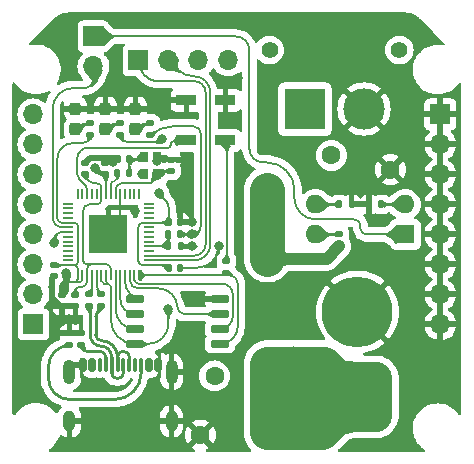
<source format=gbr>
%TF.GenerationSoftware,KiCad,Pcbnew,7.0.11*%
%TF.CreationDate,2025-01-11T04:22:47+09:00*%
%TF.ProjectId,PSU,5053552e-6b69-4636-9164-5f7063625858,rev?*%
%TF.SameCoordinates,Original*%
%TF.FileFunction,Copper,L1,Top*%
%TF.FilePolarity,Positive*%
%FSLAX46Y46*%
G04 Gerber Fmt 4.6, Leading zero omitted, Abs format (unit mm)*
G04 Created by KiCad (PCBNEW 7.0.11) date 2025-01-11 04:22:47*
%MOMM*%
%LPD*%
G01*
G04 APERTURE LIST*
G04 Aperture macros list*
%AMRoundRect*
0 Rectangle with rounded corners*
0 $1 Rounding radius*
0 $2 $3 $4 $5 $6 $7 $8 $9 X,Y pos of 4 corners*
0 Add a 4 corners polygon primitive as box body*
4,1,4,$2,$3,$4,$5,$6,$7,$8,$9,$2,$3,0*
0 Add four circle primitives for the rounded corners*
1,1,$1+$1,$2,$3*
1,1,$1+$1,$4,$5*
1,1,$1+$1,$6,$7*
1,1,$1+$1,$8,$9*
0 Add four rect primitives between the rounded corners*
20,1,$1+$1,$2,$3,$4,$5,0*
20,1,$1+$1,$4,$5,$6,$7,0*
20,1,$1+$1,$6,$7,$8,$9,0*
20,1,$1+$1,$8,$9,$2,$3,0*%
G04 Aperture macros list end*
%TA.AperFunction,SMDPad,CuDef*%
%ADD10RoundRect,0.150000X-0.150000X-0.425000X0.150000X-0.425000X0.150000X0.425000X-0.150000X0.425000X0*%
%TD*%
%TA.AperFunction,SMDPad,CuDef*%
%ADD11RoundRect,0.075000X-0.075000X-0.500000X0.075000X-0.500000X0.075000X0.500000X-0.075000X0.500000X0*%
%TD*%
%TA.AperFunction,ComponentPad*%
%ADD12O,1.000000X2.100000*%
%TD*%
%TA.AperFunction,ComponentPad*%
%ADD13O,1.000000X1.800000*%
%TD*%
%TA.AperFunction,SMDPad,CuDef*%
%ADD14R,1.700000X0.900000*%
%TD*%
%TA.AperFunction,ComponentPad*%
%ADD15RoundRect,0.575000X0.575000X-0.575000X0.575000X0.575000X-0.575000X0.575000X-0.575000X-0.575000X0*%
%TD*%
%TA.AperFunction,ComponentPad*%
%ADD16C,2.300000*%
%TD*%
%TA.AperFunction,SMDPad,CuDef*%
%ADD17R,0.800000X0.900000*%
%TD*%
%TA.AperFunction,SMDPad,CuDef*%
%ADD18RoundRect,0.140000X-0.170000X0.140000X-0.170000X-0.140000X0.170000X-0.140000X0.170000X0.140000X0*%
%TD*%
%TA.AperFunction,ComponentPad*%
%ADD19R,1.700000X1.700000*%
%TD*%
%TA.AperFunction,ComponentPad*%
%ADD20O,1.700000X1.700000*%
%TD*%
%TA.AperFunction,SMDPad,CuDef*%
%ADD21RoundRect,0.140000X0.140000X0.170000X-0.140000X0.170000X-0.140000X-0.170000X0.140000X-0.170000X0*%
%TD*%
%TA.AperFunction,SMDPad,CuDef*%
%ADD22RoundRect,0.135000X0.185000X-0.135000X0.185000X0.135000X-0.185000X0.135000X-0.185000X-0.135000X0*%
%TD*%
%TA.AperFunction,SMDPad,CuDef*%
%ADD23RoundRect,0.135000X-0.135000X-0.185000X0.135000X-0.185000X0.135000X0.185000X-0.135000X0.185000X0*%
%TD*%
%TA.AperFunction,SMDPad,CuDef*%
%ADD24RoundRect,0.140000X0.170000X-0.140000X0.170000X0.140000X-0.170000X0.140000X-0.170000X-0.140000X0*%
%TD*%
%TA.AperFunction,ComponentPad*%
%ADD25RoundRect,1.500000X1.500000X-1.500000X1.500000X1.500000X-1.500000X1.500000X-1.500000X-1.500000X0*%
%TD*%
%TA.AperFunction,ComponentPad*%
%ADD26C,6.000000*%
%TD*%
%TA.AperFunction,ComponentPad*%
%ADD27C,1.600000*%
%TD*%
%TA.AperFunction,SMDPad,CuDef*%
%ADD28RoundRect,0.150000X0.650000X0.150000X-0.650000X0.150000X-0.650000X-0.150000X0.650000X-0.150000X0*%
%TD*%
%TA.AperFunction,SMDPad,CuDef*%
%ADD29RoundRect,0.237500X-0.237500X0.287500X-0.237500X-0.287500X0.237500X-0.287500X0.237500X0.287500X0*%
%TD*%
%TA.AperFunction,ComponentPad*%
%ADD30R,1.600000X1.600000*%
%TD*%
%TA.AperFunction,ComponentPad*%
%ADD31O,1.600000X1.600000*%
%TD*%
%TA.AperFunction,ComponentPad*%
%ADD32C,1.400000*%
%TD*%
%TA.AperFunction,ComponentPad*%
%ADD33R,3.500000X3.500000*%
%TD*%
%TA.AperFunction,ComponentPad*%
%ADD34C,3.500000*%
%TD*%
%TA.AperFunction,SMDPad,CuDef*%
%ADD35RoundRect,0.135000X0.135000X0.185000X-0.135000X0.185000X-0.135000X-0.185000X0.135000X-0.185000X0*%
%TD*%
%TA.AperFunction,SMDPad,CuDef*%
%ADD36RoundRect,0.140000X-0.140000X-0.170000X0.140000X-0.170000X0.140000X0.170000X-0.140000X0.170000X0*%
%TD*%
%TA.AperFunction,SMDPad,CuDef*%
%ADD37RoundRect,0.135000X-0.185000X0.135000X-0.185000X-0.135000X0.185000X-0.135000X0.185000X0.135000X0*%
%TD*%
%TA.AperFunction,SMDPad,CuDef*%
%ADD38RoundRect,0.050000X0.387500X0.050000X-0.387500X0.050000X-0.387500X-0.050000X0.387500X-0.050000X0*%
%TD*%
%TA.AperFunction,SMDPad,CuDef*%
%ADD39RoundRect,0.050000X0.050000X0.387500X-0.050000X0.387500X-0.050000X-0.387500X0.050000X-0.387500X0*%
%TD*%
%TA.AperFunction,SMDPad,CuDef*%
%ADD40R,3.200000X3.200000*%
%TD*%
%TA.AperFunction,ViaPad*%
%ADD41C,0.800000*%
%TD*%
%TA.AperFunction,Conductor*%
%ADD42C,3.000000*%
%TD*%
%TA.AperFunction,Conductor*%
%ADD43C,0.200000*%
%TD*%
%TA.AperFunction,Conductor*%
%ADD44C,0.500000*%
%TD*%
%TA.AperFunction,Conductor*%
%ADD45C,1.000000*%
%TD*%
%TA.AperFunction,Conductor*%
%ADD46C,0.250000*%
%TD*%
G04 APERTURE END LIST*
D10*
%TO.P,J1,A1,GND*%
%TO.N,GND*%
X139296000Y-112652000D03*
%TO.P,J1,A4,VBUS*%
%TO.N,unconnected-(J1-VBUS-PadA4)*%
X140096000Y-112652000D03*
D11*
%TO.P,J1,A5,CC1*%
%TO.N,Net-(J1-CC1)*%
X141246000Y-112652000D03*
%TO.P,J1,A6,D+*%
%TO.N,Net-(J1-D+-PadA6)*%
X142246000Y-112652000D03*
%TO.P,J1,A7,D-*%
%TO.N,Net-(J1-D--PadA7)*%
X142746000Y-112652000D03*
%TO.P,J1,A8,SBU1*%
%TO.N,unconnected-(J1-SBU1-PadA8)*%
X143746000Y-112652000D03*
D10*
%TO.P,J1,A9,VBUS*%
%TO.N,unconnected-(J1-VBUS-PadA4)*%
X144896000Y-112652000D03*
%TO.P,J1,A12,GND*%
%TO.N,GND*%
X145696000Y-112652000D03*
%TO.P,J1,B1,GND*%
X145696000Y-112652000D03*
%TO.P,J1,B4,VBUS*%
%TO.N,unconnected-(J1-VBUS-PadA4)*%
X144896000Y-112652000D03*
D11*
%TO.P,J1,B5,CC2*%
%TO.N,Net-(J1-CC2)*%
X144246000Y-112652000D03*
%TO.P,J1,B6,D+*%
%TO.N,Net-(J1-D+-PadA6)*%
X143246000Y-112652000D03*
%TO.P,J1,B7,D-*%
%TO.N,Net-(J1-D--PadA7)*%
X141746000Y-112652000D03*
%TO.P,J1,B8,SBU2*%
%TO.N,unconnected-(J1-SBU2-PadB8)*%
X140746000Y-112652000D03*
D10*
%TO.P,J1,B9,VBUS*%
%TO.N,unconnected-(J1-VBUS-PadA4)*%
X140096000Y-112652000D03*
%TO.P,J1,B12,GND*%
%TO.N,GND*%
X139296000Y-112652000D03*
D12*
%TO.P,J1,S1,SHIELD*%
X138176000Y-113227000D03*
D13*
X138176000Y-117407000D03*
D12*
X146816000Y-113227000D03*
D13*
X146816000Y-117407000D03*
%TD*%
D14*
%TO.P,SW2,1,1*%
%TO.N,/BOOT*%
X151384000Y-93648000D03*
%TO.P,SW2,2,2*%
%TO.N,GND*%
X151384000Y-90248000D03*
%TD*%
%TO.P,SW1,1,1*%
%TO.N,/RUN*%
X148082000Y-93648000D03*
%TO.P,SW1,2,2*%
%TO.N,GND*%
X148082000Y-90248000D03*
%TD*%
D15*
%TO.P,F1,1*%
%TO.N,Net-(BT1-+)*%
X154940000Y-118364000D03*
X154940000Y-112564000D03*
D16*
%TO.P,F1,2*%
%TO.N,/Temp+12v*%
X154940000Y-103664000D03*
X154940000Y-97864000D03*
%TD*%
D17*
%TO.P,Y1,1,1*%
%TO.N,Net-(C5-Pad2)*%
X144484000Y-95058000D03*
%TO.P,Y1,2,2*%
%TO.N,GND*%
X144484000Y-96458000D03*
%TO.P,Y1,3,3*%
%TO.N,Net-(U2-XIN)*%
X145584000Y-96458000D03*
%TO.P,Y1,4,4*%
%TO.N,GND*%
X145584000Y-95058000D03*
%TD*%
D18*
%TO.P,C2,1*%
%TO.N,GND*%
X139520000Y-95530000D03*
%TO.P,C2,2*%
%TO.N,+1V1*%
X139520000Y-96490000D03*
%TD*%
D19*
%TO.P,J4,1,Pin_1*%
%TO.N,/UART_TX*%
X144018000Y-86868000D03*
D20*
%TO.P,J4,2,Pin_2*%
%TO.N,/UART_RX*%
X146558000Y-86868000D03*
%TO.P,J4,3,Pin_3*%
%TO.N,+48V*%
X149098000Y-86868000D03*
%TO.P,J4,4,Pin_4*%
X151638000Y-86868000D03*
%TD*%
D21*
%TO.P,C8,1*%
%TO.N,GND*%
X147548000Y-104410000D03*
%TO.P,C8,2*%
%TO.N,+3.3V*%
X146588000Y-104410000D03*
%TD*%
D22*
%TO.P,R12,1*%
%TO.N,Net-(J1-D--PadA7)*%
X139826000Y-107696000D03*
%TO.P,R12,2*%
%TO.N,/D-*%
X139826000Y-106676000D03*
%TD*%
D23*
%TO.P,R2,1*%
%TO.N,Net-(U2-XOUT)*%
X142238000Y-96401500D03*
%TO.P,R2,2*%
%TO.N,Net-(C5-Pad2)*%
X143258000Y-96401500D03*
%TD*%
D22*
%TO.P,R16,1*%
%TO.N,/Temp+12v*%
X161036000Y-102618000D03*
%TO.P,R16,2*%
%TO.N,Net-(Q1-G)*%
X161036000Y-101598000D03*
%TD*%
D24*
%TO.P,C7,1*%
%TO.N,GND*%
X136906000Y-105156000D03*
%TO.P,C7,2*%
%TO.N,+3.3V*%
X136906000Y-104196000D03*
%TD*%
D19*
%TO.P,J2,1,Pin_1*%
%TO.N,+12V*%
X135128000Y-109220000D03*
D20*
%TO.P,J2,2,Pin_2*%
X135128000Y-106680000D03*
%TO.P,J2,3,Pin_3*%
X135128000Y-104140000D03*
%TO.P,J2,4,Pin_4*%
X135128000Y-101600000D03*
%TO.P,J2,5,Pin_5*%
%TO.N,+48V*%
X135128000Y-99060000D03*
%TO.P,J2,6,Pin_6*%
X135128000Y-96520000D03*
%TO.P,J2,7,Pin_7*%
X135128000Y-93980000D03*
%TO.P,J2,8,Pin_8*%
X135128000Y-91440000D03*
%TD*%
D25*
%TO.P,BT1,1,+*%
%TO.N,Net-(BT1-+)*%
X162560000Y-115360000D03*
D26*
%TO.P,BT1,2,-*%
%TO.N,GND*%
X162560000Y-108160000D03*
%TD*%
D18*
%TO.P,C11,1*%
%TO.N,+3.3V*%
X137581778Y-106708974D03*
%TO.P,C11,2*%
%TO.N,GND*%
X137581778Y-107668974D03*
%TD*%
%TO.P,C9,1*%
%TO.N,GND*%
X141224000Y-95532000D03*
%TO.P,C9,2*%
%TO.N,+3.3V*%
X141224000Y-96492000D03*
%TD*%
D24*
%TO.P,C4,1*%
%TO.N,Net-(U2-XIN)*%
X146812000Y-96238000D03*
%TO.P,C4,2*%
%TO.N,GND*%
X146812000Y-95278000D03*
%TD*%
D22*
%TO.P,R10,1*%
%TO.N,Net-(J1-CC1)*%
X139192000Y-111000000D03*
%TO.P,R10,2*%
%TO.N,GND*%
X139192000Y-109980000D03*
%TD*%
D21*
%TO.P,C6,1*%
%TO.N,GND*%
X147546000Y-100584000D03*
%TO.P,C6,2*%
%TO.N,+3.3V*%
X146586000Y-100584000D03*
%TD*%
D27*
%TO.P,RV2,1*%
%TO.N,+12V*%
X160354000Y-94904000D03*
%TO.P,RV2,2*%
%TO.N,GND*%
X165354000Y-96104000D03*
%TD*%
D28*
%TO.P,U1,1,~{CS}*%
%TO.N,Net-(U1-~{CS})*%
X150920000Y-110871000D03*
%TO.P,U1,2,DO(IO1)*%
%TO.N,Net-(U1-DO(IO1))*%
X150920000Y-109601000D03*
%TO.P,U1,3,IO2*%
%TO.N,Net-(U1-IO2)*%
X150920000Y-108331000D03*
%TO.P,U1,4,GND*%
%TO.N,GND*%
X150920000Y-107061000D03*
%TO.P,U1,5,DI(IO0)*%
%TO.N,Net-(U1-DI(IO0))*%
X143720000Y-107061000D03*
%TO.P,U1,6,CLK*%
%TO.N,Net-(U1-CLK)*%
X143720000Y-108331000D03*
%TO.P,U1,7,IO3*%
%TO.N,Net-(U1-IO3)*%
X143720000Y-109601000D03*
%TO.P,U1,8,VCC*%
%TO.N,+3.3V*%
X143720000Y-110871000D03*
%TD*%
D22*
%TO.P,R4,1*%
%TO.N,+12V*%
X142494000Y-93218000D03*
%TO.P,R4,2*%
%TO.N,Net-(D2-A)*%
X142494000Y-92198000D03*
%TD*%
D29*
%TO.P,D2,1,K*%
%TO.N,GND*%
X141224000Y-90958000D03*
%TO.P,D2,2,A*%
%TO.N,Net-(D2-A)*%
X141224000Y-92708000D03*
%TD*%
D22*
%TO.P,R13,1*%
%TO.N,Net-(J1-D+-PadA6)*%
X140843000Y-107698000D03*
%TO.P,R13,2*%
%TO.N,/D+*%
X140843000Y-106678000D03*
%TD*%
D30*
%TO.P,U3,1*%
%TO.N,/FET*%
X166614000Y-101605000D03*
D31*
%TO.P,U3,2*%
%TO.N,Net-(R14-Pad2)*%
X166614000Y-99065000D03*
%TO.P,U3,3*%
%TO.N,Net-(R15-Pad2)*%
X158994000Y-99065000D03*
%TO.P,U3,4*%
%TO.N,Net-(Q1-G)*%
X158994000Y-101605000D03*
%TD*%
D22*
%TO.P,R5,1*%
%TO.N,+3.3V*%
X139954000Y-93218000D03*
%TO.P,R5,2*%
%TO.N,Net-(D3-A)*%
X139954000Y-92198000D03*
%TD*%
D32*
%TO.P,J5,*%
%TO.N,*%
X155116000Y-85986000D03*
X166116000Y-85986000D03*
D33*
%TO.P,J5,1,Pin_1*%
%TO.N,+12V*%
X158116000Y-90986000D03*
D34*
%TO.P,J5,2,Pin_2*%
%TO.N,GND*%
X163116000Y-90986000D03*
%TD*%
D22*
%TO.P,R11,1*%
%TO.N,Net-(J1-CC2)*%
X138176000Y-111000000D03*
%TO.P,R11,2*%
%TO.N,GND*%
X138176000Y-109980000D03*
%TD*%
D29*
%TO.P,D1,1,K*%
%TO.N,GND*%
X143764000Y-90958000D03*
%TO.P,D1,2,A*%
%TO.N,Net-(D1-A)*%
X143764000Y-92708000D03*
%TD*%
D19*
%TO.P,J3,1,Pin_1*%
%TO.N,GND*%
X169570000Y-91440000D03*
D20*
%TO.P,J3,2,Pin_2*%
X169570000Y-93980000D03*
%TO.P,J3,3,Pin_3*%
X169570000Y-96520000D03*
%TO.P,J3,4,Pin_4*%
X169570000Y-99060000D03*
%TO.P,J3,5,Pin_5*%
X169570000Y-101600000D03*
%TO.P,J3,6,Pin_6*%
X169570000Y-104140000D03*
%TO.P,J3,7,Pin_7*%
X169570000Y-106680000D03*
%TO.P,J3,8,Pin_8*%
X169570000Y-109220000D03*
%TD*%
D23*
%TO.P,R9,1*%
%TO.N,/voltage*%
X146558000Y-102616000D03*
%TO.P,R9,2*%
%TO.N,GND*%
X147578000Y-102616000D03*
%TD*%
D35*
%TO.P,R15,1*%
%TO.N,GND*%
X162056000Y-99060000D03*
%TO.P,R15,2*%
%TO.N,Net-(R15-Pad2)*%
X161036000Y-99060000D03*
%TD*%
D36*
%TO.P,C5,1*%
%TO.N,GND*%
X142296000Y-95250000D03*
%TO.P,C5,2*%
%TO.N,Net-(C5-Pad2)*%
X143256000Y-95250000D03*
%TD*%
D37*
%TO.P,R1,2*%
%TO.N,Net-(U1-~{CS})*%
X151470000Y-104860000D03*
%TO.P,R1,1*%
%TO.N,/BOOT*%
X151470000Y-103840000D03*
%TD*%
D29*
%TO.P,D3,1,K*%
%TO.N,GND*%
X138684000Y-90958000D03*
%TO.P,D3,2,A*%
%TO.N,Net-(D3-A)*%
X138684000Y-92708000D03*
%TD*%
D27*
%TO.P,RV1,1*%
%TO.N,/Temp+12v*%
X150460000Y-113578000D03*
%TO.P,RV1,2*%
%TO.N,GND*%
X149260000Y-118578000D03*
%TD*%
D23*
%TO.P,R14,1*%
%TO.N,GND*%
X163574000Y-99060000D03*
%TO.P,R14,2*%
%TO.N,Net-(R14-Pad2)*%
X164594000Y-99060000D03*
%TD*%
D38*
%TO.P,U2,1,IOVDD*%
%TO.N,+3.3V*%
X144915500Y-104200000D03*
%TO.P,U2,2,GPIO0*%
%TO.N,/UART_RX*%
X144915500Y-103800000D03*
%TO.P,U2,3,GPIO1*%
%TO.N,/UART_TX*%
X144915500Y-103400000D03*
%TO.P,U2,4,GPIO2*%
%TO.N,unconnected-(U2-GPIO2-Pad4)*%
X144915500Y-103000000D03*
%TO.P,U2,5,GPIO3*%
%TO.N,/voltage*%
X144915500Y-102600000D03*
%TO.P,U2,6,GPIO4*%
%TO.N,unconnected-(U2-GPIO4-Pad6)*%
X144915500Y-102200000D03*
%TO.P,U2,7,GPIO5*%
%TO.N,unconnected-(U2-GPIO5-Pad7)*%
X144915500Y-101800000D03*
%TO.P,U2,8,GPIO6*%
%TO.N,unconnected-(U2-GPIO6-Pad8)*%
X144915500Y-101400000D03*
%TO.P,U2,9,GPIO7*%
%TO.N,unconnected-(U2-GPIO7-Pad9)*%
X144915500Y-101000000D03*
%TO.P,U2,10,IOVDD*%
%TO.N,+3.3V*%
X144915500Y-100600000D03*
%TO.P,U2,11,GPIO8*%
%TO.N,unconnected-(U2-GPIO8-Pad11)*%
X144915500Y-100200000D03*
%TO.P,U2,12,GPIO9*%
%TO.N,unconnected-(U2-GPIO9-Pad12)*%
X144915500Y-99800000D03*
%TO.P,U2,13,GPIO10*%
%TO.N,unconnected-(U2-GPIO10-Pad13)*%
X144915500Y-99400000D03*
%TO.P,U2,14,GPIO11*%
%TO.N,unconnected-(U2-GPIO11-Pad14)*%
X144915500Y-99000000D03*
D39*
%TO.P,U2,15,GPIO12*%
%TO.N,unconnected-(U2-GPIO12-Pad15)*%
X144078000Y-98162500D03*
%TO.P,U2,16,GPIO13*%
%TO.N,unconnected-(U2-GPIO13-Pad16)*%
X143678000Y-98162500D03*
%TO.P,U2,17,GPIO14*%
%TO.N,unconnected-(U2-GPIO14-Pad17)*%
X143278000Y-98162500D03*
%TO.P,U2,18,GPIO15*%
%TO.N,unconnected-(U2-GPIO15-Pad18)*%
X142878000Y-98162500D03*
%TO.P,U2,19,TESTEN*%
%TO.N,GND*%
X142478000Y-98162500D03*
%TO.P,U2,20,XIN*%
%TO.N,Net-(U2-XIN)*%
X142078000Y-98162500D03*
%TO.P,U2,21,XOUT*%
%TO.N,Net-(U2-XOUT)*%
X141678000Y-98162500D03*
%TO.P,U2,22,IOVDD*%
%TO.N,+3.3V*%
X141278000Y-98162500D03*
%TO.P,U2,23,DVDD*%
%TO.N,+1V1*%
X140878000Y-98162500D03*
%TO.P,U2,24,SWCLK*%
%TO.N,unconnected-(U2-SWCLK-Pad24)*%
X140478000Y-98162500D03*
%TO.P,U2,25,SWD*%
%TO.N,unconnected-(U2-SWD-Pad25)*%
X140078000Y-98162500D03*
%TO.P,U2,26,RUN*%
%TO.N,/RUN*%
X139678000Y-98162500D03*
%TO.P,U2,27,GPIO16*%
%TO.N,unconnected-(U2-GPIO16-Pad27)*%
X139278000Y-98162500D03*
%TO.P,U2,28,GPIO17*%
%TO.N,unconnected-(U2-GPIO17-Pad28)*%
X138878000Y-98162500D03*
D38*
%TO.P,U2,29,GPIO18*%
%TO.N,unconnected-(U2-GPIO18-Pad29)*%
X138040500Y-99000000D03*
%TO.P,U2,30,GPIO19*%
%TO.N,unconnected-(U2-GPIO19-Pad30)*%
X138040500Y-99400000D03*
%TO.P,U2,31,GPIO20*%
%TO.N,unconnected-(U2-GPIO20-Pad31)*%
X138040500Y-99800000D03*
%TO.P,U2,32,GPIO21*%
%TO.N,unconnected-(U2-GPIO21-Pad32)*%
X138040500Y-100200000D03*
%TO.P,U2,33,IOVDD*%
%TO.N,+3.3V*%
X138040500Y-100600000D03*
%TO.P,U2,34,GPIO22*%
%TO.N,/SW*%
X138040500Y-101000000D03*
%TO.P,U2,35,GPIO23*%
%TO.N,Net-(BZ1--)*%
X138040500Y-101400000D03*
%TO.P,U2,36,GPIO24*%
%TO.N,unconnected-(U2-GPIO24-Pad36)*%
X138040500Y-101800000D03*
%TO.P,U2,37,GPIO25*%
%TO.N,unconnected-(U2-GPIO25-Pad37)*%
X138040500Y-102200000D03*
%TO.P,U2,38,GPIO26_ADC0*%
%TO.N,unconnected-(U2-GPIO26_ADC0-Pad38)*%
X138040500Y-102600000D03*
%TO.P,U2,39,GPIO27_ADC1*%
%TO.N,unconnected-(U2-GPIO27_ADC1-Pad39)*%
X138040500Y-103000000D03*
%TO.P,U2,40,GPIO28_ADC2*%
%TO.N,unconnected-(U2-GPIO28_ADC2-Pad40)*%
X138040500Y-103400000D03*
%TO.P,U2,41,GPIO29_ADC3*%
%TO.N,unconnected-(U2-GPIO29_ADC3-Pad41)*%
X138040500Y-103800000D03*
%TO.P,U2,42,IOVDD*%
%TO.N,+3.3V*%
X138040500Y-104200000D03*
D39*
%TO.P,U2,43,ADC_AVDD*%
X138878000Y-105037500D03*
%TO.P,U2,44,VREG_IN*%
X139278000Y-105037500D03*
%TO.P,U2,45,VREG_VOUT*%
%TO.N,+1V1*%
X139678000Y-105037500D03*
%TO.P,U2,46,USB_DM*%
%TO.N,/D-*%
X140078000Y-105037500D03*
%TO.P,U2,47,USB_DP*%
%TO.N,/D+*%
X140478000Y-105037500D03*
%TO.P,U2,48,USB_VDD*%
%TO.N,+3.3V*%
X140878000Y-105037500D03*
%TO.P,U2,49,IOVDD*%
X141278000Y-105037500D03*
%TO.P,U2,50,DVDD*%
%TO.N,+1V1*%
X141678000Y-105037500D03*
%TO.P,U2,51,QSPI_SD3*%
%TO.N,Net-(U1-IO3)*%
X142078000Y-105037500D03*
%TO.P,U2,52,QSPI_SCLK*%
%TO.N,Net-(U1-CLK)*%
X142478000Y-105037500D03*
%TO.P,U2,53,QSPI_SD0*%
%TO.N,Net-(U1-DI(IO0))*%
X142878000Y-105037500D03*
%TO.P,U2,54,QSPI_SD2*%
%TO.N,Net-(U1-IO2)*%
X143278000Y-105037500D03*
%TO.P,U2,55,QSPI_SD1*%
%TO.N,Net-(U1-DO(IO1))*%
X143678000Y-105037500D03*
%TO.P,U2,56,QSPI_SS*%
%TO.N,Net-(U1-~{CS})*%
X144078000Y-105037500D03*
D40*
%TO.P,U2,57,GND*%
%TO.N,GND*%
X141478000Y-101600000D03*
%TD*%
D22*
%TO.P,R3,1*%
%TO.N,/Temp+12v*%
X145034000Y-93218000D03*
%TO.P,R3,2*%
%TO.N,Net-(D1-A)*%
X145034000Y-92198000D03*
%TD*%
D35*
%TO.P,R8,1*%
%TO.N,/Temp+12v*%
X147576000Y-101600000D03*
%TO.P,R8,2*%
%TO.N,/voltage*%
X146556000Y-101600000D03*
%TD*%
D19*
%TO.P,J6,1,Pin_1*%
%TO.N,/FET*%
X140208000Y-84836000D03*
D20*
%TO.P,J6,2,Pin_2*%
%TO.N,/SW*%
X140208000Y-87376000D03*
%TD*%
D24*
%TO.P,C1,1*%
%TO.N,GND*%
X138684000Y-107668000D03*
%TO.P,C1,2*%
%TO.N,+1V1*%
X138684000Y-106708000D03*
%TD*%
D41*
%TO.N,GND*%
X148290000Y-113850000D03*
X146820000Y-111240000D03*
X147740000Y-109470000D03*
X164150000Y-100400000D03*
X168040000Y-97760000D03*
X163590000Y-97420000D03*
X158450000Y-97100000D03*
X166600000Y-92650000D03*
X167020000Y-84050000D03*
X161070000Y-88600000D03*
X155000000Y-87940000D03*
X154300000Y-83790000D03*
X142320000Y-83550000D03*
X142040000Y-86620000D03*
X137620000Y-84440000D03*
X138200000Y-87910000D03*
X133860000Y-90160000D03*
X136970000Y-109040000D03*
X134620000Y-113520000D03*
X140270000Y-114320000D03*
X145300000Y-114580000D03*
X145110000Y-117320000D03*
X140080000Y-117390000D03*
X149940000Y-116070000D03*
X153580000Y-110240000D03*
X152250000Y-112410000D03*
X151640000Y-119230000D03*
X162140000Y-119450000D03*
X166110000Y-119120000D03*
X169230000Y-113310000D03*
X167520000Y-103540000D03*
X162060000Y-104020000D03*
X158650000Y-109940000D03*
%TO.N,Net-(BT1-+)*%
X157740000Y-117390000D03*
X157660000Y-113510000D03*
X154980000Y-115500000D03*
%TO.N,GND*%
X138680000Y-108870000D03*
X156940000Y-105300000D03*
X153760000Y-107990000D03*
X152510000Y-102270000D03*
X152520000Y-100920000D03*
X148060000Y-106910000D03*
X145580000Y-95407998D03*
X144280000Y-96460000D03*
X143730000Y-99600000D03*
X141470000Y-100410000D03*
X150700000Y-88360000D03*
X152440000Y-88390000D03*
X139940000Y-90160000D03*
X141840000Y-95490000D03*
X150806156Y-102618712D03*
X148590000Y-100584000D03*
X148590000Y-102616000D03*
%TO.N,/Temp+12v*%
X148590000Y-101600000D03*
%TO.N,+12V*%
X146040000Y-93560000D03*
%TO.N,+3.3V*%
X137922000Y-104902000D03*
%TO.N,Net-(BZ1--)*%
X136899287Y-102300001D03*
%TO.N,+3.3V*%
X146558000Y-107950000D03*
X145724000Y-98116000D03*
X140370798Y-96007898D03*
%TD*%
D42*
%TO.N,Net-(BT1-+)*%
X154940000Y-118364000D02*
X159556000Y-118364000D01*
X159556000Y-118364000D02*
X162560000Y-115360000D01*
X154940000Y-112564000D02*
X159764000Y-112564000D01*
X159764000Y-112564000D02*
X162560000Y-115360000D01*
X156766000Y-118364000D02*
X157740000Y-117390000D01*
X156714000Y-112564000D02*
X157660000Y-113510000D01*
X154940000Y-115460000D02*
X154940000Y-112564000D01*
X154980000Y-115500000D02*
X154940000Y-115460000D01*
X154940000Y-115540000D02*
X154980000Y-115500000D01*
D43*
%TO.N,+1V1*%
X139678000Y-105570033D02*
X139678000Y-105037500D01*
X139181929Y-106066100D02*
G75*
G03*
X139678000Y-105570033I-29J496100D01*
G01*
X138984000Y-106066104D02*
X139181929Y-106066104D01*
X138984000Y-106066100D02*
G75*
G03*
X138684000Y-106366104I0J-300000D01*
G01*
X138684000Y-106708000D02*
X138684000Y-106366104D01*
%TO.N,Net-(U1-~{CS})*%
X149352000Y-105037500D02*
X144078000Y-105037500D01*
D44*
%TO.N,GND*%
X138684000Y-107668000D02*
X137392538Y-107668000D01*
X137392538Y-107668000D02*
X136730000Y-107005462D01*
X136730000Y-107005462D02*
X136730000Y-105332000D01*
X136730000Y-105332000D02*
X136906000Y-105156000D01*
X139520000Y-95530000D02*
X139892102Y-95157898D01*
X142203898Y-95157898D02*
X142296000Y-95250000D01*
X139892102Y-95157898D02*
X142203898Y-95157898D01*
D43*
X149014869Y-104409956D02*
G75*
G03*
X150806156Y-102618712I31J1791256D01*
G01*
X147548000Y-104410000D02*
X149014869Y-104410000D01*
%TO.N,/BOOT*%
X151470000Y-103840000D02*
X151506156Y-103803844D01*
X151506156Y-93770156D02*
X151384000Y-93648000D01*
X151506156Y-103803844D02*
X151506156Y-93770156D01*
%TO.N,+3.3V*%
X145724000Y-98116000D02*
X146293107Y-98685107D01*
X146585990Y-99392214D02*
G75*
G03*
X146293107Y-98685107I-999990J14D01*
G01*
%TO.N,/UART_RX*%
X147316798Y-87626838D02*
G75*
G03*
X148724724Y-88210000I1407902J1407938D01*
G01*
X148732757Y-103800000D02*
G75*
G03*
X150114000Y-102418757I43J1381200D01*
G01*
X150114000Y-89599276D02*
G75*
G03*
X148724724Y-88210000I-1389300J-24D01*
G01*
%TO.N,/UART_TX*%
X148714000Y-103400000D02*
G75*
G03*
X149714000Y-102400000I0J1000000D01*
G01*
X149714000Y-89610000D02*
G75*
G03*
X148714000Y-88610000I-1000000J0D01*
G01*
%TO.N,/Temp+12v*%
X146873605Y-92456013D02*
G75*
G03*
X145034000Y-93218000I-5J-2601587D01*
G01*
X149314000Y-93087972D02*
G75*
G03*
X148682028Y-92456000I-632000J-28D01*
G01*
X148590000Y-101600000D02*
G75*
G03*
X149314000Y-100876005I0J724000D01*
G01*
X146873605Y-92456000D02*
X148682028Y-92456000D01*
X149314000Y-93087972D02*
X149314000Y-100876005D01*
X147576000Y-101600000D02*
X148590000Y-101600000D01*
%TO.N,/UART_TX*%
X148714000Y-88610000D02*
X145759996Y-88610000D01*
X145759996Y-88610000D02*
X145635556Y-88607908D01*
X147390000Y-103400000D02*
X148714000Y-103400000D01*
X144125629Y-87477588D02*
X144055511Y-87238788D01*
X145635556Y-88607908D02*
X145389208Y-88572488D01*
X144055511Y-87238788D02*
X144020092Y-86992441D01*
X144924018Y-88398980D02*
X144714647Y-88264425D01*
X145389208Y-88572488D02*
X145150408Y-88502370D01*
X144363573Y-87913350D02*
X144229018Y-87703978D01*
X144526555Y-88101442D02*
X144363573Y-87913350D01*
X149714000Y-102400000D02*
X149714000Y-89610000D01*
X144714647Y-88264425D02*
X144526555Y-88101442D01*
X145150408Y-88502370D02*
X144924018Y-88398980D01*
X144020092Y-86992441D02*
X144018000Y-86868000D01*
X144229018Y-87703978D02*
X144125629Y-87477588D01*
%TO.N,/UART_RX*%
X147460000Y-103800000D02*
X148732757Y-103800000D01*
X150114000Y-102418757D02*
X150114000Y-89599276D01*
X147316818Y-87626818D02*
X146558000Y-86868000D01*
%TO.N,/RUN*%
X139768372Y-94260000D02*
G75*
G03*
X138820000Y-95208372I28J-948400D01*
G01*
X139768372Y-94260000D02*
X146434608Y-94260000D01*
X138820000Y-96452294D02*
X138820000Y-95208372D01*
%TO.N,+12V*%
X145484761Y-93789971D02*
G75*
G03*
X146040000Y-93560000I39J785171D01*
G01*
X143066005Y-93790000D02*
X145484761Y-93790000D01*
X142494000Y-93218000D02*
G75*
G03*
X143066005Y-93790000I572000J0D01*
G01*
%TO.N,/RUN*%
X146906135Y-93678911D02*
X146998207Y-93648997D01*
X146827813Y-93735813D02*
X146906135Y-93678911D01*
X146770911Y-93814135D02*
X146827813Y-93735813D01*
X146740000Y-93954612D02*
X146740997Y-93906207D01*
X146482776Y-94258734D02*
X146574398Y-94228964D01*
X146738734Y-94002780D02*
X146740000Y-93954612D01*
X146998207Y-93648997D02*
X147046612Y-93648000D01*
X146574398Y-94228964D02*
X146652335Y-94172338D01*
X146434608Y-94260000D02*
X146482776Y-94258734D01*
X146652335Y-94172338D02*
X146708962Y-94094401D01*
X146740997Y-93906207D02*
X146770911Y-93814135D01*
X147046612Y-93648000D02*
X148082000Y-93648000D01*
X146708962Y-94094401D02*
X146738734Y-94002780D01*
X139678000Y-98162500D02*
X139678000Y-97771602D01*
X138819993Y-96452294D02*
G75*
G03*
X139016369Y-96926367I670407J-6D01*
G01*
X139548174Y-97458174D02*
X139016368Y-96926368D01*
X139677985Y-97771602D02*
G75*
G03*
X139548174Y-97458174I-443285J2D01*
G01*
%TO.N,+3.3V*%
X144853658Y-110871000D02*
G75*
G03*
X146558000Y-109166658I42J1704300D01*
G01*
X146558000Y-107950000D02*
X146558000Y-109166658D01*
X144853658Y-110871000D02*
X143720000Y-110871000D01*
D44*
X137922000Y-104902000D02*
X137922000Y-105664000D01*
X137922000Y-105664000D02*
X137922000Y-106368752D01*
X137581778Y-106708974D02*
X137581778Y-106004222D01*
X137581778Y-106004222D02*
X137922000Y-105664000D01*
D43*
X138430000Y-105664000D02*
X138051042Y-105664000D01*
D44*
X137922000Y-106368752D02*
X137581778Y-106708974D01*
D43*
%TO.N,Net-(BZ1--)*%
X136907558Y-102291730D02*
X136907558Y-101927753D01*
X137500569Y-101399921D02*
G75*
G03*
X136907558Y-101927753I1731J-598979D01*
G01*
X136899287Y-102300001D02*
X136907558Y-102291730D01*
X137500569Y-101400000D02*
X138040500Y-101400000D01*
%TO.N,+3.3V*%
X146586000Y-99392214D02*
X146586000Y-100584000D01*
%TO.N,/FET*%
X153416000Y-86007127D02*
G75*
G03*
X152244873Y-84836000I-1171100J27D01*
G01*
X153416000Y-94330251D02*
G75*
G03*
X154589749Y-95504000I1173700J-49D01*
G01*
X157226000Y-97853007D02*
G75*
G03*
X154876993Y-95504000I-2349000J7D01*
G01*
X157226000Y-98551168D02*
G75*
G03*
X159004832Y-100330000I1778800J-32D01*
G01*
X162814000Y-100850996D02*
G75*
G03*
X162293004Y-100330000I-521000J-4D01*
G01*
X162814000Y-101094537D02*
G75*
G03*
X163324463Y-101605000I510500J37D01*
G01*
X140208000Y-84836000D02*
X152244873Y-84836000D01*
X157226000Y-97853007D02*
X157226000Y-98551168D01*
X153416000Y-86007127D02*
X153416000Y-94330251D01*
X159004832Y-100330000D02*
X162293004Y-100330000D01*
X154589749Y-95504000D02*
X154876993Y-95504000D01*
X162814000Y-100850996D02*
X162814000Y-101094537D01*
X163324463Y-101605000D02*
X166614000Y-101605000D01*
D45*
%TO.N,/Temp+12v*%
X161036000Y-102618000D02*
X159990000Y-103664000D01*
X159990000Y-103664000D02*
X154940000Y-103664000D01*
D42*
X154940000Y-103664000D02*
X154940000Y-97864000D01*
%TO.N,Net-(BT1-+)*%
X162560000Y-115360000D02*
X157736000Y-115360000D01*
X157736000Y-115360000D02*
X154940000Y-112564000D01*
X154940000Y-118364000D02*
X156766000Y-118364000D01*
X154940000Y-112564000D02*
X156714000Y-112564000D01*
X154940000Y-118364000D02*
X154940000Y-115540000D01*
X162560000Y-115360000D02*
X157944000Y-115360000D01*
X157944000Y-115360000D02*
X154940000Y-118364000D01*
D43*
%TO.N,GND*%
X142478000Y-98162500D02*
X142478000Y-100600000D01*
X142478000Y-100600000D02*
X141478000Y-101600000D01*
%TO.N,+1V1*%
X139338000Y-103820039D02*
G75*
G03*
X139657961Y-104140000I320000J39D01*
G01*
X139852210Y-99060000D02*
G75*
G03*
X139338000Y-99574210I-10J-514200D01*
G01*
X140510797Y-99060000D02*
G75*
G03*
X140878000Y-98692797I3J367200D01*
G01*
X140462000Y-104140000D02*
X139657961Y-104140000D01*
X139338000Y-103820039D02*
X139338000Y-99574210D01*
X139852210Y-99060000D02*
X140510797Y-99060000D01*
X140878000Y-98692797D02*
X140878000Y-98162500D01*
X141321921Y-104140000D02*
X140462000Y-104140000D01*
X140462000Y-104140000D02*
X140033890Y-104140000D01*
X141678000Y-105037500D02*
X141678000Y-104496079D01*
X141678000Y-104496079D02*
G75*
G03*
X141321921Y-104140000I-356100J-21D01*
G01*
X140033890Y-104140000D02*
G75*
G03*
X139677000Y-104496890I10J-356900D01*
G01*
X139677000Y-104496890D02*
X139677000Y-105037500D01*
%TO.N,+3.3V*%
X138577169Y-104200000D02*
G75*
G03*
X138938000Y-103839169I31J360800D01*
G01*
X138938000Y-100956480D02*
G75*
G03*
X138581520Y-100600000I-356500J-20D01*
G01*
X138040500Y-100600000D02*
X138581520Y-100600000D01*
X138938000Y-100956480D02*
X138938000Y-103839169D01*
X138577169Y-104200000D02*
X138040500Y-104200000D01*
%TO.N,+1V1*%
X140878000Y-97627980D02*
G75*
G03*
X140532020Y-97282000I-346000J-20D01*
G01*
X139520000Y-96490000D02*
G75*
G03*
X140311995Y-97282000I792000J0D01*
G01*
%TO.N,+3.3V*%
X140370798Y-96007898D02*
X141278000Y-96915100D01*
X141278000Y-96915100D02*
X141278000Y-98162500D01*
%TO.N,+1V1*%
X140311995Y-97282000D02*
X140532020Y-97282000D01*
X140878000Y-97627980D02*
X140878000Y-98162500D01*
%TO.N,+3.3V*%
X140370798Y-96007898D02*
X140854900Y-96492000D01*
X140854900Y-96492000D02*
X141224000Y-96492000D01*
X144377290Y-100600000D02*
G75*
G03*
X144018000Y-100959290I10J-359300D01*
G01*
X144018000Y-103850779D02*
G75*
G03*
X144367221Y-104200000I349200J-21D01*
G01*
X144915500Y-100600000D02*
X144377290Y-100600000D01*
X144018000Y-100959290D02*
X144018000Y-103850779D01*
X144367221Y-104200000D02*
X144915500Y-104200000D01*
X136906000Y-104112000D02*
X136994000Y-104200000D01*
X136994000Y-104200000D02*
X138040500Y-104200000D01*
X146558000Y-100556000D02*
X146514000Y-100600000D01*
X146514000Y-100600000D02*
X144915500Y-100600000D01*
X138878000Y-104495622D02*
G75*
G03*
X138582378Y-104200000I-295600J22D01*
G01*
X138040500Y-104200000D02*
X138582378Y-104200000D01*
X138878000Y-104495622D02*
X138878000Y-105037500D01*
%TO.N,Net-(Q1-G)*%
X158994000Y-101605000D02*
X161029000Y-101605000D01*
X161029000Y-101605000D02*
X161036000Y-101598000D01*
%TO.N,Net-(R15-Pad2)*%
X161036000Y-99058000D02*
X159001000Y-99058000D01*
X159001000Y-99058000D02*
X158994000Y-99065000D01*
%TO.N,Net-(R14-Pad2)*%
X164592000Y-99058000D02*
X166607000Y-99058000D01*
X166607000Y-99058000D02*
X166614000Y-99065000D01*
%TO.N,/UART_TX*%
X144915500Y-103400000D02*
X147390000Y-103400000D01*
%TO.N,/UART_RX*%
X144915500Y-103800000D02*
X147460000Y-103800000D01*
%TO.N,/SW*%
X139521999Y-89210000D02*
G75*
G03*
X140208000Y-88523999I1J686000D01*
G01*
X138496716Y-89210000D02*
G75*
G03*
X136750000Y-90956716I-16J-1746700D01*
G01*
%TO.N,+3.3V*%
X138480818Y-93860000D02*
G75*
G03*
X137150000Y-95190818I-18J-1330800D01*
G01*
%TO.N,/SW*%
X136750000Y-100248686D02*
G75*
G03*
X137501314Y-101000000I751300J-14D01*
G01*
%TO.N,+3.3V*%
X137150000Y-100247217D02*
G75*
G03*
X137502783Y-100600000I352800J17D01*
G01*
%TO.N,/SW*%
X140208000Y-87376000D02*
X140208000Y-88523999D01*
X139521999Y-89210000D02*
X138496716Y-89210000D01*
X136750000Y-90956716D02*
X136750000Y-100248686D01*
X137501314Y-101000000D02*
X138040500Y-101000000D01*
%TO.N,+3.3V*%
X139312006Y-93860000D02*
G75*
G03*
X139954000Y-93218000I-6J642000D01*
G01*
X139312006Y-93860000D02*
X138480818Y-93860000D01*
X137150000Y-95190818D02*
X137150000Y-100247217D01*
X137502783Y-100600000D02*
X138040500Y-100600000D01*
X146588000Y-104410000D02*
X146378000Y-104200000D01*
X146378000Y-104200000D02*
X144915500Y-104200000D01*
%TO.N,Net-(D1-A)*%
X144995209Y-92198021D02*
G75*
G03*
X143764001Y-92708001I-9J-1741179D01*
G01*
%TO.N,Net-(D2-A)*%
X142455239Y-92198021D02*
G75*
G03*
X141224001Y-92708001I-39J-1741179D01*
G01*
%TO.N,Net-(D3-A)*%
X139915238Y-92198021D02*
G75*
G03*
X138684001Y-92708001I-38J-1741179D01*
G01*
X139954000Y-92198000D02*
X139915238Y-92198000D01*
%TO.N,Net-(D2-A)*%
X142494000Y-92198000D02*
X142455239Y-92198000D01*
%TO.N,Net-(D1-A)*%
X145034000Y-92198000D02*
X144995209Y-92198000D01*
%TO.N,Net-(U2-XIN)*%
X146812000Y-96238000D02*
X145804000Y-96238000D01*
X145804000Y-96238000D02*
X145584000Y-96458000D01*
%TO.N,Net-(U2-XOUT)*%
X142030776Y-97028000D02*
G75*
G03*
X142238000Y-96820800I24J207200D01*
G01*
X142030776Y-97028000D02*
G75*
G03*
X141678000Y-97380777I24J-352800D01*
G01*
X142238000Y-96401500D02*
X142238000Y-96820800D01*
X141678000Y-97380777D02*
X141678000Y-98162500D01*
%TO.N,Net-(U2-XIN)*%
X144759974Y-97282000D02*
G75*
G03*
X145584000Y-96458000I26J824000D01*
G01*
X142588284Y-97282000D02*
G75*
G03*
X142078000Y-97792284I16J-510300D01*
G01*
X142078000Y-98162500D02*
X142078000Y-97792284D01*
X142588284Y-97282000D02*
X144759974Y-97282000D01*
%TO.N,Net-(C5-Pad2)*%
X143258000Y-95758000D02*
X143258000Y-95252000D01*
X143258000Y-96401500D02*
X143258000Y-95758000D01*
X143256000Y-95250000D02*
X143764000Y-95250000D01*
X143764000Y-95250000D02*
X144292000Y-95250000D01*
X143258000Y-95758000D02*
X143258000Y-95756000D01*
X143258000Y-95756000D02*
X143764000Y-95250000D01*
X144292000Y-95250000D02*
X144484000Y-95058000D01*
X143258000Y-95252000D02*
X143256000Y-95250000D01*
%TO.N,+3.3V*%
X141224000Y-96492000D02*
X141278000Y-96546000D01*
X141278000Y-96546000D02*
X141278000Y-98162500D01*
%TO.N,/voltage*%
X146556000Y-101600000D02*
X146556000Y-102094000D01*
X146556000Y-102094000D02*
X146050000Y-102600000D01*
X146542000Y-102600000D02*
X146050000Y-102600000D01*
X146050000Y-102600000D02*
X144915500Y-102600000D01*
X146556000Y-101600000D02*
X146556000Y-102614000D01*
X146556000Y-102614000D02*
X146558000Y-102616000D01*
X146558000Y-102616000D02*
X146542000Y-102600000D01*
%TO.N,Net-(U1-~{CS})*%
X150368000Y-105037500D02*
X151706117Y-105037500D01*
X149352000Y-105037500D02*
X150368000Y-105037500D01*
X150920000Y-110871043D02*
G75*
G03*
X152428243Y-109362757I0J1508243D01*
G01*
X152428200Y-105759626D02*
G75*
G03*
X151706117Y-105037500I-722100J26D01*
G01*
X152428243Y-109362757D02*
X152428243Y-105759626D01*
D46*
X144105114Y-104725114D02*
X144110114Y-104725114D01*
X144110114Y-104725114D02*
X144414886Y-105029886D01*
X144414886Y-105029886D02*
X144414886Y-105034886D01*
X144422500Y-105037500D02*
X144112728Y-105347272D01*
X144112728Y-105347272D02*
X144103000Y-105337544D01*
X144103000Y-105337544D02*
X144103000Y-105037500D01*
D43*
%TO.N,+3.3V*%
X141088372Y-105780000D02*
X141484490Y-105780000D01*
X141678000Y-105973498D02*
X141678000Y-108828997D01*
X139278000Y-105037500D02*
X139278000Y-105364000D01*
X138978000Y-105664000D02*
X138430000Y-105664000D01*
X141278000Y-105037500D02*
X141278000Y-105573510D01*
X138578000Y-105664000D02*
X138430000Y-105664000D01*
X140878000Y-105037500D02*
X140878000Y-105569628D01*
X138878000Y-105037500D02*
X138878000Y-105364000D01*
X138578000Y-105664000D02*
G75*
G03*
X138878000Y-105364000I0J300000D01*
G01*
X141678000Y-105973498D02*
G75*
G03*
X141484490Y-105780000I-193500J-2D01*
G01*
X141278000Y-105573510D02*
G75*
G03*
X141484490Y-105780000I206500J10D01*
G01*
X140878000Y-105569628D02*
G75*
G03*
X141088372Y-105780000I210400J28D01*
G01*
X141678000Y-108828997D02*
G75*
G03*
X143720000Y-110871000I2042000J-3D01*
G01*
X138978000Y-105664000D02*
G75*
G03*
X139278000Y-105364000I0J300000D01*
G01*
D46*
%TO.N,Net-(J1-CC1)*%
X140798229Y-111506000D02*
X139692003Y-111506000D01*
X141246000Y-112652000D02*
X141246000Y-111953771D01*
X139192000Y-111006000D02*
X139192000Y-111000000D01*
X141246000Y-111953771D02*
G75*
G03*
X140798229Y-111506000I-447800J-29D01*
G01*
X139192000Y-111006000D02*
G75*
G03*
X139692003Y-111506000I500000J0D01*
G01*
%TO.N,Net-(J1-D+-PadA6)*%
X142246000Y-112652000D02*
X142246000Y-111955998D01*
X140843000Y-107887500D02*
X140843000Y-107698000D01*
X142246000Y-111954726D02*
X142246000Y-112652000D01*
X142798404Y-111506000D02*
X142694726Y-111506000D01*
X140542447Y-108188053D02*
X140843000Y-107887500D01*
X140396000Y-110106006D02*
X140396000Y-108541607D01*
X143246000Y-112652000D02*
X143246000Y-111953596D01*
X143246000Y-111953596D02*
G75*
G03*
X142798404Y-111506000I-447600J-4D01*
G01*
X140542444Y-108188050D02*
G75*
G03*
X140396000Y-108541607I353556J-353550D01*
G01*
X142694726Y-111506000D02*
G75*
G03*
X142246000Y-111954726I-26J-448700D01*
G01*
X142246000Y-111955998D02*
G75*
G03*
X140896000Y-110606000I-1350000J-2D01*
G01*
X140396000Y-110106006D02*
G75*
G03*
X140896000Y-110606000I500000J6D01*
G01*
%TO.N,Net-(J1-D--PadA7)*%
X142746000Y-112652000D02*
X142746000Y-113348904D01*
X142302904Y-113792000D02*
X142186926Y-113792000D01*
X141746000Y-112652000D02*
X141746000Y-111954676D01*
X139946000Y-110154679D02*
X139946000Y-107817000D01*
X139946000Y-107817000D02*
X139827000Y-107698000D01*
X141746000Y-113351074D02*
X141746000Y-112652000D01*
X142302904Y-113792000D02*
G75*
G03*
X142746000Y-113348904I-4J443100D01*
G01*
X141746000Y-113351074D02*
G75*
G03*
X142186926Y-113792000I440900J-26D01*
G01*
X141746000Y-111954676D02*
G75*
G03*
X140847324Y-111056000I-898700J-24D01*
G01*
X139946000Y-110154679D02*
G75*
G03*
X140847324Y-111056000I901300J-21D01*
G01*
%TO.N,Net-(J1-CC2)*%
X144246000Y-112652000D02*
X144246000Y-113340433D01*
X142016433Y-115570000D02*
X138173075Y-115570000D01*
X136398000Y-113794925D02*
X136398000Y-112778000D01*
X142016433Y-115570000D02*
G75*
G03*
X144246000Y-113340433I-33J2229600D01*
G01*
X138176000Y-111000000D02*
G75*
G03*
X136398000Y-112778000I0J-1778000D01*
G01*
X136398000Y-113794925D02*
G75*
G03*
X138173075Y-115570000I1775100J25D01*
G01*
D43*
%TO.N,/D-*%
X140077000Y-105035500D02*
X140077000Y-106070037D01*
X139825991Y-106675991D02*
G75*
G03*
X140077000Y-106070037I-605991J605991D01*
G01*
%TO.N,/D+*%
X140478000Y-105037500D02*
X140478000Y-105796805D01*
X140477996Y-105796805D02*
G75*
G03*
X140843001Y-106677999I1246204J5D01*
G01*
%TO.N,Net-(U1-DO(IO1))*%
X151074608Y-105775000D02*
X144025263Y-105775000D01*
X143678000Y-105427737D02*
X143678000Y-105037500D01*
X152020000Y-106934000D02*
X152020000Y-106720443D01*
X152020000Y-106934000D02*
X152020000Y-106720448D01*
X152020000Y-108501000D02*
X152020000Y-106934000D01*
X143678000Y-105427737D02*
G75*
G03*
X144025263Y-105775000I347300J37D01*
G01*
X150920000Y-109601000D02*
G75*
G03*
X152020000Y-108501000I0J1100000D01*
G01*
X152020000Y-106720443D02*
G75*
G03*
X151074608Y-105775000I-945400J43D01*
G01*
%TO.N,Net-(U1-IO2)*%
X143278000Y-105037500D02*
X143278000Y-105473776D01*
X143979224Y-106175000D02*
X145724247Y-106175000D01*
X147880216Y-108331000D02*
X150920000Y-108331000D01*
X147320000Y-107770771D02*
G75*
G03*
X147880216Y-108331000I560200J-29D01*
G01*
X147319900Y-107770771D02*
G75*
G03*
X145724247Y-106175000I-1595700J71D01*
G01*
X143278000Y-105473776D02*
G75*
G03*
X143979224Y-106175000I701200J-24D01*
G01*
%TO.N,Net-(U1-DI(IO0))*%
X143339476Y-106680476D02*
X143720000Y-107061000D01*
X142878000Y-105037500D02*
X142878000Y-105566375D01*
X142878025Y-105566375D02*
G75*
G03*
X143339476Y-106680476I1575575J-25D01*
G01*
%TO.N,Net-(U1-CLK)*%
X142478000Y-107089000D02*
X142478000Y-105037500D01*
X142478000Y-107089000D02*
G75*
G03*
X143720000Y-108331000I1242000J0D01*
G01*
%TO.N,Net-(U1-IO3)*%
X142078000Y-107958992D02*
X142078000Y-105037500D01*
X142078000Y-107958992D02*
G75*
G03*
X143720000Y-109601000I1642000J-8D01*
G01*
%TD*%
%TA.AperFunction,Conductor*%
%TO.N,GND*%
G36*
X169820000Y-108784498D02*
G01*
X169712315Y-108735320D01*
X169605763Y-108720000D01*
X169534237Y-108720000D01*
X169427685Y-108735320D01*
X169320000Y-108784498D01*
X169320000Y-107115501D01*
X169427685Y-107164680D01*
X169534237Y-107180000D01*
X169605763Y-107180000D01*
X169712315Y-107164680D01*
X169820000Y-107115501D01*
X169820000Y-108784498D01*
G37*
%TD.AperFunction*%
%TA.AperFunction,Conductor*%
G36*
X169820000Y-106244498D02*
G01*
X169712315Y-106195320D01*
X169605763Y-106180000D01*
X169534237Y-106180000D01*
X169427685Y-106195320D01*
X169320000Y-106244498D01*
X169320000Y-104575501D01*
X169427685Y-104624680D01*
X169534237Y-104640000D01*
X169605763Y-104640000D01*
X169712315Y-104624680D01*
X169820000Y-104575501D01*
X169820000Y-106244498D01*
G37*
%TD.AperFunction*%
%TA.AperFunction,Conductor*%
G36*
X169820000Y-103704498D02*
G01*
X169712315Y-103655320D01*
X169605763Y-103640000D01*
X169534237Y-103640000D01*
X169427685Y-103655320D01*
X169320000Y-103704498D01*
X169320000Y-102035501D01*
X169427685Y-102084680D01*
X169534237Y-102100000D01*
X169605763Y-102100000D01*
X169712315Y-102084680D01*
X169820000Y-102035501D01*
X169820000Y-103704498D01*
G37*
%TD.AperFunction*%
%TA.AperFunction,Conductor*%
G36*
X169820000Y-101164498D02*
G01*
X169712315Y-101115320D01*
X169605763Y-101100000D01*
X169534237Y-101100000D01*
X169427685Y-101115320D01*
X169320000Y-101164498D01*
X169320000Y-99495501D01*
X169427685Y-99544680D01*
X169534237Y-99560000D01*
X169605763Y-99560000D01*
X169712315Y-99544680D01*
X169820000Y-99495501D01*
X169820000Y-101164498D01*
G37*
%TD.AperFunction*%
%TA.AperFunction,Conductor*%
G36*
X169820000Y-98624498D02*
G01*
X169712315Y-98575320D01*
X169605763Y-98560000D01*
X169534237Y-98560000D01*
X169427685Y-98575320D01*
X169320000Y-98624498D01*
X169320000Y-96955501D01*
X169427685Y-97004680D01*
X169534237Y-97020000D01*
X169605763Y-97020000D01*
X169712315Y-97004680D01*
X169820000Y-96955501D01*
X169820000Y-98624498D01*
G37*
%TD.AperFunction*%
%TA.AperFunction,Conductor*%
G36*
X169820000Y-96084498D02*
G01*
X169712315Y-96035320D01*
X169605763Y-96020000D01*
X169534237Y-96020000D01*
X169427685Y-96035320D01*
X169320000Y-96084498D01*
X169320000Y-94415501D01*
X169427685Y-94464680D01*
X169534237Y-94480000D01*
X169605763Y-94480000D01*
X169712315Y-94464680D01*
X169820000Y-94415501D01*
X169820000Y-96084498D01*
G37*
%TD.AperFunction*%
%TA.AperFunction,Conductor*%
G36*
X169820000Y-93544498D02*
G01*
X169712315Y-93495320D01*
X169605763Y-93480000D01*
X169534237Y-93480000D01*
X169427685Y-93495320D01*
X169320000Y-93544498D01*
X169320000Y-91875501D01*
X169427685Y-91924680D01*
X169534237Y-91940000D01*
X169605763Y-91940000D01*
X169712315Y-91924680D01*
X169820000Y-91875501D01*
X169820000Y-93544498D01*
G37*
%TD.AperFunction*%
%TA.AperFunction,Conductor*%
G36*
X166525046Y-82802268D02*
G01*
X166574447Y-82805041D01*
X166575170Y-82805085D01*
X166747944Y-82816407D01*
X166751904Y-82816731D01*
X166761518Y-82817678D01*
X166770064Y-82818824D01*
X166859542Y-82834026D01*
X166862813Y-82834628D01*
X166995657Y-82861050D01*
X167005749Y-82863503D01*
X167103226Y-82891584D01*
X167108737Y-82893312D01*
X167230339Y-82934589D01*
X167237923Y-82937443D01*
X167333206Y-82976909D01*
X167340550Y-82980237D01*
X167455753Y-83037046D01*
X167460855Y-83039712D01*
X167475745Y-83047941D01*
X167549625Y-83088772D01*
X167558534Y-83094197D01*
X167671036Y-83169366D01*
X167673899Y-83171337D01*
X167747836Y-83223795D01*
X167754760Y-83229083D01*
X167762196Y-83235187D01*
X167765287Y-83237810D01*
X167897022Y-83353358D01*
X167897880Y-83354118D01*
X167932484Y-83385041D01*
X167937540Y-83389821D01*
X168995944Y-84448225D01*
X169927784Y-85380064D01*
X169961269Y-85441387D01*
X169956285Y-85511079D01*
X169914413Y-85567012D01*
X169848949Y-85591429D01*
X169814876Y-85589152D01*
X169646686Y-85554202D01*
X169646684Y-85554201D01*
X169646680Y-85554201D01*
X169528070Y-85546088D01*
X169431752Y-85539500D01*
X169288248Y-85539500D01*
X169197724Y-85545691D01*
X169073319Y-85554201D01*
X168791965Y-85612666D01*
X168791962Y-85612667D01*
X168521206Y-85708894D01*
X168266064Y-85841098D01*
X168031299Y-86006812D01*
X167899617Y-86129796D01*
X167822344Y-86201965D01*
X167821289Y-86202950D01*
X167639944Y-86425853D01*
X167490634Y-86671382D01*
X167376158Y-86934935D01*
X167376158Y-86934936D01*
X167376156Y-86934939D01*
X167376156Y-86934942D01*
X167356845Y-87003861D01*
X167298630Y-87211635D01*
X167298629Y-87211642D01*
X167260875Y-87486321D01*
X167259500Y-87496322D01*
X167259500Y-87783678D01*
X167297254Y-88058357D01*
X167298629Y-88068357D01*
X167298630Y-88068364D01*
X167324808Y-88161793D01*
X167376156Y-88345058D01*
X167376157Y-88345061D01*
X167376158Y-88345063D01*
X167376158Y-88345064D01*
X167490634Y-88608617D01*
X167639944Y-88854146D01*
X167682561Y-88906529D01*
X167821292Y-89077053D01*
X167916922Y-89166365D01*
X168031299Y-89273187D01*
X168233200Y-89415703D01*
X168266064Y-89438901D01*
X168521203Y-89571104D01*
X168572483Y-89589329D01*
X168763830Y-89657334D01*
X168791968Y-89667334D01*
X169073314Y-89725798D01*
X169288248Y-89740500D01*
X169288255Y-89740500D01*
X169431745Y-89740500D01*
X169431752Y-89740500D01*
X169646686Y-89725798D01*
X169928032Y-89667334D01*
X170198797Y-89571104D01*
X170453936Y-89438901D01*
X170688698Y-89273189D01*
X170898708Y-89077053D01*
X171080055Y-88854147D01*
X171119552Y-88789196D01*
X171171203Y-88742145D01*
X171240093Y-88730487D01*
X171304350Y-88757924D01*
X171343573Y-88815746D01*
X171349500Y-88853625D01*
X171349500Y-116796374D01*
X171329815Y-116863413D01*
X171277011Y-116909168D01*
X171207853Y-116919112D01*
X171144297Y-116890087D01*
X171119552Y-116860803D01*
X171080055Y-116795853D01*
X171033456Y-116738575D01*
X170898708Y-116572947D01*
X170779831Y-116461923D01*
X170688700Y-116376812D01*
X170453935Y-116211098D01*
X170232219Y-116096214D01*
X170198797Y-116078896D01*
X170198796Y-116078895D01*
X170198793Y-116078894D01*
X169928037Y-115982667D01*
X169928034Y-115982666D01*
X169751509Y-115945984D01*
X169646686Y-115924202D01*
X169646684Y-115924201D01*
X169646680Y-115924201D01*
X169528070Y-115916088D01*
X169431752Y-115909500D01*
X169288248Y-115909500D01*
X169197724Y-115915691D01*
X169073319Y-115924201D01*
X168791965Y-115982666D01*
X168791962Y-115982667D01*
X168521206Y-116078894D01*
X168266064Y-116211098D01*
X168031299Y-116376812D01*
X167821289Y-116572950D01*
X167639944Y-116795853D01*
X167490634Y-117041382D01*
X167376158Y-117304935D01*
X167376158Y-117304936D01*
X167298630Y-117581635D01*
X167298629Y-117581642D01*
X167259946Y-117863080D01*
X167259500Y-117866322D01*
X167259500Y-118153678D01*
X167297621Y-118431028D01*
X167298629Y-118438357D01*
X167298630Y-118438364D01*
X167339877Y-118585578D01*
X167376156Y-118715058D01*
X167376157Y-118715061D01*
X167376158Y-118715063D01*
X167376158Y-118715064D01*
X167490634Y-118978617D01*
X167639944Y-119224146D01*
X167716667Y-119318452D01*
X167821292Y-119447053D01*
X167947105Y-119564554D01*
X168031299Y-119643187D01*
X168031302Y-119643189D01*
X168220559Y-119776780D01*
X168263976Y-119831521D01*
X168270905Y-119901046D01*
X168239147Y-119963281D01*
X168178783Y-119998466D01*
X168149050Y-120002084D01*
X161046413Y-120002084D01*
X160979374Y-119982399D01*
X160933619Y-119929595D01*
X160923675Y-119860437D01*
X160952700Y-119796881D01*
X160958731Y-119790403D01*
X160983432Y-119765702D01*
X161071739Y-119677395D01*
X161752417Y-118996715D01*
X161813738Y-118963232D01*
X161818446Y-118962303D01*
X162384222Y-118862388D01*
X162405778Y-118860500D01*
X164131448Y-118860500D01*
X164345428Y-118845196D01*
X164532000Y-118804610D01*
X164625037Y-118784371D01*
X164625037Y-118784370D01*
X164625046Y-118784369D01*
X164893161Y-118684367D01*
X165144315Y-118547226D01*
X165373395Y-118375739D01*
X165575739Y-118173395D01*
X165747226Y-117944315D01*
X165884367Y-117693161D01*
X165984369Y-117425046D01*
X166010497Y-117304936D01*
X166045195Y-117145433D01*
X166045195Y-117145432D01*
X166045196Y-117145428D01*
X166060500Y-116931448D01*
X166060500Y-113788552D01*
X166045196Y-113574572D01*
X166042162Y-113560626D01*
X165984371Y-113294962D01*
X165984370Y-113294960D01*
X165984369Y-113294954D01*
X165884367Y-113026839D01*
X165828904Y-112925267D01*
X165747229Y-112775690D01*
X165747224Y-112775682D01*
X165575745Y-112546612D01*
X165575729Y-112546594D01*
X165373405Y-112344270D01*
X165373387Y-112344254D01*
X165144317Y-112172775D01*
X165144309Y-112172770D01*
X164893166Y-112035635D01*
X164893167Y-112035635D01*
X164785915Y-111995632D01*
X164625046Y-111935631D01*
X164625043Y-111935630D01*
X164625037Y-111935628D01*
X164345433Y-111874804D01*
X164131450Y-111859500D01*
X164131448Y-111859500D01*
X163151429Y-111859500D01*
X163084390Y-111839815D01*
X163038635Y-111787011D01*
X163028691Y-111717853D01*
X163057716Y-111654297D01*
X163116494Y-111616523D01*
X163132031Y-111613027D01*
X163288684Y-111588215D01*
X163288686Y-111588215D01*
X163643051Y-111493263D01*
X163985535Y-111361795D01*
X164312406Y-111195245D01*
X164620064Y-110995450D01*
X164853148Y-110806701D01*
X163967345Y-109920898D01*
X164180973Y-109727684D01*
X164318531Y-109564978D01*
X165206701Y-110453148D01*
X165395450Y-110220064D01*
X165595245Y-109912406D01*
X165761795Y-109585535D01*
X165893263Y-109243051D01*
X165988215Y-108888686D01*
X165988215Y-108888684D01*
X166045602Y-108526353D01*
X166064803Y-108160000D01*
X166064803Y-108159999D01*
X166045602Y-107793646D01*
X165988215Y-107431315D01*
X165988215Y-107431313D01*
X165893263Y-107076948D01*
X165761795Y-106734464D01*
X165595245Y-106407594D01*
X165395446Y-106099929D01*
X165206701Y-105866850D01*
X164319141Y-106754409D01*
X164282063Y-106704086D01*
X164072644Y-106487548D01*
X163964387Y-106402059D01*
X164853149Y-105513297D01*
X164620070Y-105324553D01*
X164312406Y-105124754D01*
X163985535Y-104958204D01*
X163643051Y-104826736D01*
X163288685Y-104731784D01*
X162926353Y-104674397D01*
X162560001Y-104655197D01*
X162559999Y-104655197D01*
X162193646Y-104674397D01*
X161831315Y-104731784D01*
X161831313Y-104731784D01*
X161476948Y-104826736D01*
X161134464Y-104958204D01*
X160807594Y-105124754D01*
X160499924Y-105324557D01*
X160266849Y-105513296D01*
X160266849Y-105513297D01*
X161152654Y-106399101D01*
X160939027Y-106592316D01*
X160801468Y-106755020D01*
X159913297Y-105866849D01*
X159913296Y-105866849D01*
X159724557Y-106099924D01*
X159524754Y-106407594D01*
X159358204Y-106734464D01*
X159226736Y-107076948D01*
X159131784Y-107431313D01*
X159131784Y-107431315D01*
X159074397Y-107793646D01*
X159055197Y-108159999D01*
X159055197Y-108160000D01*
X159074397Y-108526353D01*
X159131784Y-108888684D01*
X159131784Y-108888686D01*
X159226736Y-109243051D01*
X159358204Y-109585535D01*
X159524754Y-109912406D01*
X159724553Y-110220070D01*
X159839052Y-110361464D01*
X159865944Y-110425952D01*
X159853702Y-110494740D01*
X159806213Y-110545991D01*
X159742686Y-110563500D01*
X155015876Y-110563500D01*
X155007030Y-110563184D01*
X154940001Y-110558390D01*
X154939999Y-110558390D01*
X154872970Y-110563184D01*
X154864124Y-110563500D01*
X154796915Y-110563500D01*
X154730403Y-110573062D01*
X154721608Y-110574008D01*
X154654574Y-110578803D01*
X154654571Y-110578804D01*
X154588902Y-110593089D01*
X154580196Y-110594659D01*
X154513683Y-110604224D01*
X154513680Y-110604224D01*
X154513678Y-110604225D01*
X154513675Y-110604226D01*
X154449209Y-110623154D01*
X154440636Y-110625342D01*
X154374951Y-110639631D01*
X154374948Y-110639632D01*
X154311987Y-110663115D01*
X154303592Y-110665909D01*
X154239119Y-110684841D01*
X154239115Y-110684842D01*
X154177979Y-110712761D01*
X154169806Y-110716146D01*
X154106846Y-110739629D01*
X154106837Y-110739633D01*
X154047853Y-110771841D01*
X154039943Y-110775800D01*
X153988227Y-110799419D01*
X153978809Y-110803720D01*
X153922271Y-110840054D01*
X153914664Y-110844568D01*
X153855680Y-110876777D01*
X153801884Y-110917047D01*
X153794617Y-110922093D01*
X153738084Y-110958425D01*
X153687293Y-111002435D01*
X153680403Y-111007987D01*
X153626609Y-111048257D01*
X153626594Y-111048270D01*
X153579083Y-111095782D01*
X153572605Y-111101814D01*
X153521822Y-111145817D01*
X153477808Y-111196610D01*
X153471780Y-111203085D01*
X153424262Y-111250604D01*
X153424254Y-111250613D01*
X153383987Y-111304403D01*
X153378435Y-111311293D01*
X153334425Y-111362084D01*
X153298093Y-111418617D01*
X153293047Y-111425884D01*
X153252777Y-111479680D01*
X153252774Y-111479683D01*
X153252774Y-111479685D01*
X153246584Y-111491021D01*
X153220568Y-111538664D01*
X153216054Y-111546271D01*
X153179720Y-111602809D01*
X153179718Y-111602812D01*
X153179718Y-111602813D01*
X153169258Y-111625717D01*
X153151802Y-111663940D01*
X153147841Y-111671853D01*
X153115633Y-111730837D01*
X153115629Y-111730846D01*
X153092146Y-111793806D01*
X153088761Y-111801979D01*
X153060842Y-111863115D01*
X153060841Y-111863119D01*
X153041909Y-111927592D01*
X153039115Y-111935987D01*
X153015632Y-111998948D01*
X153015631Y-111998951D01*
X153001342Y-112064636D01*
X152999154Y-112073209D01*
X152980226Y-112137675D01*
X152980224Y-112137683D01*
X152970659Y-112204196D01*
X152969089Y-112212902D01*
X152954804Y-112278571D01*
X152954803Y-112278574D01*
X152950008Y-112345608D01*
X152949062Y-112354403D01*
X152939500Y-112420915D01*
X152939500Y-112488124D01*
X152939184Y-112496970D01*
X152934390Y-112563998D01*
X152934390Y-112564001D01*
X152939184Y-112631028D01*
X152939500Y-112639874D01*
X152939500Y-118288124D01*
X152939184Y-118296970D01*
X152934390Y-118363998D01*
X152934390Y-118364001D01*
X152939184Y-118431028D01*
X152939500Y-118439874D01*
X152939500Y-118507082D01*
X152949062Y-118573594D01*
X152950008Y-118582390D01*
X152954804Y-118649430D01*
X152954804Y-118649433D01*
X152969089Y-118715096D01*
X152970661Y-118723807D01*
X152980224Y-118790318D01*
X152980227Y-118790331D01*
X152999154Y-118854792D01*
X153001343Y-118863367D01*
X153015631Y-118929048D01*
X153039118Y-118992019D01*
X153041913Y-119000416D01*
X153060845Y-119064891D01*
X153088759Y-119126016D01*
X153092145Y-119134190D01*
X153115633Y-119197161D01*
X153147849Y-119256160D01*
X153151794Y-119264043D01*
X153165944Y-119295027D01*
X153179715Y-119325182D01*
X153179720Y-119325192D01*
X153216053Y-119381726D01*
X153220570Y-119389339D01*
X153252770Y-119448309D01*
X153252771Y-119448310D01*
X153252774Y-119448315D01*
X153293049Y-119502116D01*
X153298087Y-119509373D01*
X153334426Y-119565917D01*
X153378444Y-119616715D01*
X153383988Y-119623596D01*
X153424257Y-119677390D01*
X153424272Y-119677407D01*
X153471776Y-119724910D01*
X153477809Y-119731389D01*
X153521821Y-119782181D01*
X153524350Y-119784373D01*
X153562123Y-119843152D01*
X153562121Y-119913022D01*
X153524345Y-119971799D01*
X153460789Y-120000822D01*
X153443145Y-120002084D01*
X149841433Y-120002084D01*
X149774394Y-119982399D01*
X149728639Y-119929595D01*
X149718695Y-119860437D01*
X149747720Y-119796881D01*
X149789028Y-119765702D01*
X149912480Y-119708135D01*
X149985471Y-119657024D01*
X149260000Y-118931553D01*
X148534526Y-119657025D01*
X148607513Y-119708132D01*
X148607517Y-119708134D01*
X148730972Y-119765702D01*
X148783411Y-119811874D01*
X148802563Y-119879068D01*
X148782347Y-119945949D01*
X148729182Y-119991283D01*
X148678567Y-120002084D01*
X136532617Y-120002084D01*
X136465578Y-119982399D01*
X136419823Y-119929595D01*
X136409879Y-119860437D01*
X136438904Y-119796881D01*
X136461109Y-119776779D01*
X136525412Y-119731389D01*
X136678698Y-119623189D01*
X136888708Y-119427053D01*
X137070055Y-119204147D01*
X137219361Y-118958625D01*
X137219363Y-118958620D01*
X137219365Y-118958617D01*
X137310158Y-118749589D01*
X137333844Y-118695058D01*
X137347561Y-118646099D01*
X137384600Y-118586858D01*
X137447790Y-118557045D01*
X137517066Y-118566128D01*
X137542863Y-118581498D01*
X137644303Y-118660018D01*
X137826907Y-118749589D01*
X137926000Y-118775244D01*
X137926000Y-117973110D01*
X137950457Y-118012610D01*
X138039962Y-118080201D01*
X138147840Y-118110895D01*
X138259521Y-118100546D01*
X138359922Y-118050552D01*
X138426000Y-117978069D01*
X138426000Y-118780366D01*
X138427944Y-118780069D01*
X138427945Y-118780069D01*
X138618660Y-118709436D01*
X138618664Y-118709434D01*
X138791267Y-118601850D01*
X138938668Y-118461735D01*
X138938669Y-118461733D01*
X139054856Y-118294804D01*
X139135059Y-118107907D01*
X139176000Y-117908690D01*
X139176000Y-117857713D01*
X145816000Y-117857713D01*
X145831418Y-118009338D01*
X145892299Y-118203381D01*
X145892304Y-118203391D01*
X145991005Y-118381215D01*
X145991005Y-118381216D01*
X146123478Y-118535530D01*
X146123479Y-118535531D01*
X146284304Y-118660018D01*
X146466907Y-118749589D01*
X146566000Y-118775244D01*
X146566000Y-117973110D01*
X146590457Y-118012610D01*
X146679962Y-118080201D01*
X146787840Y-118110895D01*
X146899521Y-118100546D01*
X146999922Y-118050552D01*
X147066000Y-117978069D01*
X147066000Y-118780366D01*
X147067944Y-118780069D01*
X147067945Y-118780069D01*
X147258660Y-118709436D01*
X147258664Y-118709434D01*
X147431267Y-118601850D01*
X147456355Y-118578002D01*
X147955034Y-118578002D01*
X147974858Y-118804599D01*
X147974860Y-118804610D01*
X148033730Y-119024317D01*
X148033735Y-119024331D01*
X148129863Y-119230478D01*
X148180974Y-119303472D01*
X148906447Y-118578000D01*
X148906447Y-118577999D01*
X148878288Y-118549840D01*
X148956105Y-118549840D01*
X148966454Y-118661521D01*
X149016448Y-118761922D01*
X149099334Y-118837484D01*
X149203920Y-118878000D01*
X149287802Y-118878000D01*
X149370250Y-118862588D01*
X149465610Y-118803543D01*
X149533201Y-118714038D01*
X149563895Y-118606160D01*
X149561286Y-118578000D01*
X149613553Y-118578000D01*
X150339024Y-119303471D01*
X150390136Y-119230478D01*
X150486264Y-119024331D01*
X150486269Y-119024317D01*
X150545139Y-118804610D01*
X150545141Y-118804599D01*
X150564966Y-118578002D01*
X150564966Y-118577997D01*
X150545141Y-118351400D01*
X150545139Y-118351389D01*
X150486269Y-118131682D01*
X150486264Y-118131668D01*
X150390136Y-117925521D01*
X150390132Y-117925513D01*
X150339025Y-117852526D01*
X149613553Y-118577999D01*
X149613553Y-118578000D01*
X149561286Y-118578000D01*
X149553546Y-118494479D01*
X149503552Y-118394078D01*
X149420666Y-118318516D01*
X149316080Y-118278000D01*
X149232198Y-118278000D01*
X149149750Y-118293412D01*
X149054390Y-118352457D01*
X148986799Y-118441962D01*
X148956105Y-118549840D01*
X148878288Y-118549840D01*
X148180974Y-117852526D01*
X148180973Y-117852526D01*
X148129868Y-117925512D01*
X148129866Y-117925516D01*
X148033734Y-118131673D01*
X148033730Y-118131682D01*
X147974860Y-118351389D01*
X147974858Y-118351400D01*
X147955034Y-118577997D01*
X147955034Y-118578002D01*
X147456355Y-118578002D01*
X147578668Y-118461735D01*
X147578669Y-118461733D01*
X147694856Y-118294804D01*
X147775059Y-118107907D01*
X147816000Y-117908690D01*
X147816000Y-117657000D01*
X147116000Y-117657000D01*
X147116000Y-117498974D01*
X148534526Y-117498974D01*
X149260000Y-118224447D01*
X149260001Y-118224447D01*
X149985472Y-117498974D01*
X149912478Y-117447863D01*
X149706331Y-117351735D01*
X149706317Y-117351730D01*
X149486610Y-117292860D01*
X149486599Y-117292858D01*
X149260002Y-117273034D01*
X149259998Y-117273034D01*
X149033400Y-117292858D01*
X149033389Y-117292860D01*
X148813682Y-117351730D01*
X148813673Y-117351734D01*
X148607516Y-117447866D01*
X148607512Y-117447868D01*
X148534526Y-117498973D01*
X148534526Y-117498974D01*
X147116000Y-117498974D01*
X147116000Y-117157000D01*
X147816000Y-117157000D01*
X147816000Y-116956286D01*
X147800581Y-116804661D01*
X147739700Y-116610618D01*
X147739695Y-116610608D01*
X147640994Y-116432784D01*
X147640994Y-116432783D01*
X147508521Y-116278469D01*
X147508520Y-116278468D01*
X147347695Y-116153981D01*
X147165093Y-116064411D01*
X147066000Y-116038753D01*
X147066000Y-116840889D01*
X147041543Y-116801390D01*
X146952038Y-116733799D01*
X146844160Y-116703105D01*
X146732479Y-116713454D01*
X146632078Y-116763448D01*
X146566000Y-116835930D01*
X146566000Y-116033633D01*
X146564053Y-116033931D01*
X146564047Y-116033933D01*
X146373342Y-116104562D01*
X146373335Y-116104565D01*
X146200732Y-116212149D01*
X146053331Y-116352264D01*
X146053330Y-116352266D01*
X145937143Y-116519195D01*
X145856940Y-116706092D01*
X145816000Y-116905309D01*
X145816000Y-117157000D01*
X146516000Y-117157000D01*
X146516000Y-117657000D01*
X145816000Y-117657000D01*
X145816000Y-117857713D01*
X139176000Y-117857713D01*
X139176000Y-117657000D01*
X138476000Y-117657000D01*
X138476000Y-117157000D01*
X139176000Y-117157000D01*
X139176000Y-116956286D01*
X139160581Y-116804661D01*
X139099700Y-116610618D01*
X139099695Y-116610608D01*
X139000994Y-116432784D01*
X139000994Y-116432783D01*
X138973082Y-116400270D01*
X138944350Y-116336582D01*
X138954612Y-116267470D01*
X139000610Y-116214877D01*
X139067168Y-116195500D01*
X141940489Y-116195500D01*
X141940493Y-116195501D01*
X142016442Y-116195500D01*
X142055783Y-116195500D01*
X142065773Y-116195500D01*
X142065779Y-116195498D01*
X142176778Y-116195498D01*
X142176782Y-116195498D01*
X142384846Y-116172051D01*
X142495433Y-116159590D01*
X142736517Y-116104562D01*
X142808058Y-116088233D01*
X142808058Y-116088232D01*
X142808065Y-116088231D01*
X143110741Y-115982317D01*
X143399655Y-115843181D01*
X143671175Y-115672572D01*
X143921886Y-115472636D01*
X144148636Y-115245886D01*
X144348572Y-114995175D01*
X144519181Y-114723655D01*
X144658317Y-114434741D01*
X144764231Y-114132065D01*
X144833700Y-113827713D01*
X145816000Y-113827713D01*
X145831418Y-113979338D01*
X145892299Y-114173381D01*
X145892304Y-114173391D01*
X145991005Y-114351215D01*
X145991005Y-114351216D01*
X146123478Y-114505530D01*
X146123479Y-114505531D01*
X146284304Y-114630018D01*
X146466907Y-114719589D01*
X146566000Y-114745244D01*
X146566000Y-113943110D01*
X146590457Y-113982610D01*
X146679962Y-114050201D01*
X146787840Y-114080895D01*
X146899521Y-114070546D01*
X146999922Y-114020552D01*
X147066000Y-113948069D01*
X147066000Y-114750366D01*
X147067944Y-114750069D01*
X147067945Y-114750069D01*
X147258660Y-114679436D01*
X147258664Y-114679434D01*
X147431267Y-114571850D01*
X147578668Y-114431735D01*
X147578669Y-114431733D01*
X147694856Y-114264804D01*
X147775059Y-114077907D01*
X147816000Y-113878690D01*
X147816000Y-113578001D01*
X149154532Y-113578001D01*
X149174364Y-113804686D01*
X149174366Y-113804697D01*
X149233258Y-114024488D01*
X149233261Y-114024497D01*
X149329431Y-114230732D01*
X149329432Y-114230734D01*
X149459954Y-114417141D01*
X149620858Y-114578045D01*
X149620861Y-114578047D01*
X149807266Y-114708568D01*
X150013504Y-114804739D01*
X150233308Y-114863635D01*
X150379407Y-114876417D01*
X150459998Y-114883468D01*
X150460000Y-114883468D01*
X150460002Y-114883468D01*
X150516673Y-114878509D01*
X150686692Y-114863635D01*
X150906496Y-114804739D01*
X151112734Y-114708568D01*
X151299139Y-114578047D01*
X151460047Y-114417139D01*
X151590568Y-114230734D01*
X151686739Y-114024496D01*
X151745635Y-113804692D01*
X151765468Y-113578000D01*
X151745635Y-113351308D01*
X151686739Y-113131504D01*
X151590568Y-112925266D01*
X151460047Y-112738861D01*
X151460045Y-112738858D01*
X151299141Y-112577954D01*
X151112734Y-112447432D01*
X151112732Y-112447431D01*
X150906497Y-112351261D01*
X150906488Y-112351258D01*
X150686697Y-112292366D01*
X150686693Y-112292365D01*
X150686692Y-112292365D01*
X150686691Y-112292364D01*
X150686686Y-112292364D01*
X150460002Y-112272532D01*
X150459998Y-112272532D01*
X150233313Y-112292364D01*
X150233302Y-112292366D01*
X150013511Y-112351258D01*
X150013502Y-112351261D01*
X149807267Y-112447431D01*
X149807265Y-112447432D01*
X149620858Y-112577954D01*
X149459954Y-112738858D01*
X149329432Y-112925265D01*
X149329431Y-112925267D01*
X149233261Y-113131502D01*
X149233258Y-113131511D01*
X149174366Y-113351302D01*
X149174364Y-113351313D01*
X149154532Y-113577998D01*
X149154532Y-113578001D01*
X147816000Y-113578001D01*
X147816000Y-113477000D01*
X147116000Y-113477000D01*
X147116000Y-112977000D01*
X147816000Y-112977000D01*
X147816000Y-112626286D01*
X147800581Y-112474661D01*
X147739700Y-112280618D01*
X147739695Y-112280608D01*
X147640994Y-112102784D01*
X147640994Y-112102783D01*
X147508521Y-111948469D01*
X147508520Y-111948468D01*
X147347695Y-111823981D01*
X147165093Y-111734411D01*
X147066000Y-111708753D01*
X147066000Y-112510889D01*
X147041543Y-112471390D01*
X146952038Y-112403799D01*
X146844160Y-112373105D01*
X146732479Y-112383454D01*
X146632078Y-112433448D01*
X146566000Y-112505930D01*
X146566000Y-111703633D01*
X146564054Y-111703931D01*
X146403703Y-111763318D01*
X146334000Y-111768141D01*
X146272957Y-111734717D01*
X146247561Y-111709321D01*
X146247552Y-111709314D01*
X146106196Y-111625717D01*
X146106193Y-111625716D01*
X145948494Y-111579900D01*
X145948497Y-111579900D01*
X145946000Y-111579703D01*
X145946000Y-113646000D01*
X145926315Y-113713039D01*
X145873511Y-113758794D01*
X145822000Y-113770000D01*
X145816000Y-113770000D01*
X145816000Y-113827713D01*
X144833700Y-113827713D01*
X144834569Y-113823905D01*
X144868678Y-113762928D01*
X144930340Y-113730071D01*
X144955460Y-113727500D01*
X145111686Y-113727500D01*
X145111694Y-113727500D01*
X145148569Y-113724598D01*
X145262303Y-113691555D01*
X145331491Y-113691555D01*
X145443508Y-113724100D01*
X145445998Y-113724295D01*
X145446000Y-113724295D01*
X145446000Y-113648308D01*
X145465685Y-113581269D01*
X145482314Y-113560631D01*
X145564081Y-113478865D01*
X145647744Y-113337398D01*
X145693598Y-113179569D01*
X145696500Y-113142694D01*
X145696500Y-112161306D01*
X145693598Y-112124431D01*
X145678716Y-112073209D01*
X145647745Y-111966606D01*
X145647744Y-111966603D01*
X145647744Y-111966602D01*
X145564081Y-111825135D01*
X145564079Y-111825133D01*
X145564076Y-111825129D01*
X145482319Y-111743372D01*
X145448834Y-111682049D01*
X145446000Y-111655691D01*
X145446000Y-111571516D01*
X145421081Y-111529877D01*
X145423312Y-111460043D01*
X145462943Y-111402501D01*
X145511439Y-111378361D01*
X145540605Y-111371173D01*
X145801325Y-111272299D01*
X146048225Y-111142719D01*
X146277705Y-110984322D01*
X146486419Y-110799419D01*
X146671322Y-110590705D01*
X146829719Y-110361225D01*
X146959299Y-110114325D01*
X147058173Y-109853605D01*
X147124899Y-109582868D01*
X147158504Y-109306062D01*
X147158500Y-109166643D01*
X147158500Y-109153390D01*
X147158500Y-108909160D01*
X147178185Y-108842121D01*
X147230989Y-108796366D01*
X147300147Y-108786422D01*
X147344494Y-108801770D01*
X147387800Y-108826773D01*
X147387804Y-108826774D01*
X147387807Y-108826776D01*
X147558856Y-108889031D01*
X147578658Y-108896238D01*
X147778680Y-108931503D01*
X147880231Y-108931500D01*
X147880234Y-108931500D01*
X149604093Y-108931500D01*
X149671132Y-108951185D01*
X149716887Y-109003989D01*
X149726831Y-109073147D01*
X149710825Y-109118620D01*
X149668257Y-109190599D01*
X149668254Y-109190606D01*
X149622402Y-109348426D01*
X149622401Y-109348432D01*
X149619500Y-109385298D01*
X149619500Y-109816701D01*
X149622401Y-109853567D01*
X149622402Y-109853573D01*
X149668254Y-110011393D01*
X149668255Y-110011396D01*
X149751917Y-110152862D01*
X149756702Y-110159031D01*
X149754256Y-110160927D01*
X149780857Y-110209642D01*
X149775873Y-110279334D01*
X149755069Y-110311703D01*
X149756702Y-110312969D01*
X149751917Y-110319137D01*
X149668255Y-110460603D01*
X149668254Y-110460606D01*
X149622402Y-110618426D01*
X149622401Y-110618432D01*
X149619500Y-110655298D01*
X149619500Y-111086701D01*
X149622401Y-111123567D01*
X149622402Y-111123573D01*
X149668254Y-111281393D01*
X149668255Y-111281396D01*
X149751917Y-111422862D01*
X149751923Y-111422870D01*
X149868129Y-111539076D01*
X149868133Y-111539079D01*
X149868135Y-111539081D01*
X150009602Y-111622744D01*
X150019832Y-111625716D01*
X150167426Y-111668597D01*
X150167429Y-111668597D01*
X150167431Y-111668598D01*
X150204306Y-111671500D01*
X150204314Y-111671500D01*
X151635686Y-111671500D01*
X151635694Y-111671500D01*
X151672569Y-111668598D01*
X151672571Y-111668597D01*
X151672573Y-111668597D01*
X151721793Y-111654297D01*
X151830398Y-111622744D01*
X151971865Y-111539081D01*
X152088081Y-111422865D01*
X152171744Y-111281398D01*
X152205505Y-111165191D01*
X152217597Y-111123573D01*
X152217598Y-111123567D01*
X152219538Y-111098912D01*
X152220500Y-111086694D01*
X152220500Y-111084052D01*
X152240185Y-111017013D01*
X152269014Y-110985676D01*
X152270779Y-110984322D01*
X152313395Y-110951621D01*
X152508861Y-110756150D01*
X152677139Y-110536837D01*
X152815351Y-110297436D01*
X152921132Y-110042043D01*
X152992672Y-109775026D01*
X153028747Y-109500957D01*
X153028743Y-109362740D01*
X153028743Y-109353533D01*
X153028743Y-105720265D01*
X153028743Y-105716794D01*
X153028701Y-105715529D01*
X153028704Y-105655556D01*
X152996144Y-105449934D01*
X152990480Y-105432501D01*
X152955602Y-105325145D01*
X152931818Y-105251938D01*
X152837311Y-105066442D01*
X152737093Y-104928494D01*
X152714954Y-104898020D01*
X152714947Y-104898012D01*
X152567750Y-104750805D01*
X152567745Y-104750801D01*
X152399327Y-104628431D01*
X152355605Y-104606152D01*
X152326258Y-104585340D01*
X152319644Y-104579023D01*
X152312003Y-104571044D01*
X152291337Y-104547445D01*
X152285550Y-104540322D01*
X152262673Y-104509919D01*
X152246476Y-104477546D01*
X152245967Y-104477767D01*
X152242870Y-104470610D01*
X152242869Y-104470609D01*
X152242869Y-104470607D01*
X152208869Y-104413117D01*
X152191688Y-104345398D01*
X152208869Y-104286882D01*
X152242869Y-104229393D01*
X152242973Y-104229037D01*
X152287664Y-104075208D01*
X152287664Y-104075206D01*
X152287665Y-104075204D01*
X152290500Y-104039181D01*
X152290499Y-103640820D01*
X152287665Y-103604796D01*
X152242869Y-103450607D01*
X152161135Y-103312402D01*
X152161134Y-103312400D01*
X152157338Y-103307506D01*
X152143143Y-103284351D01*
X152130570Y-103257660D01*
X152127847Y-103251445D01*
X152115756Y-103221650D01*
X152106656Y-103175023D01*
X152106656Y-94722499D01*
X152126341Y-94655460D01*
X152179145Y-94609705D01*
X152230656Y-94598499D01*
X152281871Y-94598499D01*
X152281872Y-94598499D01*
X152341483Y-94592091D01*
X152476331Y-94541796D01*
X152591546Y-94455546D01*
X152599819Y-94444493D01*
X152655751Y-94402623D01*
X152725442Y-94397637D01*
X152786766Y-94431121D01*
X152820252Y-94492444D01*
X152821824Y-94501161D01*
X152851605Y-94708344D01*
X152923105Y-94951871D01*
X153028527Y-95182726D01*
X153028531Y-95182732D01*
X153165744Y-95396244D01*
X153234577Y-95475682D01*
X153331945Y-95588052D01*
X153331947Y-95588054D01*
X153401821Y-95648599D01*
X153523756Y-95754256D01*
X153737268Y-95891469D01*
X153737269Y-95891469D01*
X153737273Y-95891472D01*
X153860947Y-95947949D01*
X153913752Y-95993702D01*
X153933438Y-96060741D01*
X153913755Y-96127781D01*
X153868868Y-96169574D01*
X153855695Y-96176767D01*
X153855682Y-96176775D01*
X153626612Y-96348254D01*
X153626594Y-96348270D01*
X153424270Y-96550594D01*
X153424254Y-96550612D01*
X153252775Y-96779682D01*
X153252770Y-96779690D01*
X153115635Y-97030833D01*
X153015628Y-97298962D01*
X152954804Y-97578566D01*
X152939500Y-97792549D01*
X152939500Y-103735450D01*
X152954804Y-103949433D01*
X153015628Y-104229037D01*
X153015630Y-104229043D01*
X153015631Y-104229046D01*
X153112947Y-104489959D01*
X153115635Y-104497166D01*
X153252770Y-104748309D01*
X153252775Y-104748317D01*
X153424254Y-104977387D01*
X153424270Y-104977405D01*
X153626594Y-105179729D01*
X153626612Y-105179745D01*
X153855682Y-105351224D01*
X153855690Y-105351229D01*
X154106833Y-105488364D01*
X154106832Y-105488364D01*
X154106836Y-105488365D01*
X154106839Y-105488367D01*
X154374954Y-105588369D01*
X154374960Y-105588370D01*
X154374962Y-105588371D01*
X154654566Y-105649195D01*
X154654568Y-105649195D01*
X154654572Y-105649196D01*
X154908220Y-105667337D01*
X154939999Y-105669610D01*
X154940000Y-105669610D01*
X154940001Y-105669610D01*
X154968595Y-105667564D01*
X155225428Y-105649196D01*
X155259014Y-105641890D01*
X155505037Y-105588371D01*
X155505037Y-105588370D01*
X155505046Y-105588369D01*
X155773161Y-105488367D01*
X156024315Y-105351226D01*
X156253395Y-105179739D01*
X156455739Y-104977395D01*
X156627226Y-104748315D01*
X156627234Y-104748299D01*
X156628848Y-104745790D01*
X156629612Y-104745127D01*
X156629880Y-104744770D01*
X156629957Y-104744828D01*
X156681649Y-104700032D01*
X156709353Y-104691132D01*
X156712028Y-104690610D01*
X156729504Y-104688468D01*
X157068729Y-104671232D01*
X157104548Y-104669413D01*
X157151363Y-104665110D01*
X157151406Y-104665583D01*
X157163194Y-104664500D01*
X159975721Y-104664500D01*
X159978863Y-104664540D01*
X160066358Y-104666757D01*
X160066358Y-104666756D01*
X160066363Y-104666757D01*
X160124425Y-104656349D01*
X160133754Y-104655041D01*
X160192438Y-104649074D01*
X160221471Y-104639964D01*
X160236700Y-104636226D01*
X160266653Y-104630858D01*
X160266657Y-104630856D01*
X160266659Y-104630856D01*
X160321423Y-104608980D01*
X160330292Y-104605821D01*
X160386588Y-104588159D01*
X160413200Y-104573387D01*
X160427362Y-104566662D01*
X160455617Y-104555377D01*
X160504879Y-104522909D01*
X160512910Y-104518043D01*
X160564502Y-104489409D01*
X160564509Y-104489402D01*
X160564512Y-104489401D01*
X160587583Y-104469594D01*
X160600125Y-104460137D01*
X160625519Y-104443402D01*
X160667237Y-104401682D01*
X160674122Y-104395301D01*
X160718895Y-104356866D01*
X160737520Y-104332802D01*
X160747880Y-104321039D01*
X161779340Y-103289581D01*
X161875698Y-103171407D01*
X161969909Y-102991049D01*
X162025886Y-102795418D01*
X162041337Y-102592524D01*
X162039501Y-102578111D01*
X162015631Y-102390679D01*
X162015630Y-102390677D01*
X162015630Y-102390673D01*
X161949816Y-102198128D01*
X161934276Y-102171730D01*
X161843400Y-102017354D01*
X161845158Y-102016318D01*
X161824569Y-101959534D01*
X161829252Y-101917232D01*
X161853665Y-101833204D01*
X161856500Y-101797181D01*
X161856499Y-101398820D01*
X161853665Y-101362796D01*
X161808869Y-101208607D01*
X161755059Y-101117620D01*
X161737877Y-101049897D01*
X161760037Y-100983634D01*
X161814503Y-100939871D01*
X161861792Y-100930500D01*
X162089497Y-100930500D01*
X162156536Y-100950185D01*
X162202291Y-101002989D01*
X162213497Y-101054489D01*
X162213500Y-101089046D01*
X162213500Y-101137281D01*
X162213502Y-101137361D01*
X162213505Y-101191764D01*
X162213505Y-101191768D01*
X162213506Y-101191771D01*
X162220457Y-101231178D01*
X162247269Y-101383191D01*
X162247272Y-101383203D01*
X162252961Y-101398830D01*
X162313761Y-101565855D01*
X162313764Y-101565860D01*
X162410953Y-101734188D01*
X162410957Y-101734194D01*
X162447305Y-101777511D01*
X162535903Y-101883097D01*
X162634038Y-101965442D01*
X162684805Y-102008042D01*
X162684808Y-102008044D01*
X162853145Y-102105239D01*
X163002311Y-102159538D01*
X163035796Y-102171727D01*
X163035797Y-102171727D01*
X163035802Y-102171729D01*
X163227229Y-102205494D01*
X163280222Y-102205496D01*
X163280291Y-102205500D01*
X163324419Y-102205500D01*
X163397333Y-102205505D01*
X163397334Y-102205504D01*
X163404880Y-102205505D01*
X163404979Y-102205500D01*
X164861062Y-102205500D01*
X164928101Y-102225185D01*
X164930450Y-102226732D01*
X165018441Y-102286185D01*
X165030672Y-102295610D01*
X165136846Y-102388512D01*
X165145956Y-102397346D01*
X165265966Y-102526274D01*
X165272732Y-102534183D01*
X165393844Y-102688434D01*
X165408290Y-102706832D01*
X165427474Y-102729825D01*
X165428404Y-102730875D01*
X165436178Y-102738299D01*
X165449803Y-102753662D01*
X165456454Y-102762546D01*
X165471801Y-102774035D01*
X165474158Y-102775799D01*
X165485483Y-102785386D01*
X165488239Y-102788017D01*
X165489351Y-102789079D01*
X165496016Y-102793039D01*
X165506990Y-102800376D01*
X165571669Y-102848796D01*
X165571670Y-102848796D01*
X165571671Y-102848797D01*
X165571670Y-102848797D01*
X165706517Y-102899091D01*
X165706516Y-102899091D01*
X165713444Y-102899835D01*
X165766127Y-102905500D01*
X167461872Y-102905499D01*
X167521483Y-102899091D01*
X167656331Y-102848796D01*
X167771546Y-102762546D01*
X167857796Y-102647331D01*
X167908091Y-102512483D01*
X167914500Y-102452873D01*
X167914499Y-100757128D01*
X167908091Y-100697517D01*
X167908021Y-100697330D01*
X167857797Y-100562671D01*
X167857793Y-100562664D01*
X167771547Y-100447455D01*
X167771544Y-100447452D01*
X167656335Y-100361206D01*
X167656328Y-100361202D01*
X167521482Y-100310908D01*
X167521483Y-100310908D01*
X167486404Y-100307137D01*
X167421853Y-100280399D01*
X167382005Y-100223006D01*
X167379512Y-100153181D01*
X167415165Y-100093092D01*
X167428539Y-100082272D01*
X167439443Y-100074637D01*
X167453139Y-100065047D01*
X167614047Y-99904139D01*
X167744568Y-99717734D01*
X167840739Y-99511496D01*
X167899635Y-99291692D01*
X167919468Y-99065000D01*
X167919030Y-99059999D01*
X167902990Y-98876654D01*
X167899635Y-98838308D01*
X167845172Y-98635048D01*
X167840741Y-98618511D01*
X167840738Y-98618502D01*
X167830484Y-98596513D01*
X167744568Y-98412266D01*
X167614047Y-98225861D01*
X167614045Y-98225858D01*
X167453141Y-98064954D01*
X167266734Y-97934432D01*
X167266732Y-97934431D01*
X167060497Y-97838261D01*
X167060488Y-97838258D01*
X166840697Y-97779366D01*
X166840693Y-97779365D01*
X166840692Y-97779365D01*
X166840691Y-97779364D01*
X166840686Y-97779364D01*
X166614002Y-97759532D01*
X166613998Y-97759532D01*
X166387313Y-97779364D01*
X166387302Y-97779366D01*
X166167511Y-97838258D01*
X166167497Y-97838263D01*
X166092698Y-97873143D01*
X166082618Y-97877314D01*
X166058087Y-97886221D01*
X166058082Y-97886224D01*
X166058078Y-97886225D01*
X166058078Y-97886226D01*
X166048077Y-97891575D01*
X166016391Y-97908521D01*
X166010319Y-97911557D01*
X165961270Y-97934430D01*
X165961264Y-97934433D01*
X165953668Y-97939751D01*
X165945749Y-97945296D01*
X165933113Y-97953060D01*
X165749818Y-98051093D01*
X165749799Y-98051103D01*
X165710926Y-98074186D01*
X165710903Y-98074201D01*
X165709158Y-98075345D01*
X165672367Y-98101923D01*
X165672342Y-98101943D01*
X165489257Y-98247154D01*
X165458850Y-98271271D01*
X165457897Y-98272031D01*
X165455974Y-98273567D01*
X165334197Y-98371548D01*
X165307988Y-98387725D01*
X165297401Y-98392561D01*
X165271310Y-98404481D01*
X165202153Y-98414432D01*
X165138594Y-98385414D01*
X165132117Y-98379384D01*
X165121598Y-98368865D01*
X165121591Y-98368861D01*
X164983393Y-98287131D01*
X164983388Y-98287129D01*
X164829208Y-98242335D01*
X164829202Y-98242334D01*
X164793181Y-98239500D01*
X164394830Y-98239500D01*
X164394808Y-98239501D01*
X164358794Y-98242335D01*
X164204611Y-98287129D01*
X164204607Y-98287130D01*
X164146628Y-98321419D01*
X164078903Y-98338600D01*
X164020388Y-98321419D01*
X163963189Y-98287592D01*
X163963188Y-98287591D01*
X163824001Y-98247153D01*
X163824000Y-98247154D01*
X163824000Y-98799591D01*
X163823618Y-98809316D01*
X163823500Y-98810803D01*
X163823500Y-99309170D01*
X163823501Y-99309182D01*
X163823618Y-99310663D01*
X163824000Y-99320393D01*
X163824000Y-99872844D01*
X163963194Y-99832405D01*
X163963196Y-99832404D01*
X164020386Y-99798582D01*
X164088109Y-99781398D01*
X164146629Y-99798581D01*
X164204607Y-99832869D01*
X164215921Y-99836156D01*
X164358791Y-99877664D01*
X164358794Y-99877664D01*
X164358796Y-99877665D01*
X164394819Y-99880500D01*
X164793180Y-99880499D01*
X164829204Y-99877665D01*
X164983393Y-99832869D01*
X165121598Y-99751135D01*
X165132947Y-99739785D01*
X165194268Y-99706300D01*
X165263960Y-99711282D01*
X165273548Y-99715323D01*
X165278655Y-99717734D01*
X165302380Y-99728930D01*
X165328663Y-99745662D01*
X165433617Y-99832791D01*
X165449759Y-99846191D01*
X165454178Y-99849817D01*
X165667116Y-100022579D01*
X165667154Y-100022609D01*
X165705171Y-100050612D01*
X165705176Y-100050615D01*
X165706992Y-100051826D01*
X165747448Y-100076155D01*
X165747467Y-100076165D01*
X165751819Y-100078513D01*
X165801479Y-100127662D01*
X165816684Y-100195857D01*
X165792606Y-100261447D01*
X165736890Y-100303607D01*
X165714054Y-100309066D01*
X165714068Y-100309124D01*
X165706520Y-100310907D01*
X165571671Y-100361202D01*
X165571669Y-100361203D01*
X165532064Y-100390851D01*
X165524259Y-100396240D01*
X165512328Y-100403820D01*
X165512319Y-100403828D01*
X165508945Y-100407050D01*
X165497631Y-100416628D01*
X165456453Y-100447455D01*
X165437089Y-100473321D01*
X165423468Y-100488679D01*
X165408270Y-100503193D01*
X165408263Y-100503201D01*
X165272744Y-100675801D01*
X165265979Y-100683710D01*
X165145955Y-100812653D01*
X165136846Y-100821486D01*
X165030677Y-100914384D01*
X165018446Y-100923809D01*
X164994174Y-100940210D01*
X164930483Y-100983244D01*
X164863918Y-101004467D01*
X164861062Y-101004500D01*
X163538500Y-101004500D01*
X163471461Y-100984815D01*
X163425706Y-100932011D01*
X163414500Y-100880500D01*
X163414500Y-100804040D01*
X163414499Y-100804022D01*
X163414499Y-100752876D01*
X163414499Y-100752874D01*
X163380422Y-100559620D01*
X163313305Y-100375220D01*
X163215187Y-100205275D01*
X163089050Y-100054950D01*
X163083418Y-100050224D01*
X163044715Y-99992053D01*
X163043605Y-99922192D01*
X163080441Y-99862821D01*
X163143528Y-99832791D01*
X163197717Y-99836156D01*
X163324000Y-99872844D01*
X163324000Y-99310000D01*
X161930500Y-99310000D01*
X161863461Y-99290315D01*
X161817706Y-99237511D01*
X161806500Y-99186000D01*
X161806499Y-98810831D01*
X161806498Y-98810806D01*
X161806435Y-98810000D01*
X162306000Y-98810000D01*
X163324000Y-98810000D01*
X163324000Y-98247154D01*
X163323998Y-98247153D01*
X163184811Y-98287591D01*
X163184808Y-98287593D01*
X163046714Y-98369261D01*
X163046705Y-98369268D01*
X162933268Y-98482705D01*
X162933261Y-98482714D01*
X162921732Y-98502210D01*
X162870663Y-98549894D01*
X162801921Y-98562397D01*
X162737332Y-98535751D01*
X162708268Y-98502210D01*
X162696738Y-98482714D01*
X162696731Y-98482705D01*
X162583294Y-98369268D01*
X162583285Y-98369261D01*
X162445191Y-98287593D01*
X162445188Y-98287591D01*
X162306001Y-98247153D01*
X162306000Y-98247154D01*
X162306000Y-98810000D01*
X161806435Y-98810000D01*
X161806382Y-98809332D01*
X161806000Y-98799607D01*
X161806000Y-98247154D01*
X161805998Y-98247153D01*
X161666811Y-98287591D01*
X161666810Y-98287592D01*
X161609611Y-98321419D01*
X161541886Y-98338600D01*
X161483371Y-98321419D01*
X161452613Y-98303229D01*
X161425393Y-98287131D01*
X161425392Y-98287130D01*
X161425391Y-98287130D01*
X161425388Y-98287129D01*
X161271208Y-98242335D01*
X161271202Y-98242334D01*
X161235181Y-98239500D01*
X160836830Y-98239500D01*
X160836808Y-98239501D01*
X160800794Y-98242335D01*
X160646611Y-98287129D01*
X160646606Y-98287131D01*
X160508407Y-98368861D01*
X160508397Y-98368869D01*
X160490992Y-98386274D01*
X160429668Y-98419758D01*
X160359977Y-98414772D01*
X160351787Y-98411379D01*
X160300005Y-98387723D01*
X160273799Y-98371546D01*
X160152092Y-98273622D01*
X160151912Y-98273478D01*
X160149147Y-98271269D01*
X160091895Y-98225861D01*
X159935668Y-98101952D01*
X159898894Y-98075382D01*
X159897181Y-98074259D01*
X159897147Y-98074237D01*
X159858195Y-98051101D01*
X159769533Y-98003682D01*
X159674883Y-97953059D01*
X159662254Y-97945299D01*
X159646734Y-97934432D01*
X159646733Y-97934431D01*
X159646731Y-97934430D01*
X159646726Y-97934427D01*
X159597671Y-97911552D01*
X159591598Y-97908515D01*
X159549945Y-97886238D01*
X159549933Y-97886232D01*
X159549920Y-97886225D01*
X159532226Y-97877314D01*
X159527713Y-97875041D01*
X159526687Y-97874556D01*
X159484963Y-97858642D01*
X159476749Y-97855166D01*
X159440495Y-97838260D01*
X159220697Y-97779366D01*
X159220693Y-97779365D01*
X159220692Y-97779365D01*
X159220691Y-97779364D01*
X159220686Y-97779364D01*
X158994002Y-97759532D01*
X158993998Y-97759532D01*
X158767313Y-97779364D01*
X158767302Y-97779366D01*
X158547511Y-97838258D01*
X158547502Y-97838261D01*
X158341267Y-97934431D01*
X158341265Y-97934432D01*
X158154858Y-98064954D01*
X158038181Y-98181632D01*
X157976858Y-98215117D01*
X157907166Y-98210133D01*
X157851233Y-98168261D01*
X157826816Y-98102797D01*
X157826500Y-98093951D01*
X157826500Y-97687365D01*
X157826499Y-97687361D01*
X157789411Y-97358184D01*
X157789408Y-97358166D01*
X157776383Y-97301100D01*
X157749434Y-97183025D01*
X164628526Y-97183025D01*
X164701513Y-97234132D01*
X164701521Y-97234136D01*
X164907668Y-97330264D01*
X164907682Y-97330269D01*
X165127389Y-97389139D01*
X165127400Y-97389141D01*
X165353998Y-97408966D01*
X165354002Y-97408966D01*
X165580599Y-97389141D01*
X165580610Y-97389139D01*
X165800317Y-97330269D01*
X165800331Y-97330264D01*
X166006478Y-97234136D01*
X166079471Y-97183024D01*
X165354000Y-96457553D01*
X164628526Y-97183025D01*
X157749434Y-97183025D01*
X157715693Y-97035193D01*
X157606278Y-96722501D01*
X157474139Y-96448111D01*
X157462541Y-96424028D01*
X157448034Y-96400940D01*
X157286288Y-96143521D01*
X157079737Y-95884515D01*
X156845485Y-95650263D01*
X156843808Y-95648926D01*
X156737571Y-95564204D01*
X156586479Y-95443712D01*
X156339165Y-95288315D01*
X156305971Y-95267458D01*
X156007500Y-95123722D01*
X155694807Y-95014307D01*
X155694801Y-95014305D01*
X155371833Y-94940591D01*
X155371815Y-94940588D01*
X155047085Y-94904001D01*
X159048532Y-94904001D01*
X159068364Y-95130686D01*
X159068366Y-95130697D01*
X159127258Y-95350488D01*
X159127261Y-95350497D01*
X159223431Y-95556732D01*
X159223432Y-95556734D01*
X159353954Y-95743141D01*
X159514858Y-95904045D01*
X159514861Y-95904047D01*
X159701266Y-96034568D01*
X159907504Y-96130739D01*
X160127308Y-96189635D01*
X160289230Y-96203801D01*
X160353998Y-96209468D01*
X160354000Y-96209468D01*
X160354002Y-96209468D01*
X160410673Y-96204509D01*
X160580692Y-96189635D01*
X160800496Y-96130739D01*
X160857833Y-96104002D01*
X164049034Y-96104002D01*
X164068858Y-96330599D01*
X164068860Y-96330610D01*
X164127730Y-96550317D01*
X164127735Y-96550331D01*
X164223863Y-96756478D01*
X164274974Y-96829472D01*
X165000447Y-96104000D01*
X165000447Y-96103999D01*
X164972288Y-96075840D01*
X165050105Y-96075840D01*
X165060454Y-96187521D01*
X165110448Y-96287922D01*
X165193334Y-96363484D01*
X165297920Y-96404000D01*
X165381802Y-96404000D01*
X165464250Y-96388588D01*
X165559610Y-96329543D01*
X165627201Y-96240038D01*
X165657895Y-96132160D01*
X165655286Y-96104000D01*
X165707553Y-96104000D01*
X166433024Y-96829471D01*
X166484136Y-96756478D01*
X166580264Y-96550331D01*
X166580269Y-96550317D01*
X166639139Y-96330610D01*
X166639141Y-96330599D01*
X166658966Y-96104002D01*
X166658966Y-96103997D01*
X166639141Y-95877400D01*
X166639139Y-95877389D01*
X166580269Y-95657682D01*
X166580264Y-95657668D01*
X166484136Y-95451521D01*
X166484132Y-95451513D01*
X166433025Y-95378526D01*
X165707553Y-96103999D01*
X165707553Y-96104000D01*
X165655286Y-96104000D01*
X165647546Y-96020479D01*
X165597552Y-95920078D01*
X165514666Y-95844516D01*
X165410080Y-95804000D01*
X165326198Y-95804000D01*
X165243750Y-95819412D01*
X165148390Y-95878457D01*
X165080799Y-95967962D01*
X165050105Y-96075840D01*
X164972288Y-96075840D01*
X164274974Y-95378526D01*
X164274973Y-95378526D01*
X164223868Y-95451512D01*
X164223866Y-95451516D01*
X164127734Y-95657673D01*
X164127730Y-95657682D01*
X164068860Y-95877389D01*
X164068858Y-95877400D01*
X164049034Y-96103997D01*
X164049034Y-96104002D01*
X160857833Y-96104002D01*
X161006734Y-96034568D01*
X161193139Y-95904047D01*
X161354047Y-95743139D01*
X161484568Y-95556734D01*
X161580739Y-95350496D01*
X161639635Y-95130692D01*
X161648884Y-95024974D01*
X164628526Y-95024974D01*
X165354000Y-95750447D01*
X165354001Y-95750447D01*
X166079472Y-95024974D01*
X166006478Y-94973863D01*
X165800331Y-94877735D01*
X165800317Y-94877730D01*
X165580610Y-94818860D01*
X165580599Y-94818858D01*
X165354002Y-94799034D01*
X165353998Y-94799034D01*
X165127400Y-94818858D01*
X165127389Y-94818860D01*
X164907682Y-94877730D01*
X164907673Y-94877734D01*
X164701516Y-94973866D01*
X164701512Y-94973868D01*
X164628526Y-95024973D01*
X164628526Y-95024974D01*
X161648884Y-95024974D01*
X161659468Y-94904000D01*
X161657763Y-94884517D01*
X161649063Y-94785069D01*
X161639635Y-94677308D01*
X161580739Y-94457504D01*
X161484568Y-94251266D01*
X161354047Y-94064861D01*
X161354045Y-94064858D01*
X161193141Y-93903954D01*
X161006734Y-93773432D01*
X161006732Y-93773431D01*
X160800497Y-93677261D01*
X160800488Y-93677258D01*
X160580697Y-93618366D01*
X160580693Y-93618365D01*
X160580692Y-93618365D01*
X160580691Y-93618364D01*
X160580686Y-93618364D01*
X160354002Y-93598532D01*
X160353998Y-93598532D01*
X160127313Y-93618364D01*
X160127302Y-93618366D01*
X159907511Y-93677258D01*
X159907502Y-93677261D01*
X159701267Y-93773431D01*
X159701265Y-93773432D01*
X159514858Y-93903954D01*
X159353954Y-94064858D01*
X159223432Y-94251265D01*
X159223431Y-94251267D01*
X159127261Y-94457502D01*
X159127258Y-94457511D01*
X159068366Y-94677302D01*
X159068364Y-94677313D01*
X159048532Y-94903998D01*
X159048532Y-94904001D01*
X155047085Y-94904001D01*
X155042638Y-94903500D01*
X155042632Y-94903500D01*
X154916354Y-94903500D01*
X154670262Y-94903500D01*
X154670213Y-94903497D01*
X154662638Y-94903497D01*
X154647859Y-94903497D01*
X154596688Y-94903499D01*
X154582805Y-94902720D01*
X154476051Y-94890695D01*
X154448980Y-94884517D01*
X154354197Y-94851354D01*
X154329178Y-94839306D01*
X154244146Y-94785879D01*
X154222435Y-94768565D01*
X154151434Y-94697564D01*
X154134120Y-94675853D01*
X154080693Y-94590821D01*
X154068645Y-94565802D01*
X154035482Y-94471019D01*
X154029304Y-94443948D01*
X154027859Y-94431121D01*
X154017278Y-94337189D01*
X154016500Y-94323309D01*
X154016503Y-94257362D01*
X154016501Y-94257356D01*
X154016502Y-94250355D01*
X154016500Y-94250301D01*
X154016500Y-92783870D01*
X155865500Y-92783870D01*
X155865501Y-92783876D01*
X155871908Y-92843483D01*
X155922202Y-92978328D01*
X155922206Y-92978335D01*
X156008452Y-93093544D01*
X156008455Y-93093547D01*
X156123664Y-93179793D01*
X156123671Y-93179797D01*
X156258517Y-93230091D01*
X156258516Y-93230091D01*
X156265444Y-93230835D01*
X156318127Y-93236500D01*
X159913872Y-93236499D01*
X159973483Y-93230091D01*
X160108331Y-93179796D01*
X160223546Y-93093546D01*
X160309796Y-92978331D01*
X160360091Y-92843483D01*
X160366500Y-92783873D01*
X160366499Y-90986000D01*
X160861172Y-90986000D01*
X160880462Y-91280312D01*
X160880464Y-91280324D01*
X160938001Y-91569584D01*
X160938005Y-91569599D01*
X161032812Y-91848888D01*
X161163258Y-92113406D01*
X161163265Y-92113419D01*
X161327123Y-92358649D01*
X161356405Y-92392040D01*
X162290643Y-91457801D01*
X162360889Y-91570499D01*
X162494005Y-91710537D01*
X162642004Y-91813547D01*
X161709958Y-92745593D01*
X161743350Y-92774876D01*
X161988580Y-92938734D01*
X161988593Y-92938741D01*
X162253111Y-93069187D01*
X162532400Y-93163994D01*
X162532415Y-93163998D01*
X162821675Y-93221535D01*
X162821687Y-93221537D01*
X163116000Y-93240827D01*
X163410312Y-93221537D01*
X163410324Y-93221535D01*
X163699584Y-93163998D01*
X163699599Y-93163994D01*
X163978888Y-93069187D01*
X164243406Y-92938741D01*
X164243419Y-92938734D01*
X164488648Y-92774877D01*
X164522039Y-92745593D01*
X163587351Y-91810903D01*
X163661503Y-91769746D01*
X163808104Y-91643894D01*
X163926370Y-91491107D01*
X163942262Y-91458708D01*
X164875593Y-92392039D01*
X164904877Y-92358648D01*
X164918778Y-92337844D01*
X168220000Y-92337844D01*
X168226401Y-92397372D01*
X168226403Y-92397379D01*
X168276645Y-92532086D01*
X168276649Y-92532093D01*
X168362809Y-92647187D01*
X168362812Y-92647190D01*
X168477906Y-92733350D01*
X168477913Y-92733354D01*
X168609986Y-92782614D01*
X168665920Y-92824485D01*
X168690337Y-92889949D01*
X168675486Y-92958222D01*
X168654335Y-92986477D01*
X168531886Y-93108926D01*
X168396400Y-93302420D01*
X168396399Y-93302422D01*
X168296570Y-93516507D01*
X168296567Y-93516513D01*
X168239364Y-93729999D01*
X168239364Y-93730000D01*
X169136314Y-93730000D01*
X169110507Y-93770156D01*
X169070000Y-93908111D01*
X169070000Y-94051889D01*
X169110507Y-94189844D01*
X169136314Y-94230000D01*
X168239364Y-94230000D01*
X168296567Y-94443486D01*
X168296570Y-94443492D01*
X168396399Y-94657578D01*
X168531894Y-94851082D01*
X168698917Y-95018105D01*
X168885031Y-95148425D01*
X168928656Y-95203003D01*
X168935848Y-95272501D01*
X168904326Y-95334856D01*
X168885031Y-95351575D01*
X168698922Y-95481890D01*
X168698920Y-95481891D01*
X168531891Y-95648920D01*
X168531886Y-95648926D01*
X168396400Y-95842420D01*
X168396399Y-95842422D01*
X168296570Y-96056507D01*
X168296567Y-96056513D01*
X168239364Y-96269999D01*
X168239364Y-96270000D01*
X169136314Y-96270000D01*
X169110507Y-96310156D01*
X169070000Y-96448111D01*
X169070000Y-96591889D01*
X169110507Y-96729844D01*
X169136314Y-96770000D01*
X168239364Y-96770000D01*
X168296567Y-96983486D01*
X168296570Y-96983492D01*
X168396399Y-97197578D01*
X168531894Y-97391082D01*
X168698917Y-97558105D01*
X168885031Y-97688425D01*
X168928656Y-97743003D01*
X168935848Y-97812501D01*
X168904326Y-97874856D01*
X168885031Y-97891575D01*
X168698922Y-98021890D01*
X168698920Y-98021891D01*
X168531891Y-98188920D01*
X168531886Y-98188926D01*
X168396400Y-98382420D01*
X168396399Y-98382422D01*
X168296570Y-98596507D01*
X168296567Y-98596513D01*
X168239364Y-98809999D01*
X168239364Y-98810000D01*
X169136314Y-98810000D01*
X169110507Y-98850156D01*
X169070000Y-98988111D01*
X169070000Y-99131889D01*
X169110507Y-99269844D01*
X169136314Y-99310000D01*
X168239364Y-99310000D01*
X168296567Y-99523486D01*
X168296570Y-99523492D01*
X168396399Y-99737578D01*
X168531894Y-99931082D01*
X168698917Y-100098105D01*
X168885031Y-100228425D01*
X168928656Y-100283003D01*
X168935848Y-100352501D01*
X168904326Y-100414856D01*
X168885031Y-100431575D01*
X168698922Y-100561890D01*
X168698920Y-100561891D01*
X168531891Y-100728920D01*
X168531886Y-100728926D01*
X168396400Y-100922420D01*
X168396399Y-100922422D01*
X168296570Y-101136507D01*
X168296567Y-101136513D01*
X168239364Y-101349999D01*
X168239364Y-101350000D01*
X169136314Y-101350000D01*
X169110507Y-101390156D01*
X169070000Y-101528111D01*
X169070000Y-101671889D01*
X169110507Y-101809844D01*
X169136314Y-101850000D01*
X168239364Y-101850000D01*
X168296567Y-102063486D01*
X168296570Y-102063492D01*
X168396399Y-102277578D01*
X168531894Y-102471082D01*
X168698917Y-102638105D01*
X168885031Y-102768425D01*
X168928656Y-102823003D01*
X168935848Y-102892501D01*
X168904326Y-102954856D01*
X168885031Y-102971575D01*
X168698922Y-103101890D01*
X168698920Y-103101891D01*
X168531891Y-103268920D01*
X168531886Y-103268926D01*
X168396400Y-103462420D01*
X168396399Y-103462422D01*
X168296570Y-103676507D01*
X168296567Y-103676513D01*
X168239364Y-103889999D01*
X168239364Y-103890000D01*
X169136314Y-103890000D01*
X169110507Y-103930156D01*
X169070000Y-104068111D01*
X169070000Y-104211889D01*
X169110507Y-104349844D01*
X169136314Y-104390000D01*
X168239364Y-104390000D01*
X168296567Y-104603486D01*
X168296570Y-104603492D01*
X168396399Y-104817578D01*
X168531894Y-105011082D01*
X168698917Y-105178105D01*
X168885031Y-105308425D01*
X168928656Y-105363003D01*
X168935848Y-105432501D01*
X168904326Y-105494856D01*
X168885031Y-105511575D01*
X168698922Y-105641890D01*
X168698920Y-105641891D01*
X168531891Y-105808920D01*
X168531886Y-105808926D01*
X168396400Y-106002420D01*
X168396399Y-106002422D01*
X168296570Y-106216507D01*
X168296567Y-106216513D01*
X168239364Y-106429999D01*
X168239364Y-106430000D01*
X169136314Y-106430000D01*
X169110507Y-106470156D01*
X169070000Y-106608111D01*
X169070000Y-106751889D01*
X169110507Y-106889844D01*
X169136314Y-106930000D01*
X168239364Y-106930000D01*
X168296567Y-107143486D01*
X168296570Y-107143492D01*
X168396399Y-107357578D01*
X168531894Y-107551082D01*
X168698917Y-107718105D01*
X168885031Y-107848425D01*
X168928656Y-107903003D01*
X168935848Y-107972501D01*
X168904326Y-108034856D01*
X168885031Y-108051575D01*
X168698922Y-108181890D01*
X168698920Y-108181891D01*
X168531891Y-108348920D01*
X168531886Y-108348926D01*
X168396400Y-108542420D01*
X168396399Y-108542422D01*
X168296570Y-108756507D01*
X168296567Y-108756513D01*
X168239364Y-108969999D01*
X168239364Y-108970000D01*
X169136314Y-108970000D01*
X169110507Y-109010156D01*
X169070000Y-109148111D01*
X169070000Y-109291889D01*
X169110507Y-109429844D01*
X169136314Y-109470000D01*
X168239364Y-109470000D01*
X168296567Y-109683486D01*
X168296570Y-109683492D01*
X168396399Y-109897578D01*
X168531894Y-110091082D01*
X168698917Y-110258105D01*
X168892421Y-110393600D01*
X169106507Y-110493429D01*
X169106516Y-110493433D01*
X169320000Y-110550634D01*
X169320000Y-109655501D01*
X169427685Y-109704680D01*
X169534237Y-109720000D01*
X169605763Y-109720000D01*
X169712315Y-109704680D01*
X169820000Y-109655501D01*
X169820000Y-110550633D01*
X170033483Y-110493433D01*
X170033492Y-110493429D01*
X170247578Y-110393600D01*
X170441082Y-110258105D01*
X170608105Y-110091082D01*
X170743600Y-109897578D01*
X170843429Y-109683492D01*
X170843432Y-109683486D01*
X170900636Y-109470000D01*
X170003686Y-109470000D01*
X170029493Y-109429844D01*
X170070000Y-109291889D01*
X170070000Y-109148111D01*
X170029493Y-109010156D01*
X170003686Y-108970000D01*
X170900636Y-108970000D01*
X170900635Y-108969999D01*
X170843432Y-108756513D01*
X170843429Y-108756507D01*
X170743600Y-108542422D01*
X170743599Y-108542420D01*
X170608113Y-108348926D01*
X170608108Y-108348920D01*
X170441082Y-108181894D01*
X170254968Y-108051575D01*
X170211344Y-107996998D01*
X170204151Y-107927499D01*
X170235673Y-107865145D01*
X170254968Y-107848425D01*
X170441082Y-107718105D01*
X170608105Y-107551082D01*
X170743600Y-107357578D01*
X170843429Y-107143492D01*
X170843432Y-107143486D01*
X170900636Y-106930000D01*
X170003686Y-106930000D01*
X170029493Y-106889844D01*
X170070000Y-106751889D01*
X170070000Y-106608111D01*
X170029493Y-106470156D01*
X170003686Y-106430000D01*
X170900636Y-106430000D01*
X170900635Y-106429999D01*
X170843432Y-106216513D01*
X170843429Y-106216507D01*
X170743600Y-106002422D01*
X170743599Y-106002420D01*
X170608113Y-105808926D01*
X170608108Y-105808920D01*
X170441082Y-105641894D01*
X170254968Y-105511575D01*
X170211344Y-105456998D01*
X170204151Y-105387499D01*
X170235673Y-105325145D01*
X170254968Y-105308425D01*
X170441082Y-105178105D01*
X170608105Y-105011082D01*
X170743600Y-104817578D01*
X170843429Y-104603492D01*
X170843432Y-104603486D01*
X170900636Y-104390000D01*
X170003686Y-104390000D01*
X170029493Y-104349844D01*
X170070000Y-104211889D01*
X170070000Y-104068111D01*
X170029493Y-103930156D01*
X170003686Y-103890000D01*
X170900636Y-103890000D01*
X170900635Y-103889999D01*
X170843432Y-103676513D01*
X170843429Y-103676507D01*
X170743600Y-103462422D01*
X170743599Y-103462420D01*
X170608113Y-103268926D01*
X170608108Y-103268920D01*
X170441082Y-103101894D01*
X170254968Y-102971575D01*
X170211344Y-102916998D01*
X170204151Y-102847499D01*
X170235673Y-102785145D01*
X170254968Y-102768425D01*
X170441082Y-102638105D01*
X170608105Y-102471082D01*
X170743600Y-102277578D01*
X170843429Y-102063492D01*
X170843432Y-102063486D01*
X170900636Y-101850000D01*
X170003686Y-101850000D01*
X170029493Y-101809844D01*
X170070000Y-101671889D01*
X170070000Y-101528111D01*
X170029493Y-101390156D01*
X170003686Y-101350000D01*
X170900636Y-101350000D01*
X170900635Y-101349999D01*
X170843432Y-101136513D01*
X170843429Y-101136507D01*
X170743600Y-100922422D01*
X170743599Y-100922420D01*
X170608113Y-100728926D01*
X170608108Y-100728920D01*
X170441082Y-100561894D01*
X170254968Y-100431575D01*
X170211344Y-100376998D01*
X170204151Y-100307499D01*
X170235673Y-100245145D01*
X170254968Y-100228425D01*
X170441082Y-100098105D01*
X170608105Y-99931082D01*
X170743600Y-99737578D01*
X170843429Y-99523492D01*
X170843432Y-99523486D01*
X170900636Y-99310000D01*
X170003686Y-99310000D01*
X170029493Y-99269844D01*
X170070000Y-99131889D01*
X170070000Y-98988111D01*
X170029493Y-98850156D01*
X170003686Y-98810000D01*
X170900636Y-98810000D01*
X170900635Y-98809999D01*
X170843432Y-98596513D01*
X170843429Y-98596507D01*
X170743600Y-98382422D01*
X170743599Y-98382420D01*
X170608113Y-98188926D01*
X170608108Y-98188920D01*
X170441082Y-98021894D01*
X170254968Y-97891575D01*
X170211344Y-97836998D01*
X170204151Y-97767499D01*
X170235673Y-97705145D01*
X170254968Y-97688425D01*
X170441082Y-97558105D01*
X170608105Y-97391082D01*
X170743600Y-97197578D01*
X170843429Y-96983492D01*
X170843432Y-96983486D01*
X170900636Y-96770000D01*
X170003686Y-96770000D01*
X170029493Y-96729844D01*
X170070000Y-96591889D01*
X170070000Y-96448111D01*
X170029493Y-96310156D01*
X170003686Y-96270000D01*
X170900636Y-96270000D01*
X170900635Y-96269999D01*
X170843432Y-96056513D01*
X170843429Y-96056507D01*
X170743600Y-95842422D01*
X170743599Y-95842420D01*
X170608113Y-95648926D01*
X170608108Y-95648920D01*
X170441082Y-95481894D01*
X170254968Y-95351575D01*
X170211344Y-95296998D01*
X170204151Y-95227499D01*
X170235673Y-95165145D01*
X170254968Y-95148425D01*
X170441082Y-95018105D01*
X170608105Y-94851082D01*
X170743600Y-94657578D01*
X170843429Y-94443492D01*
X170843432Y-94443486D01*
X170900636Y-94230000D01*
X170003686Y-94230000D01*
X170029493Y-94189844D01*
X170070000Y-94051889D01*
X170070000Y-93908111D01*
X170029493Y-93770156D01*
X170003686Y-93730000D01*
X170900636Y-93730000D01*
X170900635Y-93729999D01*
X170843432Y-93516513D01*
X170843429Y-93516507D01*
X170743600Y-93302422D01*
X170743599Y-93302420D01*
X170608113Y-93108926D01*
X170608108Y-93108920D01*
X170485665Y-92986477D01*
X170452180Y-92925154D01*
X170457164Y-92855462D01*
X170499036Y-92799529D01*
X170530013Y-92782614D01*
X170662086Y-92733354D01*
X170662093Y-92733350D01*
X170777187Y-92647190D01*
X170777190Y-92647187D01*
X170863350Y-92532093D01*
X170863354Y-92532086D01*
X170913596Y-92397379D01*
X170913598Y-92397372D01*
X170919999Y-92337844D01*
X170920000Y-92337827D01*
X170920000Y-91690000D01*
X170003686Y-91690000D01*
X170029493Y-91649844D01*
X170070000Y-91511889D01*
X170070000Y-91368111D01*
X170029493Y-91230156D01*
X170003686Y-91190000D01*
X170920000Y-91190000D01*
X170920000Y-90542172D01*
X170919999Y-90542155D01*
X170913598Y-90482627D01*
X170913596Y-90482620D01*
X170863354Y-90347913D01*
X170863350Y-90347906D01*
X170777190Y-90232812D01*
X170777187Y-90232809D01*
X170662093Y-90146649D01*
X170662086Y-90146645D01*
X170527379Y-90096403D01*
X170527372Y-90096401D01*
X170467844Y-90090000D01*
X169820000Y-90090000D01*
X169820000Y-91004498D01*
X169712315Y-90955320D01*
X169605763Y-90940000D01*
X169534237Y-90940000D01*
X169427685Y-90955320D01*
X169320000Y-91004498D01*
X169320000Y-90090000D01*
X168672155Y-90090000D01*
X168612627Y-90096401D01*
X168612620Y-90096403D01*
X168477913Y-90146645D01*
X168477906Y-90146649D01*
X168362812Y-90232809D01*
X168362809Y-90232812D01*
X168276649Y-90347906D01*
X168276645Y-90347913D01*
X168226403Y-90482620D01*
X168226401Y-90482627D01*
X168220000Y-90542155D01*
X168220000Y-91190000D01*
X169136314Y-91190000D01*
X169110507Y-91230156D01*
X169070000Y-91368111D01*
X169070000Y-91511889D01*
X169110507Y-91649844D01*
X169136314Y-91690000D01*
X168220000Y-91690000D01*
X168220000Y-92337844D01*
X164918778Y-92337844D01*
X165068734Y-92113419D01*
X165068741Y-92113406D01*
X165199187Y-91848888D01*
X165293994Y-91569599D01*
X165293998Y-91569584D01*
X165351535Y-91280324D01*
X165351537Y-91280312D01*
X165370827Y-90986000D01*
X165351537Y-90691687D01*
X165351535Y-90691675D01*
X165293998Y-90402415D01*
X165293994Y-90402400D01*
X165199187Y-90123111D01*
X165068741Y-89858593D01*
X165068734Y-89858580D01*
X164904876Y-89613350D01*
X164875593Y-89579958D01*
X163941355Y-90514196D01*
X163871111Y-90401501D01*
X163737995Y-90261463D01*
X163589994Y-90158451D01*
X164522040Y-89226405D01*
X164488649Y-89197123D01*
X164243419Y-89033265D01*
X164243406Y-89033258D01*
X163978888Y-88902812D01*
X163699599Y-88808005D01*
X163699584Y-88808001D01*
X163410324Y-88750464D01*
X163410312Y-88750462D01*
X163116000Y-88731172D01*
X162821687Y-88750462D01*
X162821675Y-88750464D01*
X162532415Y-88808001D01*
X162532400Y-88808005D01*
X162253111Y-88902812D01*
X161988593Y-89033258D01*
X161988580Y-89033265D01*
X161743346Y-89197126D01*
X161743339Y-89197131D01*
X161709959Y-89226403D01*
X161709959Y-89226405D01*
X162644649Y-90161095D01*
X162570497Y-90202254D01*
X162423896Y-90328106D01*
X162305630Y-90480893D01*
X162289737Y-90513291D01*
X161356405Y-89579959D01*
X161356403Y-89579959D01*
X161327131Y-89613339D01*
X161327126Y-89613346D01*
X161163265Y-89858580D01*
X161163258Y-89858593D01*
X161032812Y-90123111D01*
X160938005Y-90402400D01*
X160938001Y-90402415D01*
X160880464Y-90691675D01*
X160880462Y-90691687D01*
X160861172Y-90986000D01*
X160366499Y-90986000D01*
X160366499Y-89188128D01*
X160360091Y-89128517D01*
X160359679Y-89127413D01*
X160309797Y-88993671D01*
X160309793Y-88993664D01*
X160223547Y-88878455D01*
X160223544Y-88878452D01*
X160108335Y-88792206D01*
X160108328Y-88792202D01*
X159973482Y-88741908D01*
X159973483Y-88741908D01*
X159913883Y-88735501D01*
X159913881Y-88735500D01*
X159913873Y-88735500D01*
X159913864Y-88735500D01*
X156318129Y-88735500D01*
X156318123Y-88735501D01*
X156258516Y-88741908D01*
X156123671Y-88792202D01*
X156123664Y-88792206D01*
X156008455Y-88878452D01*
X156008452Y-88878455D01*
X155922206Y-88993664D01*
X155922202Y-88993671D01*
X155871908Y-89128517D01*
X155866334Y-89180367D01*
X155865501Y-89188123D01*
X155865500Y-89188135D01*
X155865500Y-92783870D01*
X154016500Y-92783870D01*
X154016500Y-86888979D01*
X154036185Y-86821940D01*
X154088989Y-86776185D01*
X154158147Y-86766241D01*
X154221703Y-86795266D01*
X154224038Y-86797342D01*
X154225019Y-86798236D01*
X154374971Y-86934936D01*
X154389437Y-86948123D01*
X154389439Y-86948125D01*
X154578595Y-87065245D01*
X154578596Y-87065245D01*
X154578599Y-87065247D01*
X154786060Y-87145618D01*
X155004757Y-87186500D01*
X155004759Y-87186500D01*
X155227241Y-87186500D01*
X155227243Y-87186500D01*
X155445940Y-87145618D01*
X155653401Y-87065247D01*
X155842562Y-86948124D01*
X156006981Y-86798236D01*
X156141058Y-86620689D01*
X156240229Y-86421528D01*
X156301115Y-86207536D01*
X156321643Y-85986000D01*
X164910357Y-85986000D01*
X164930884Y-86207535D01*
X164930885Y-86207537D01*
X164991769Y-86421523D01*
X164991775Y-86421538D01*
X165090938Y-86620683D01*
X165090943Y-86620691D01*
X165225020Y-86798238D01*
X165389437Y-86948123D01*
X165389439Y-86948125D01*
X165578595Y-87065245D01*
X165578596Y-87065245D01*
X165578599Y-87065247D01*
X165786060Y-87145618D01*
X166004757Y-87186500D01*
X166004759Y-87186500D01*
X166227241Y-87186500D01*
X166227243Y-87186500D01*
X166445940Y-87145618D01*
X166653401Y-87065247D01*
X166842562Y-86948124D01*
X167006981Y-86798236D01*
X167141058Y-86620689D01*
X167240229Y-86421528D01*
X167301115Y-86207536D01*
X167321643Y-85986000D01*
X167303990Y-85795496D01*
X167301115Y-85764464D01*
X167301114Y-85764462D01*
X167292410Y-85733872D01*
X167240229Y-85550472D01*
X167237107Y-85544202D01*
X167141061Y-85351316D01*
X167141056Y-85351308D01*
X167006979Y-85173761D01*
X166842562Y-85023876D01*
X166842560Y-85023874D01*
X166653404Y-84906754D01*
X166653398Y-84906752D01*
X166445940Y-84826382D01*
X166227243Y-84785500D01*
X166004757Y-84785500D01*
X165786060Y-84826382D01*
X165654864Y-84877207D01*
X165578601Y-84906752D01*
X165578595Y-84906754D01*
X165389439Y-85023874D01*
X165389437Y-85023876D01*
X165225020Y-85173761D01*
X165090943Y-85351308D01*
X165090938Y-85351316D01*
X164991775Y-85550461D01*
X164991769Y-85550476D01*
X164930885Y-85764462D01*
X164930884Y-85764464D01*
X164910357Y-85985999D01*
X164910357Y-85986000D01*
X156321643Y-85986000D01*
X156303990Y-85795496D01*
X156301115Y-85764464D01*
X156301114Y-85764462D01*
X156292410Y-85733872D01*
X156240229Y-85550472D01*
X156237107Y-85544202D01*
X156141061Y-85351316D01*
X156141056Y-85351308D01*
X156006979Y-85173761D01*
X155842562Y-85023876D01*
X155842560Y-85023874D01*
X155653404Y-84906754D01*
X155653398Y-84906752D01*
X155445940Y-84826382D01*
X155227243Y-84785500D01*
X155004757Y-84785500D01*
X154786060Y-84826382D01*
X154654864Y-84877207D01*
X154578601Y-84906752D01*
X154578595Y-84906754D01*
X154389439Y-85023874D01*
X154389437Y-85023876D01*
X154225020Y-85173761D01*
X154092945Y-85348657D01*
X154036836Y-85390293D01*
X153967124Y-85394984D01*
X153905942Y-85361242D01*
X153881196Y-85325440D01*
X153803777Y-85155912D01*
X153803774Y-85155906D01*
X153718925Y-85023876D01*
X153666766Y-84942714D01*
X153635605Y-84906752D01*
X153500811Y-84751190D01*
X153500809Y-84751188D01*
X153309292Y-84585239D01*
X153309289Y-84585236D01*
X153309286Y-84585234D01*
X153096093Y-84448225D01*
X152968751Y-84390071D01*
X152865574Y-84342953D01*
X152865571Y-84342952D01*
X152622413Y-84271559D01*
X152622407Y-84271558D01*
X152622402Y-84271557D01*
X152473696Y-84250179D01*
X152371570Y-84235498D01*
X152371568Y-84235498D01*
X152244859Y-84235500D01*
X142062234Y-84235500D01*
X142008374Y-84223192D01*
X142000010Y-84219158D01*
X141983990Y-84209899D01*
X141885248Y-84142525D01*
X141873097Y-84133077D01*
X141756540Y-84030234D01*
X141747501Y-84021400D01*
X141617154Y-83880313D01*
X141610455Y-83872425D01*
X141464766Y-83685590D01*
X141457151Y-83676425D01*
X141444775Y-83661526D01*
X141443846Y-83660476D01*
X141443822Y-83660451D01*
X141436057Y-83653029D01*
X141422472Y-83637706D01*
X141415546Y-83628454D01*
X141415544Y-83628452D01*
X141415543Y-83628451D01*
X141397514Y-83614954D01*
X141386153Y-83605333D01*
X141382616Y-83601953D01*
X141382615Y-83601952D01*
X141376315Y-83598209D01*
X141365342Y-83590872D01*
X141300331Y-83542204D01*
X141300328Y-83542202D01*
X141165482Y-83491908D01*
X141165483Y-83491908D01*
X141105883Y-83485501D01*
X141105881Y-83485500D01*
X141105873Y-83485500D01*
X141105864Y-83485500D01*
X139310129Y-83485500D01*
X139310123Y-83485501D01*
X139250516Y-83491908D01*
X139115671Y-83542202D01*
X139115664Y-83542206D01*
X139000455Y-83628452D01*
X139000452Y-83628455D01*
X138914206Y-83743664D01*
X138914202Y-83743671D01*
X138863908Y-83878517D01*
X138857501Y-83938116D01*
X138857500Y-83938135D01*
X138857500Y-85733870D01*
X138857501Y-85733876D01*
X138863908Y-85793483D01*
X138914202Y-85928328D01*
X138914206Y-85928335D01*
X139000452Y-86043544D01*
X139000455Y-86043547D01*
X139115664Y-86129793D01*
X139115671Y-86129797D01*
X139247081Y-86178810D01*
X139303015Y-86220681D01*
X139327432Y-86286145D01*
X139312580Y-86354418D01*
X139291430Y-86382673D01*
X139169503Y-86504600D01*
X139033965Y-86698169D01*
X139033964Y-86698171D01*
X138934098Y-86912335D01*
X138934094Y-86912344D01*
X138872938Y-87140586D01*
X138872936Y-87140596D01*
X138852341Y-87375999D01*
X138852341Y-87376000D01*
X138872936Y-87611403D01*
X138872938Y-87611413D01*
X138934094Y-87839655D01*
X138934096Y-87839659D01*
X138934097Y-87839663D01*
X138965263Y-87906498D01*
X139033964Y-88053829D01*
X139033965Y-88053831D01*
X139150344Y-88220037D01*
X139153971Y-88225520D01*
X139184248Y-88274046D01*
X139196259Y-88293295D01*
X139196261Y-88293299D01*
X139225523Y-88335298D01*
X139225544Y-88335326D01*
X139226972Y-88337170D01*
X139226979Y-88337178D01*
X139260388Y-88376051D01*
X139283194Y-88400014D01*
X139315152Y-88462147D01*
X139308445Y-88531694D01*
X139265203Y-88586575D01*
X139199155Y-88609365D01*
X139193371Y-88609500D01*
X138496722Y-88609500D01*
X138354740Y-88609499D01*
X138354739Y-88609499D01*
X138354737Y-88609499D01*
X138179564Y-88630768D01*
X138072848Y-88643725D01*
X138072846Y-88643725D01*
X138072841Y-88643726D01*
X137870011Y-88693717D01*
X137797137Y-88711679D01*
X137797134Y-88711680D01*
X137797132Y-88711680D01*
X137531626Y-88812373D01*
X137280193Y-88944333D01*
X137274265Y-88948425D01*
X137207909Y-88970304D01*
X137140258Y-88952835D01*
X137092791Y-88901565D01*
X137080578Y-88832771D01*
X137097880Y-88781945D01*
X137209361Y-88598625D01*
X137209363Y-88598620D01*
X137209365Y-88598617D01*
X137295630Y-88400014D01*
X137323844Y-88335058D01*
X137401371Y-88058358D01*
X137440500Y-87773678D01*
X137440500Y-87486322D01*
X137401371Y-87201642D01*
X137323844Y-86924942D01*
X137254911Y-86766241D01*
X137209365Y-86661382D01*
X137184615Y-86620683D01*
X137060055Y-86415853D01*
X136878708Y-86192947D01*
X136718737Y-86043544D01*
X136668700Y-85996812D01*
X136433935Y-85831098D01*
X136178793Y-85698894D01*
X135908037Y-85602667D01*
X135908034Y-85602666D01*
X135731509Y-85565984D01*
X135626686Y-85544202D01*
X135626684Y-85544201D01*
X135626680Y-85544201D01*
X135508070Y-85536088D01*
X135411752Y-85529500D01*
X135268248Y-85529500D01*
X135177724Y-85535691D01*
X135053319Y-85544201D01*
X135053314Y-85544201D01*
X135053314Y-85544202D01*
X134897747Y-85576529D01*
X134828105Y-85570895D01*
X134772564Y-85528504D01*
X134748758Y-85462815D01*
X134764245Y-85394684D01*
X134784834Y-85367445D01*
X136762115Y-83390164D01*
X136767132Y-83385421D01*
X136804269Y-83352234D01*
X136804660Y-83351889D01*
X136934777Y-83237785D01*
X136937771Y-83235244D01*
X136945256Y-83229101D01*
X136952108Y-83223869D01*
X137026176Y-83171317D01*
X137028931Y-83169419D01*
X137141514Y-83094197D01*
X137150355Y-83088814D01*
X137239190Y-83039718D01*
X137244266Y-83037066D01*
X137359473Y-82980255D01*
X137366763Y-82976952D01*
X137462151Y-82937443D01*
X137469649Y-82934622D01*
X137591320Y-82893322D01*
X137596728Y-82891626D01*
X137694271Y-82863526D01*
X137704341Y-82861078D01*
X137837175Y-82834658D01*
X137840441Y-82834057D01*
X137929997Y-82818842D01*
X137938550Y-82817695D01*
X137948052Y-82816758D01*
X137952051Y-82816430D01*
X138122464Y-82805246D01*
X138123221Y-82805200D01*
X138170939Y-82802521D01*
X138175454Y-82802268D01*
X138182403Y-82802073D01*
X166518098Y-82802073D01*
X166525046Y-82802268D01*
G37*
%TD.AperFunction*%
%TA.AperFunction,Conductor*%
G36*
X133555703Y-88749912D02*
G01*
X133580448Y-88779197D01*
X133619942Y-88844143D01*
X133619944Y-88844145D01*
X133619945Y-88844147D01*
X133801292Y-89067053D01*
X133901380Y-89160529D01*
X134011299Y-89263187D01*
X134140872Y-89354649D01*
X134246064Y-89428901D01*
X134501203Y-89561104D01*
X134771968Y-89657334D01*
X135053314Y-89715798D01*
X135268248Y-89730500D01*
X135268255Y-89730500D01*
X135411745Y-89730500D01*
X135411752Y-89730500D01*
X135626686Y-89715798D01*
X135908032Y-89657334D01*
X136178797Y-89561104D01*
X136405215Y-89443782D01*
X136473794Y-89430417D01*
X136538712Y-89456251D01*
X136579359Y-89513080D01*
X136582828Y-89582864D01*
X136564314Y-89624319D01*
X136484333Y-89740193D01*
X136352373Y-89991626D01*
X136251680Y-90257132D01*
X136225862Y-90361882D01*
X136190705Y-90422263D01*
X136128486Y-90454051D01*
X136058957Y-90447155D01*
X136017784Y-90419888D01*
X135999402Y-90401506D01*
X135999395Y-90401501D01*
X135805834Y-90265967D01*
X135805830Y-90265965D01*
X135707125Y-90219938D01*
X135591663Y-90166097D01*
X135591659Y-90166096D01*
X135591655Y-90166094D01*
X135363413Y-90104938D01*
X135363403Y-90104936D01*
X135128001Y-90084341D01*
X135127999Y-90084341D01*
X134892596Y-90104936D01*
X134892586Y-90104938D01*
X134664344Y-90166094D01*
X134664335Y-90166098D01*
X134450171Y-90265964D01*
X134450169Y-90265965D01*
X134256597Y-90401505D01*
X134089505Y-90568597D01*
X133953965Y-90762169D01*
X133953964Y-90762171D01*
X133854098Y-90976335D01*
X133854094Y-90976344D01*
X133792938Y-91204586D01*
X133792936Y-91204596D01*
X133772341Y-91439999D01*
X133772341Y-91440000D01*
X133792936Y-91675403D01*
X133792938Y-91675413D01*
X133854094Y-91903655D01*
X133854096Y-91903659D01*
X133854097Y-91903663D01*
X133890104Y-91980880D01*
X133953965Y-92117830D01*
X133953967Y-92117834D01*
X134089501Y-92311395D01*
X134089506Y-92311402D01*
X134256597Y-92478493D01*
X134256603Y-92478498D01*
X134442158Y-92608425D01*
X134485783Y-92663002D01*
X134492977Y-92732500D01*
X134461454Y-92794855D01*
X134442158Y-92811575D01*
X134256597Y-92941505D01*
X134089505Y-93108597D01*
X133953965Y-93302169D01*
X133953964Y-93302171D01*
X133854098Y-93516335D01*
X133854094Y-93516344D01*
X133792938Y-93744586D01*
X133792936Y-93744596D01*
X133772341Y-93979999D01*
X133772341Y-93980000D01*
X133792936Y-94215403D01*
X133792938Y-94215413D01*
X133854094Y-94443655D01*
X133854096Y-94443659D01*
X133854097Y-94443663D01*
X133951076Y-94651634D01*
X133953965Y-94657830D01*
X133953967Y-94657834D01*
X134043626Y-94785879D01*
X134088950Y-94850609D01*
X134089501Y-94851395D01*
X134089506Y-94851402D01*
X134256597Y-95018493D01*
X134256603Y-95018498D01*
X134442158Y-95148425D01*
X134485783Y-95203002D01*
X134492977Y-95272500D01*
X134461454Y-95334855D01*
X134442158Y-95351575D01*
X134256597Y-95481505D01*
X134089505Y-95648597D01*
X133953965Y-95842169D01*
X133953964Y-95842171D01*
X133854098Y-96056335D01*
X133854094Y-96056344D01*
X133792938Y-96284586D01*
X133792936Y-96284596D01*
X133772341Y-96519999D01*
X133772341Y-96520000D01*
X133792936Y-96755403D01*
X133792938Y-96755413D01*
X133854094Y-96983655D01*
X133854096Y-96983659D01*
X133854097Y-96983663D01*
X133931816Y-97150331D01*
X133953965Y-97197830D01*
X133953967Y-97197834D01*
X134033081Y-97310819D01*
X134082973Y-97382073D01*
X134089501Y-97391395D01*
X134089506Y-97391402D01*
X134256597Y-97558493D01*
X134256603Y-97558498D01*
X134442158Y-97688425D01*
X134485783Y-97743002D01*
X134492977Y-97812500D01*
X134461454Y-97874855D01*
X134442158Y-97891575D01*
X134256597Y-98021505D01*
X134089505Y-98188597D01*
X133953965Y-98382169D01*
X133953964Y-98382171D01*
X133854098Y-98596335D01*
X133854094Y-98596344D01*
X133792938Y-98824586D01*
X133792936Y-98824596D01*
X133772341Y-99059999D01*
X133772341Y-99060000D01*
X133792936Y-99295403D01*
X133792938Y-99295413D01*
X133854094Y-99523655D01*
X133854096Y-99523659D01*
X133854097Y-99523663D01*
X133940737Y-99709462D01*
X133953965Y-99737830D01*
X133953967Y-99737834D01*
X134089501Y-99931395D01*
X134089506Y-99931402D01*
X134256597Y-100098493D01*
X134256603Y-100098498D01*
X134442158Y-100228425D01*
X134485783Y-100283002D01*
X134492977Y-100352500D01*
X134461454Y-100414855D01*
X134442158Y-100431575D01*
X134256597Y-100561505D01*
X134089505Y-100728597D01*
X133953965Y-100922169D01*
X133953964Y-100922171D01*
X133854098Y-101136335D01*
X133854094Y-101136344D01*
X133792938Y-101364586D01*
X133792936Y-101364596D01*
X133772341Y-101599999D01*
X133772341Y-101600000D01*
X133792936Y-101835403D01*
X133792938Y-101835413D01*
X133854094Y-102063655D01*
X133854096Y-102063659D01*
X133854097Y-102063663D01*
X133920237Y-102205500D01*
X133953965Y-102277830D01*
X133953967Y-102277834D01*
X134089501Y-102471395D01*
X134089506Y-102471402D01*
X134256597Y-102638493D01*
X134256603Y-102638498D01*
X134442158Y-102768425D01*
X134485783Y-102823002D01*
X134492977Y-102892500D01*
X134461454Y-102954855D01*
X134442158Y-102971575D01*
X134256597Y-103101505D01*
X134089505Y-103268597D01*
X133953965Y-103462169D01*
X133953964Y-103462171D01*
X133854098Y-103676335D01*
X133854094Y-103676344D01*
X133792938Y-103904586D01*
X133792936Y-103904596D01*
X133772341Y-104139999D01*
X133772341Y-104140000D01*
X133792936Y-104375403D01*
X133792938Y-104375413D01*
X133854094Y-104603655D01*
X133854096Y-104603659D01*
X133854097Y-104603663D01*
X133921553Y-104748322D01*
X133953965Y-104817830D01*
X133953967Y-104817834D01*
X134089501Y-105011395D01*
X134089506Y-105011402D01*
X134256597Y-105178493D01*
X134256603Y-105178498D01*
X134442158Y-105308425D01*
X134485783Y-105363002D01*
X134492977Y-105432500D01*
X134461454Y-105494855D01*
X134442158Y-105511575D01*
X134256597Y-105641505D01*
X134089505Y-105808597D01*
X133953965Y-106002169D01*
X133953964Y-106002171D01*
X133854098Y-106216335D01*
X133854094Y-106216344D01*
X133792938Y-106444586D01*
X133792936Y-106444596D01*
X133772341Y-106679999D01*
X133772341Y-106680000D01*
X133792936Y-106915403D01*
X133792938Y-106915413D01*
X133854094Y-107143655D01*
X133854096Y-107143659D01*
X133854097Y-107143663D01*
X133926902Y-107299794D01*
X133953965Y-107357830D01*
X133953967Y-107357834D01*
X134051286Y-107496819D01*
X134089501Y-107551396D01*
X134089506Y-107551402D01*
X134211430Y-107673326D01*
X134244915Y-107734649D01*
X134239931Y-107804341D01*
X134198059Y-107860274D01*
X134167083Y-107877189D01*
X134035669Y-107926203D01*
X134035664Y-107926206D01*
X133920455Y-108012452D01*
X133920452Y-108012455D01*
X133834206Y-108127664D01*
X133834202Y-108127671D01*
X133783908Y-108262517D01*
X133777914Y-108318277D01*
X133777501Y-108322123D01*
X133777500Y-108322135D01*
X133777500Y-110117870D01*
X133777501Y-110117876D01*
X133783908Y-110177483D01*
X133834202Y-110312328D01*
X133834206Y-110312335D01*
X133920452Y-110427544D01*
X133920455Y-110427547D01*
X134035664Y-110513793D01*
X134035671Y-110513797D01*
X134170517Y-110564091D01*
X134170516Y-110564091D01*
X134177444Y-110564835D01*
X134230127Y-110570500D01*
X136025872Y-110570499D01*
X136085483Y-110564091D01*
X136220331Y-110513796D01*
X136335546Y-110427546D01*
X136421796Y-110312331D01*
X136472091Y-110177483D01*
X136478500Y-110117873D01*
X136478500Y-109730000D01*
X137363156Y-109730000D01*
X137926000Y-109730000D01*
X138426000Y-109730000D01*
X138942000Y-109730000D01*
X138942000Y-109210068D01*
X138941999Y-109210068D01*
X138906869Y-109212834D01*
X138906868Y-109212834D01*
X138752812Y-109257592D01*
X138752805Y-109257594D01*
X138747115Y-109260960D01*
X138679390Y-109278138D01*
X138620885Y-109260960D01*
X138615194Y-109257594D01*
X138615187Y-109257592D01*
X138461130Y-109212834D01*
X138426000Y-109210068D01*
X138426000Y-109730000D01*
X137926000Y-109730000D01*
X137926000Y-109210068D01*
X137925999Y-109210068D01*
X137890869Y-109212834D01*
X137890868Y-109212834D01*
X137736811Y-109257592D01*
X137736808Y-109257593D01*
X137598714Y-109339261D01*
X137598705Y-109339268D01*
X137485268Y-109452705D01*
X137485261Y-109452714D01*
X137403595Y-109590805D01*
X137363156Y-109730000D01*
X136478500Y-109730000D01*
X136478499Y-108322128D01*
X136472091Y-108262517D01*
X136457575Y-108223598D01*
X136421797Y-108127671D01*
X136421793Y-108127664D01*
X136335547Y-108012455D01*
X136335544Y-108012452D01*
X136220335Y-107926206D01*
X136220328Y-107926202D01*
X136200949Y-107918974D01*
X136777274Y-107918974D01*
X136819746Y-108065169D01*
X136902056Y-108204348D01*
X136902063Y-108204357D01*
X137016394Y-108318688D01*
X137016403Y-108318695D01*
X137155582Y-108401005D01*
X137310867Y-108446119D01*
X137331778Y-108447763D01*
X137331778Y-107918974D01*
X137831778Y-107918974D01*
X137831778Y-108447763D01*
X137852688Y-108446119D01*
X138007974Y-108401005D01*
X138007976Y-108401004D01*
X138070590Y-108363974D01*
X138138313Y-108346790D01*
X138196833Y-108363973D01*
X138257805Y-108400031D01*
X138413089Y-108445145D01*
X138434000Y-108446789D01*
X138434000Y-107918974D01*
X137831778Y-107918974D01*
X137331778Y-107918974D01*
X136777274Y-107918974D01*
X136200949Y-107918974D01*
X136088917Y-107877189D01*
X136032983Y-107835318D01*
X136008566Y-107769853D01*
X136023418Y-107701580D01*
X136044563Y-107673332D01*
X136166495Y-107551401D01*
X136302035Y-107357830D01*
X136401903Y-107143663D01*
X136463063Y-106915408D01*
X136483659Y-106680000D01*
X136463063Y-106444592D01*
X136409708Y-106245465D01*
X136401905Y-106216344D01*
X136401904Y-106216343D01*
X136401903Y-106216337D01*
X136328138Y-106058150D01*
X136317647Y-105989074D01*
X136346167Y-105925290D01*
X136404643Y-105887050D01*
X136474511Y-105886495D01*
X136475116Y-105886669D01*
X136635090Y-105933145D01*
X136671362Y-105935999D01*
X136707275Y-105935999D01*
X136774315Y-105955682D01*
X136820071Y-106008485D01*
X136831278Y-106059999D01*
X136831278Y-106085234D01*
X136828098Y-106113135D01*
X136827164Y-106117175D01*
X136827163Y-106117182D01*
X136827163Y-106117185D01*
X136822125Y-106176883D01*
X136818413Y-106219763D01*
X136816212Y-106245180D01*
X136816187Y-106245464D01*
X136810366Y-106310950D01*
X136810339Y-106311251D01*
X136807144Y-106346227D01*
X136802734Y-106369542D01*
X136774135Y-106467976D01*
X136774134Y-106467982D01*
X136771278Y-106504276D01*
X136771278Y-106913671D01*
X136774134Y-106949965D01*
X136774135Y-106949971D01*
X136819282Y-107105364D01*
X136819285Y-107105371D01*
X136831688Y-107126344D01*
X136848871Y-107194068D01*
X136831690Y-107252582D01*
X136819746Y-107272778D01*
X136777274Y-107418974D01*
X137083426Y-107418974D01*
X137146544Y-107436241D01*
X137155383Y-107441468D01*
X137155386Y-107441468D01*
X137155388Y-107441470D01*
X137310780Y-107486616D01*
X137310783Y-107486616D01*
X137310785Y-107486617D01*
X137347088Y-107489474D01*
X137347096Y-107489474D01*
X137816460Y-107489474D01*
X137816468Y-107489474D01*
X137852771Y-107486617D01*
X137852773Y-107486616D01*
X137852775Y-107486616D01*
X138008167Y-107441470D01*
X138008167Y-107441469D01*
X138008173Y-107441468D01*
X138018657Y-107435267D01*
X138081777Y-107418000D01*
X138185648Y-107418000D01*
X138248766Y-107435267D01*
X138257605Y-107440494D01*
X138257608Y-107440494D01*
X138257610Y-107440496D01*
X138413002Y-107485642D01*
X138413005Y-107485642D01*
X138413007Y-107485643D01*
X138449310Y-107488500D01*
X138449318Y-107488500D01*
X138810000Y-107488500D01*
X138877039Y-107508185D01*
X138922794Y-107560989D01*
X138934000Y-107612500D01*
X138934000Y-108446789D01*
X138954910Y-108445145D01*
X139110194Y-108400031D01*
X139133377Y-108386321D01*
X139201100Y-108369137D01*
X139267363Y-108391296D01*
X139311128Y-108445761D01*
X139320500Y-108493052D01*
X139320500Y-110105500D01*
X139300815Y-110172539D01*
X139248011Y-110218294D01*
X139196500Y-110229500D01*
X138942831Y-110229500D01*
X138942806Y-110229501D01*
X138941332Y-110229618D01*
X138931607Y-110230000D01*
X138436409Y-110230000D01*
X138426682Y-110229618D01*
X138425182Y-110229500D01*
X137926831Y-110229500D01*
X137926806Y-110229501D01*
X137925332Y-110229618D01*
X137915607Y-110230000D01*
X137363156Y-110230000D01*
X137405771Y-110376684D01*
X137402651Y-110377590D01*
X137409345Y-110432185D01*
X137379005Y-110495124D01*
X137330973Y-110527932D01*
X137187769Y-110582243D01*
X137033681Y-110663115D01*
X136930306Y-110717370D01*
X136930304Y-110717371D01*
X136930297Y-110717375D01*
X136691001Y-110882550D01*
X136473363Y-111075361D01*
X136473361Y-111075363D01*
X136280550Y-111293001D01*
X136115375Y-111532297D01*
X135980243Y-111789769D01*
X135877135Y-112061640D01*
X135820267Y-112292366D01*
X135807549Y-112343965D01*
X135798205Y-112420921D01*
X135772500Y-112632612D01*
X135772500Y-113712851D01*
X135772499Y-113712873D01*
X135772500Y-113757255D01*
X135772500Y-113834280D01*
X135772501Y-113940135D01*
X135782746Y-114024497D01*
X135807511Y-114228437D01*
X135877014Y-114510411D01*
X135979998Y-114781952D01*
X135979999Y-114781953D01*
X135980000Y-114781957D01*
X136114959Y-115039097D01*
X136238692Y-115218354D01*
X136279936Y-115278106D01*
X136472517Y-115495483D01*
X136689894Y-115688064D01*
X136809397Y-115770551D01*
X136928902Y-115853040D01*
X137175214Y-115982316D01*
X137186048Y-115988002D01*
X137438026Y-116083566D01*
X137493727Y-116125743D01*
X137517784Y-116191341D01*
X137502557Y-116259531D01*
X137479485Y-116289381D01*
X137413331Y-116352264D01*
X137413330Y-116352266D01*
X137297144Y-116519193D01*
X137227431Y-116681645D01*
X137182904Y-116735488D01*
X137116335Y-116756711D01*
X137048860Y-116738575D01*
X137017293Y-116711000D01*
X136904979Y-116572947D01*
X136888710Y-116552949D01*
X136678700Y-116356812D01*
X136443935Y-116191098D01*
X136188793Y-116058894D01*
X135918037Y-115962667D01*
X135918034Y-115962666D01*
X135732927Y-115924201D01*
X135636686Y-115904202D01*
X135636684Y-115904201D01*
X135636680Y-115904201D01*
X135518070Y-115896088D01*
X135421752Y-115889500D01*
X135278248Y-115889500D01*
X135187724Y-115895691D01*
X135063319Y-115904201D01*
X134781965Y-115962666D01*
X134781962Y-115962667D01*
X134511206Y-116058894D01*
X134256064Y-116191098D01*
X134021299Y-116356812D01*
X133811289Y-116552950D01*
X133629944Y-116775853D01*
X133580448Y-116857247D01*
X133528796Y-116904299D01*
X133459906Y-116915956D01*
X133395649Y-116888518D01*
X133356427Y-116830696D01*
X133350500Y-116792818D01*
X133350500Y-88843625D01*
X133370185Y-88776586D01*
X133422989Y-88730831D01*
X133492147Y-88720887D01*
X133555703Y-88749912D01*
G37*
%TD.AperFunction*%
%TA.AperFunction,Conductor*%
G36*
X139212434Y-112029185D02*
G01*
X139214713Y-112030015D01*
X139270968Y-112071452D01*
X139295891Y-112136726D01*
X139295897Y-112156249D01*
X139295501Y-112161280D01*
X139295500Y-112161313D01*
X139295500Y-113142701D01*
X139298401Y-113179567D01*
X139298402Y-113179573D01*
X139344254Y-113337393D01*
X139344255Y-113337396D01*
X139344256Y-113337398D01*
X139427919Y-113478865D01*
X139509682Y-113560628D01*
X139543166Y-113621949D01*
X139546000Y-113648308D01*
X139546000Y-113724295D01*
X139546001Y-113724295D01*
X139548490Y-113724100D01*
X139660507Y-113691555D01*
X139729697Y-113691555D01*
X139843431Y-113724598D01*
X139880306Y-113727500D01*
X139880314Y-113727500D01*
X140311686Y-113727500D01*
X140311694Y-113727500D01*
X140348569Y-113724598D01*
X140424862Y-113702432D01*
X140494728Y-113702631D01*
X140506898Y-113706943D01*
X140520764Y-113712687D01*
X140633280Y-113727500D01*
X140633287Y-113727500D01*
X140858713Y-113727500D01*
X140858720Y-113727500D01*
X140971236Y-113712687D01*
X140971236Y-113712686D01*
X140979295Y-113711626D01*
X140979698Y-113714689D01*
X141012302Y-113714689D01*
X141012705Y-113711626D01*
X141020763Y-113712686D01*
X141020764Y-113712687D01*
X141117262Y-113725391D01*
X141181159Y-113753657D01*
X141212949Y-113799249D01*
X141214419Y-113798564D01*
X141216707Y-113803471D01*
X141310008Y-113965081D01*
X141310009Y-113965083D01*
X141310012Y-113965087D01*
X141351520Y-114014555D01*
X141429960Y-114108039D01*
X141489934Y-114158361D01*
X141572913Y-114227988D01*
X141572917Y-114227990D01*
X141572918Y-114227991D01*
X141573691Y-114228437D01*
X141734524Y-114321290D01*
X141734527Y-114321291D01*
X141909872Y-114385105D01*
X141909879Y-114385106D01*
X141909882Y-114385108D01*
X142093658Y-114417504D01*
X142186963Y-114417500D01*
X142226956Y-114417500D01*
X142226960Y-114417501D01*
X142302910Y-114417500D01*
X142342254Y-114417500D01*
X142352244Y-114417500D01*
X142352256Y-114417499D01*
X142396397Y-114417499D01*
X142396399Y-114417499D01*
X142580112Y-114385105D01*
X142580532Y-114385031D01*
X142580532Y-114385030D01*
X142580537Y-114385030D01*
X142756239Y-114321078D01*
X142918167Y-114227588D01*
X143061401Y-114107401D01*
X143181588Y-113964167D01*
X143275078Y-113802239D01*
X143275082Y-113802227D01*
X143277364Y-113797336D01*
X143279404Y-113798287D01*
X143315089Y-113749779D01*
X143374033Y-113725483D01*
X143386690Y-113723817D01*
X143455723Y-113734581D01*
X143507980Y-113780959D01*
X143526868Y-113848227D01*
X143519058Y-113890090D01*
X143485771Y-113979338D01*
X143478638Y-113998461D01*
X143471288Y-114014555D01*
X143370100Y-114199864D01*
X143360535Y-114214747D01*
X143234008Y-114383767D01*
X143222422Y-114397137D01*
X143073137Y-114546422D01*
X143059767Y-114558008D01*
X142890747Y-114684535D01*
X142875864Y-114694100D01*
X142690555Y-114795288D01*
X142674462Y-114802637D01*
X142476656Y-114876417D01*
X142459680Y-114881402D01*
X142253370Y-114926284D01*
X142235859Y-114928802D01*
X142020841Y-114944184D01*
X142011993Y-114944500D01*
X138594811Y-114944500D01*
X138527772Y-114924815D01*
X138482017Y-114872011D01*
X138472073Y-114802853D01*
X138501098Y-114739297D01*
X138551746Y-114704218D01*
X138618665Y-114679434D01*
X138791267Y-114571850D01*
X138938668Y-114431735D01*
X138938669Y-114431733D01*
X139054856Y-114264804D01*
X139135059Y-114077907D01*
X139176000Y-113878690D01*
X139176000Y-113770000D01*
X139170000Y-113770000D01*
X139102961Y-113750315D01*
X139057206Y-113697511D01*
X139046000Y-113646000D01*
X139046000Y-112902000D01*
X138577000Y-112902000D01*
X138509961Y-112882315D01*
X138476000Y-112843121D01*
X138476000Y-112649198D01*
X138460588Y-112566750D01*
X138453000Y-112554495D01*
X138453000Y-112526000D01*
X138472685Y-112458961D01*
X138525489Y-112413206D01*
X138577000Y-112402000D01*
X139046000Y-112402000D01*
X139046000Y-112145698D01*
X139065685Y-112078659D01*
X139118489Y-112032904D01*
X139187647Y-112022960D01*
X139212434Y-112029185D01*
G37*
%TD.AperFunction*%
%TA.AperFunction,Conductor*%
G36*
X149681175Y-106395185D02*
G01*
X149726930Y-106447989D01*
X149736874Y-106517147D01*
X149720868Y-106562621D01*
X149668718Y-106650801D01*
X149622899Y-106808513D01*
X149622704Y-106810998D01*
X149622705Y-106811000D01*
X151046000Y-106811000D01*
X151113039Y-106830685D01*
X151158794Y-106883489D01*
X151170000Y-106935000D01*
X151170000Y-107187000D01*
X151150315Y-107254039D01*
X151097511Y-107299794D01*
X151046000Y-107311000D01*
X149622705Y-107311000D01*
X149622704Y-107311001D01*
X149622899Y-107313486D01*
X149668718Y-107471198D01*
X149711406Y-107543379D01*
X149728589Y-107611103D01*
X149706429Y-107677365D01*
X149651963Y-107721129D01*
X149604674Y-107730500D01*
X148041499Y-107730500D01*
X147974460Y-107710815D01*
X147928705Y-107658011D01*
X147918403Y-107621442D01*
X147888391Y-107374194D01*
X147888391Y-107374193D01*
X147824817Y-107116217D01*
X147730611Y-106867785D01*
X147607147Y-106632520D01*
X147563951Y-106569935D01*
X147542071Y-106503581D01*
X147559539Y-106435930D01*
X147610808Y-106388462D01*
X147666004Y-106375500D01*
X149614136Y-106375500D01*
X149681175Y-106395185D01*
G37*
%TD.AperFunction*%
%TA.AperFunction,Conductor*%
G36*
X150830466Y-102794171D02*
G01*
X150884345Y-102838655D01*
X150905621Y-102905207D01*
X150905656Y-102908160D01*
X150905656Y-103134247D01*
X150885971Y-103201286D01*
X150869338Y-103221927D01*
X150778869Y-103312397D01*
X150778861Y-103312407D01*
X150765058Y-103335747D01*
X150713988Y-103383430D01*
X150670050Y-103391420D01*
X150684641Y-103411909D01*
X150687967Y-103481700D01*
X150686539Y-103487062D01*
X150652334Y-103604797D01*
X150649500Y-103640811D01*
X150649500Y-104039169D01*
X150649501Y-104039191D01*
X150652335Y-104075205D01*
X150697129Y-104229388D01*
X150697132Y-104229395D01*
X150709247Y-104249881D01*
X150726428Y-104317605D01*
X150704268Y-104383867D01*
X150649801Y-104427630D01*
X150602514Y-104437000D01*
X149662260Y-104437000D01*
X149595221Y-104417315D01*
X149549466Y-104364511D01*
X149539522Y-104295353D01*
X149568547Y-104231797D01*
X149608206Y-104203187D01*
X149607499Y-104201753D01*
X149611115Y-104199968D01*
X149611141Y-104199958D01*
X149836123Y-104070067D01*
X150042225Y-103911921D01*
X150225921Y-103728225D01*
X150384067Y-103522123D01*
X150460077Y-103390466D01*
X150510640Y-103342253D01*
X150555773Y-103333553D01*
X150540728Y-103311949D01*
X150538136Y-103242127D01*
X150543758Y-103225191D01*
X150613369Y-103057129D01*
X150640771Y-102954856D01*
X150661881Y-102876069D01*
X150698244Y-102816408D01*
X150761091Y-102785877D01*
X150830466Y-102794171D01*
G37*
%TD.AperFunction*%
%TA.AperFunction,Conductor*%
G36*
X148126561Y-102379244D02*
G01*
X148198384Y-102415405D01*
X148214521Y-102423174D01*
X148215280Y-102423523D01*
X148270141Y-102444139D01*
X148278636Y-102447331D01*
X148285449Y-102450125D01*
X148310197Y-102461144D01*
X148495354Y-102500500D01*
X148495355Y-102500500D01*
X148684644Y-102500500D01*
X148684646Y-102500500D01*
X148869803Y-102461144D01*
X148874160Y-102459203D01*
X148943410Y-102449916D01*
X149006688Y-102479541D01*
X149043904Y-102538675D01*
X149043242Y-102608541D01*
X149022976Y-102647969D01*
X149006425Y-102669538D01*
X148983537Y-102692425D01*
X148926699Y-102736039D01*
X148898664Y-102752225D01*
X148832480Y-102779639D01*
X148801215Y-102788017D01*
X148738008Y-102796339D01*
X148722057Y-102798439D01*
X148705873Y-102799500D01*
X147452500Y-102799500D01*
X147385461Y-102779815D01*
X147339706Y-102727011D01*
X147328500Y-102675501D01*
X147328499Y-102611650D01*
X147328499Y-102544498D01*
X147348183Y-102477460D01*
X147400987Y-102431705D01*
X147452495Y-102420499D01*
X147775180Y-102420499D01*
X147811204Y-102417665D01*
X147943447Y-102379245D01*
X147972089Y-102370924D01*
X148006684Y-102366000D01*
X148070801Y-102366000D01*
X148126561Y-102379244D01*
G37*
%TD.AperFunction*%
%TA.AperFunction,Conductor*%
G36*
X142384941Y-99100000D02*
G01*
X142571059Y-99100000D01*
X142661110Y-99089185D01*
X142690682Y-99089185D01*
X142696432Y-99089875D01*
X142696436Y-99089877D01*
X142784898Y-99100500D01*
X142784899Y-99100500D01*
X142971103Y-99100500D01*
X142993186Y-99097848D01*
X143059564Y-99089877D01*
X143059565Y-99089876D01*
X143063215Y-99089438D01*
X143092785Y-99089438D01*
X143096434Y-99089876D01*
X143096436Y-99089877D01*
X143162814Y-99097848D01*
X143184897Y-99100500D01*
X143184898Y-99100500D01*
X143371103Y-99100500D01*
X143393186Y-99097848D01*
X143459564Y-99089877D01*
X143459565Y-99089876D01*
X143463215Y-99089438D01*
X143492785Y-99089438D01*
X143496434Y-99089876D01*
X143496436Y-99089877D01*
X143562814Y-99097848D01*
X143584897Y-99100500D01*
X143584898Y-99100500D01*
X143771101Y-99100500D01*
X143771102Y-99100500D01*
X143848949Y-99091151D01*
X143917854Y-99102701D01*
X143969579Y-99149672D01*
X143987698Y-99217152D01*
X143986848Y-99229049D01*
X143985832Y-99237511D01*
X143977500Y-99306898D01*
X143977500Y-99493102D01*
X143981169Y-99523655D01*
X143988561Y-99585217D01*
X143988561Y-99614783D01*
X143983072Y-99660500D01*
X143977500Y-99706898D01*
X143977500Y-99893102D01*
X143987019Y-99972369D01*
X143988562Y-99985220D01*
X143988559Y-100014811D01*
X143988126Y-100018411D01*
X143960576Y-100082620D01*
X143927014Y-100110989D01*
X143824679Y-100170073D01*
X143824677Y-100170074D01*
X143781705Y-100206133D01*
X143717697Y-100234145D01*
X143648705Y-100223106D01*
X143596634Y-100176519D01*
X143578000Y-100111143D01*
X143578000Y-99952172D01*
X143577999Y-99952155D01*
X143571598Y-99892627D01*
X143571596Y-99892620D01*
X143521354Y-99757913D01*
X143521350Y-99757906D01*
X143435190Y-99642812D01*
X143435187Y-99642809D01*
X143320093Y-99556649D01*
X143320086Y-99556645D01*
X143185379Y-99506403D01*
X143185372Y-99506401D01*
X143125844Y-99500000D01*
X141728000Y-99500000D01*
X141728000Y-101726000D01*
X141708315Y-101793039D01*
X141655511Y-101838794D01*
X141604000Y-101850000D01*
X141352000Y-101850000D01*
X141284961Y-101830315D01*
X141239206Y-101777511D01*
X141228000Y-101726000D01*
X141228000Y-99492548D01*
X141203478Y-99447640D01*
X141208462Y-99377948D01*
X141229654Y-99341577D01*
X141258748Y-99306903D01*
X141306522Y-99249968D01*
X141363420Y-99151415D01*
X141413984Y-99103203D01*
X141456010Y-99090304D01*
X141458657Y-99089985D01*
X141459564Y-99089877D01*
X141459564Y-99089876D01*
X141463208Y-99089439D01*
X141492789Y-99089438D01*
X141496432Y-99089875D01*
X141496436Y-99089877D01*
X141584898Y-99100500D01*
X141584899Y-99100500D01*
X141771103Y-99100500D01*
X141793186Y-99097848D01*
X141859564Y-99089877D01*
X141859565Y-99089876D01*
X141863215Y-99089438D01*
X141892785Y-99089438D01*
X141896434Y-99089876D01*
X141896436Y-99089877D01*
X141962814Y-99097848D01*
X141984897Y-99100500D01*
X141984898Y-99100500D01*
X142171101Y-99100500D01*
X142171102Y-99100500D01*
X142259564Y-99089877D01*
X142259567Y-99089875D01*
X142265318Y-99089185D01*
X142294890Y-99089185D01*
X142384941Y-99100000D01*
G37*
%TD.AperFunction*%
%TA.AperFunction,Conductor*%
G36*
X148656539Y-94618184D02*
G01*
X148702294Y-94670988D01*
X148713500Y-94722499D01*
X148713500Y-100574120D01*
X148693815Y-100641159D01*
X148641011Y-100686914D01*
X148591993Y-100698094D01*
X148554118Y-100698856D01*
X148541881Y-100699102D01*
X148535975Y-100699500D01*
X148495354Y-100699500D01*
X148462577Y-100706467D01*
X148310198Y-100738855D01*
X148310193Y-100738857D01*
X148240621Y-100769832D01*
X148229621Y-100774115D01*
X148198389Y-100784590D01*
X148198388Y-100784591D01*
X148126559Y-100820755D01*
X148070798Y-100834000D01*
X148006684Y-100834000D01*
X147972089Y-100829076D01*
X147811208Y-100782335D01*
X147811202Y-100782334D01*
X147775188Y-100779500D01*
X147490500Y-100779500D01*
X147423461Y-100759815D01*
X147377706Y-100707011D01*
X147366500Y-100655500D01*
X147366500Y-100349317D01*
X147366499Y-100349302D01*
X147365295Y-100334000D01*
X147796000Y-100334000D01*
X148324790Y-100334000D01*
X148323145Y-100313089D01*
X148278031Y-100157804D01*
X148195721Y-100018625D01*
X148195714Y-100018616D01*
X148081383Y-99904285D01*
X148081374Y-99904278D01*
X147942193Y-99821967D01*
X147942190Y-99821965D01*
X147796001Y-99779493D01*
X147796000Y-99779494D01*
X147796000Y-100334000D01*
X147365295Y-100334000D01*
X147363643Y-100313008D01*
X147362043Y-100307500D01*
X147340149Y-100232142D01*
X147338822Y-100227188D01*
X147337427Y-100221510D01*
X147333365Y-100204978D01*
X147333363Y-100204975D01*
X147331337Y-100199229D01*
X147331412Y-100199202D01*
X147327758Y-100189494D01*
X147318494Y-100157605D01*
X147313267Y-100148766D01*
X147296000Y-100085647D01*
X147296000Y-99779494D01*
X147276738Y-99765032D01*
X147275219Y-99765028D01*
X147216551Y-99727082D01*
X147187711Y-99663442D01*
X147186500Y-99646153D01*
X147186500Y-99348833D01*
X147186490Y-99348537D01*
X147186490Y-99320393D01*
X147186491Y-99287320D01*
X147174004Y-99192459D01*
X147159110Y-99079314D01*
X147159109Y-99079311D01*
X147147065Y-99034361D01*
X147143436Y-99020816D01*
X147104812Y-98876659D01*
X147104810Y-98876654D01*
X147024524Y-98682819D01*
X146919624Y-98501122D01*
X146791905Y-98334672D01*
X146791901Y-98334668D01*
X146791898Y-98334664D01*
X146760463Y-98303229D01*
X146742693Y-98280787D01*
X146741174Y-98278331D01*
X146699037Y-98227984D01*
X146673005Y-98174942D01*
X146669409Y-98158529D01*
X146668844Y-98155795D01*
X146645345Y-98035028D01*
X146638205Y-98003689D01*
X146637830Y-98002255D01*
X146628777Y-97971623D01*
X146577493Y-97816337D01*
X146571524Y-97799293D01*
X146571234Y-97798510D01*
X146561610Y-97777308D01*
X146556589Y-97764369D01*
X146551179Y-97747716D01*
X146456533Y-97583784D01*
X146329902Y-97443146D01*
X146299672Y-97380155D01*
X146308297Y-97310819D01*
X146337431Y-97273973D01*
X146335275Y-97271817D01*
X146341542Y-97265548D01*
X146341546Y-97265546D01*
X146427796Y-97150331D01*
X146447146Y-97098451D01*
X146489016Y-97042517D01*
X146554480Y-97018099D01*
X146573060Y-97018166D01*
X146576476Y-97018434D01*
X146577310Y-97018500D01*
X146577318Y-97018500D01*
X147046682Y-97018500D01*
X147046690Y-97018500D01*
X147082993Y-97015643D01*
X147082995Y-97015642D01*
X147082997Y-97015642D01*
X147123975Y-97003736D01*
X147238395Y-96970494D01*
X147377687Y-96888117D01*
X147492117Y-96773687D01*
X147574494Y-96634395D01*
X147619643Y-96478993D01*
X147622500Y-96442690D01*
X147622500Y-96033310D01*
X147619643Y-95997007D01*
X147574494Y-95841605D01*
X147562089Y-95820630D01*
X147544906Y-95752909D01*
X147562091Y-95694384D01*
X147574032Y-95674194D01*
X147616504Y-95528000D01*
X147310352Y-95528000D01*
X147247233Y-95510732D01*
X147238395Y-95505506D01*
X147238393Y-95505505D01*
X147238389Y-95505503D01*
X147082997Y-95460357D01*
X147082991Y-95460356D01*
X147046697Y-95457500D01*
X147046690Y-95457500D01*
X146577310Y-95457500D01*
X146577302Y-95457500D01*
X146541008Y-95460356D01*
X146541002Y-95460357D01*
X146385608Y-95505504D01*
X146385600Y-95505507D01*
X146376767Y-95510732D01*
X146313646Y-95528000D01*
X146151637Y-95528000D01*
X146108308Y-95520184D01*
X146091481Y-95513908D01*
X146069742Y-95511571D01*
X146005191Y-95484831D01*
X145965345Y-95427438D01*
X145959000Y-95388282D01*
X145959000Y-95308000D01*
X145508499Y-95308000D01*
X145441460Y-95288315D01*
X145395705Y-95235511D01*
X145384499Y-95184000D01*
X145384499Y-94984500D01*
X145404184Y-94917461D01*
X145456988Y-94871706D01*
X145508499Y-94860500D01*
X146396669Y-94860500D01*
X146409618Y-94861178D01*
X146415075Y-94861751D01*
X146414883Y-94863576D01*
X146474044Y-94883476D01*
X146517711Y-94938019D01*
X146527000Y-94985107D01*
X146527000Y-95028000D01*
X147616504Y-95028000D01*
X147574031Y-94881804D01*
X147517148Y-94785620D01*
X147499965Y-94717896D01*
X147522125Y-94651634D01*
X147576591Y-94607870D01*
X147623876Y-94598499D01*
X148589500Y-94598499D01*
X148656539Y-94618184D01*
G37*
%TD.AperFunction*%
%TA.AperFunction,Conductor*%
G36*
X141417039Y-95301685D02*
G01*
X141462794Y-95354489D01*
X141474000Y-95406000D01*
X141474000Y-95587500D01*
X141454315Y-95654539D01*
X141401511Y-95700294D01*
X141350000Y-95711500D01*
X141310509Y-95711500D01*
X141243470Y-95691815D01*
X141202485Y-95644516D01*
X141201227Y-95645243D01*
X141100082Y-95470054D01*
X141102091Y-95468894D01*
X141082179Y-95413066D01*
X141098011Y-95345014D01*
X141148121Y-95296324D01*
X141205977Y-95282000D01*
X141350000Y-95282000D01*
X141417039Y-95301685D01*
G37*
%TD.AperFunction*%
%TA.AperFunction,Conductor*%
G36*
X142804101Y-85456185D02*
G01*
X142849856Y-85508989D01*
X142859800Y-85578147D01*
X142830775Y-85641703D01*
X142811373Y-85659765D01*
X142810926Y-85660100D01*
X142810452Y-85660455D01*
X142724206Y-85775664D01*
X142724202Y-85775671D01*
X142673908Y-85910517D01*
X142667501Y-85970116D01*
X142667500Y-85970135D01*
X142667500Y-87765870D01*
X142667501Y-87765876D01*
X142673908Y-87825483D01*
X142724202Y-87960328D01*
X142724206Y-87960335D01*
X142810452Y-88075544D01*
X142810455Y-88075547D01*
X142925664Y-88161793D01*
X142925671Y-88161797D01*
X142970618Y-88178561D01*
X143060517Y-88212091D01*
X143120127Y-88218500D01*
X143778245Y-88218499D01*
X143845284Y-88238183D01*
X143877947Y-88268773D01*
X143881846Y-88274046D01*
X143883967Y-88276844D01*
X143906909Y-88303320D01*
X143907870Y-88304443D01*
X143956155Y-88361527D01*
X143956295Y-88361654D01*
X143966594Y-88372202D01*
X144015871Y-88429070D01*
X144024851Y-88440773D01*
X144024956Y-88440929D01*
X144074596Y-88496856D01*
X144075570Y-88497966D01*
X144098499Y-88524428D01*
X144101056Y-88527014D01*
X144103570Y-88529499D01*
X144129967Y-88552371D01*
X144131080Y-88553347D01*
X144183347Y-88599737D01*
X144187065Y-88603037D01*
X144187071Y-88603040D01*
X144187211Y-88603135D01*
X144198915Y-88612115D01*
X144235396Y-88643726D01*
X144255794Y-88661401D01*
X144266348Y-88671708D01*
X144266471Y-88671843D01*
X144320244Y-88717329D01*
X144323543Y-88720119D01*
X144324664Y-88721078D01*
X144351146Y-88744025D01*
X144354072Y-88746242D01*
X144356874Y-88748312D01*
X144356879Y-88748317D01*
X144386377Y-88767274D01*
X144387506Y-88768009D01*
X144419628Y-88789197D01*
X144450000Y-88809231D01*
X144450151Y-88809304D01*
X144463025Y-88816532D01*
X144526335Y-88857220D01*
X144538239Y-88865912D01*
X144538385Y-88866033D01*
X144558225Y-88878452D01*
X144601862Y-88905767D01*
X144602984Y-88906479D01*
X144629629Y-88923603D01*
X144632478Y-88925434D01*
X144635647Y-88927189D01*
X144638747Y-88928857D01*
X144638755Y-88928862D01*
X144670687Y-88943444D01*
X144671924Y-88944018D01*
X144739592Y-88975901D01*
X144739754Y-88975953D01*
X144753526Y-88981276D01*
X144821981Y-89012539D01*
X144835006Y-89019451D01*
X144835167Y-89019549D01*
X144835170Y-89019551D01*
X144835172Y-89019552D01*
X144835174Y-89019553D01*
X144903560Y-89049806D01*
X144904898Y-89050406D01*
X144936753Y-89064954D01*
X144936760Y-89064956D01*
X144940099Y-89066224D01*
X144943469Y-89067459D01*
X144977081Y-89077328D01*
X144978496Y-89077752D01*
X145049965Y-89099665D01*
X145049966Y-89099665D01*
X145050137Y-89099694D01*
X145064519Y-89103002D01*
X145107619Y-89115657D01*
X145136737Y-89124207D01*
X145150617Y-89129197D01*
X145150778Y-89129265D01*
X145150780Y-89129267D01*
X145150781Y-89129267D01*
X145150783Y-89129268D01*
X145222759Y-89149475D01*
X145224178Y-89149882D01*
X145229212Y-89151360D01*
X145257794Y-89159753D01*
X145257803Y-89159754D01*
X145261263Y-89160529D01*
X145264779Y-89161272D01*
X145264786Y-89161274D01*
X145299528Y-89166268D01*
X145300811Y-89166460D01*
X145362444Y-89176072D01*
X145374793Y-89177998D01*
X145374954Y-89178002D01*
X145389667Y-89179228D01*
X145548481Y-89202063D01*
X145586107Y-89207662D01*
X145586108Y-89207662D01*
X145586189Y-89207674D01*
X145587119Y-89207746D01*
X145587807Y-89207801D01*
X145588955Y-89207896D01*
X145595463Y-89207973D01*
X145626886Y-89208347D01*
X145708546Y-89209720D01*
X145716579Y-89210316D01*
X145716585Y-89210235D01*
X145720628Y-89210500D01*
X145720635Y-89210500D01*
X145753919Y-89210500D01*
X145756003Y-89210517D01*
X145763844Y-89210649D01*
X145789254Y-89211077D01*
X145789255Y-89211076D01*
X145789258Y-89211077D01*
X145789260Y-89211076D01*
X145793311Y-89210880D01*
X145793314Y-89210960D01*
X145801377Y-89210500D01*
X146809910Y-89210500D01*
X146876949Y-89230185D01*
X146922704Y-89282989D01*
X146932648Y-89352147D01*
X146903623Y-89415703D01*
X146884222Y-89433766D01*
X146874809Y-89440812D01*
X146788649Y-89555906D01*
X146788645Y-89555913D01*
X146738403Y-89690620D01*
X146738401Y-89690627D01*
X146732000Y-89750155D01*
X146732000Y-89998000D01*
X148208000Y-89998000D01*
X148275039Y-90017685D01*
X148320794Y-90070489D01*
X148332000Y-90122000D01*
X148332000Y-91198000D01*
X148979826Y-91198000D01*
X148982871Y-91197837D01*
X149050867Y-91213910D01*
X149099379Y-91264192D01*
X149113500Y-91321660D01*
X149113500Y-91763297D01*
X149093815Y-91830336D01*
X149041011Y-91876091D01*
X148971853Y-91886035D01*
X148970115Y-91885772D01*
X148779049Y-91855504D01*
X148779048Y-91855503D01*
X148779050Y-91855503D01*
X148723988Y-91855501D01*
X148723934Y-91855500D01*
X148721389Y-91855500D01*
X148682055Y-91855500D01*
X148609141Y-91855497D01*
X148609139Y-91855497D01*
X148601565Y-91855497D01*
X148601517Y-91855500D01*
X146830623Y-91855500D01*
X146830232Y-91855512D01*
X146716297Y-91855512D01*
X146639974Y-91863029D01*
X146403206Y-91886348D01*
X146403189Y-91886351D01*
X146094641Y-91947723D01*
X146094622Y-91947728D01*
X145987384Y-91980257D01*
X145917517Y-91980880D01*
X145858404Y-91943631D01*
X145832315Y-91896194D01*
X145806869Y-91808607D01*
X145725135Y-91670402D01*
X145725133Y-91670400D01*
X145725130Y-91670396D01*
X145611603Y-91556869D01*
X145611595Y-91556863D01*
X145473393Y-91475131D01*
X145473388Y-91475129D01*
X145319208Y-91430335D01*
X145319202Y-91430334D01*
X145283188Y-91427500D01*
X144862709Y-91427500D01*
X144795670Y-91407815D01*
X144749915Y-91355011D01*
X144738871Y-91297173D01*
X144739000Y-91294647D01*
X144739000Y-91208000D01*
X142789001Y-91208000D01*
X142789001Y-91294642D01*
X142789131Y-91297197D01*
X142789001Y-91297740D01*
X142789001Y-91297802D01*
X142788986Y-91297802D01*
X142772879Y-91365151D01*
X142722469Y-91413530D01*
X142665291Y-91427500D01*
X142322709Y-91427500D01*
X142255670Y-91407815D01*
X142209915Y-91355011D01*
X142198871Y-91297173D01*
X142199000Y-91294647D01*
X142199000Y-91208000D01*
X140249001Y-91208000D01*
X140249001Y-91294642D01*
X140249131Y-91297197D01*
X140249001Y-91297740D01*
X140249001Y-91297802D01*
X140248986Y-91297802D01*
X140232879Y-91365151D01*
X140182469Y-91413530D01*
X140125291Y-91427500D01*
X139782709Y-91427500D01*
X139715670Y-91407815D01*
X139669915Y-91355011D01*
X139658871Y-91297173D01*
X139659000Y-91294647D01*
X139659000Y-91208000D01*
X137709001Y-91208000D01*
X137709001Y-91294654D01*
X137719319Y-91395652D01*
X137773546Y-91559300D01*
X137773551Y-91559311D01*
X137864052Y-91706034D01*
X137864055Y-91706038D01*
X137902982Y-91744965D01*
X137936467Y-91806288D01*
X137931483Y-91875980D01*
X137902983Y-91920326D01*
X137863661Y-91959648D01*
X137773093Y-92106481D01*
X137773092Y-92106484D01*
X137718826Y-92270247D01*
X137718826Y-92270248D01*
X137718825Y-92270248D01*
X137708500Y-92371315D01*
X137708500Y-93044669D01*
X137708501Y-93044687D01*
X137718825Y-93145752D01*
X137730106Y-93179793D01*
X137761302Y-93273936D01*
X137763704Y-93343763D01*
X137727973Y-93403805D01*
X137691049Y-93427500D01*
X137624791Y-93454944D01*
X137624786Y-93454947D01*
X137536499Y-93505919D01*
X137468598Y-93522390D01*
X137402572Y-93499538D01*
X137359382Y-93444616D01*
X137350500Y-93398531D01*
X137350500Y-90962120D01*
X137350972Y-90951314D01*
X137360587Y-90841402D01*
X137366966Y-90768477D01*
X137370719Y-90747196D01*
X137385592Y-90691687D01*
X137416817Y-90575150D01*
X137424201Y-90554861D01*
X137499480Y-90393423D01*
X137510279Y-90374720D01*
X137513174Y-90370585D01*
X137567752Y-90326965D01*
X137637251Y-90319776D01*
X137699604Y-90351302D01*
X137735015Y-90411534D01*
X137732450Y-90480719D01*
X137719319Y-90520345D01*
X137719319Y-90520346D01*
X137709000Y-90621345D01*
X137709000Y-90708000D01*
X139658999Y-90708000D01*
X140249000Y-90708000D01*
X140974000Y-90708000D01*
X140974000Y-89933000D01*
X141474000Y-89933000D01*
X141474000Y-90708000D01*
X142198999Y-90708000D01*
X142789000Y-90708000D01*
X143514000Y-90708000D01*
X143514000Y-89933000D01*
X144014000Y-89933000D01*
X144014000Y-90708000D01*
X144738999Y-90708000D01*
X144738999Y-90621360D01*
X144738998Y-90621345D01*
X144728680Y-90520347D01*
X144721275Y-90498000D01*
X146732000Y-90498000D01*
X146732000Y-90745844D01*
X146738401Y-90805372D01*
X146738403Y-90805379D01*
X146788645Y-90940086D01*
X146788649Y-90940093D01*
X146874809Y-91055187D01*
X146874812Y-91055190D01*
X146989906Y-91141350D01*
X146989913Y-91141354D01*
X147124620Y-91191596D01*
X147124627Y-91191598D01*
X147184155Y-91197999D01*
X147184172Y-91198000D01*
X147832000Y-91198000D01*
X147832000Y-90498000D01*
X146732000Y-90498000D01*
X144721275Y-90498000D01*
X144674453Y-90356699D01*
X144674448Y-90356688D01*
X144583947Y-90209965D01*
X144583944Y-90209961D01*
X144462038Y-90088055D01*
X144462034Y-90088052D01*
X144315311Y-89997551D01*
X144315300Y-89997546D01*
X144151652Y-89943319D01*
X144050654Y-89933000D01*
X144014000Y-89933000D01*
X143514000Y-89933000D01*
X143477361Y-89933000D01*
X143477343Y-89933001D01*
X143376347Y-89943319D01*
X143212699Y-89997546D01*
X143212688Y-89997551D01*
X143065965Y-90088052D01*
X143065961Y-90088055D01*
X142944055Y-90209961D01*
X142944052Y-90209965D01*
X142853551Y-90356688D01*
X142853546Y-90356699D01*
X142799319Y-90520347D01*
X142789000Y-90621345D01*
X142789000Y-90708000D01*
X142198999Y-90708000D01*
X142198999Y-90621360D01*
X142198998Y-90621345D01*
X142188680Y-90520347D01*
X142134453Y-90356699D01*
X142134448Y-90356688D01*
X142043947Y-90209965D01*
X142043944Y-90209961D01*
X141922038Y-90088055D01*
X141922034Y-90088052D01*
X141775311Y-89997551D01*
X141775300Y-89997546D01*
X141611652Y-89943319D01*
X141510654Y-89933000D01*
X141474000Y-89933000D01*
X140974000Y-89933000D01*
X140937361Y-89933000D01*
X140937343Y-89933001D01*
X140836347Y-89943319D01*
X140672699Y-89997546D01*
X140672688Y-89997551D01*
X140525965Y-90088052D01*
X140525961Y-90088055D01*
X140404055Y-90209961D01*
X140404052Y-90209965D01*
X140313551Y-90356688D01*
X140313546Y-90356699D01*
X140259319Y-90520347D01*
X140249000Y-90621345D01*
X140249000Y-90708000D01*
X139658999Y-90708000D01*
X139658999Y-90621360D01*
X139658998Y-90621345D01*
X139648680Y-90520347D01*
X139594453Y-90356699D01*
X139594448Y-90356688D01*
X139503947Y-90209965D01*
X139503944Y-90209961D01*
X139382038Y-90088055D01*
X139382034Y-90088052D01*
X139304192Y-90040038D01*
X139257467Y-89988090D01*
X139246246Y-89919127D01*
X139274089Y-89855046D01*
X139332158Y-89816190D01*
X139369289Y-89810500D01*
X139623247Y-89810500D01*
X139623248Y-89810500D01*
X139823255Y-89778822D01*
X140015844Y-89716247D01*
X140196272Y-89624314D01*
X140360098Y-89505287D01*
X140374509Y-89490875D01*
X140395794Y-89473829D01*
X140409190Y-89465337D01*
X140714798Y-89203804D01*
X140739263Y-89181436D01*
X140740362Y-89180363D01*
X140763387Y-89156354D01*
X140960803Y-88936444D01*
X140992201Y-88897797D01*
X140993565Y-88895938D01*
X141021081Y-88854268D01*
X141153292Y-88630768D01*
X141169509Y-88601137D01*
X141170217Y-88599734D01*
X141184566Y-88568736D01*
X141303130Y-88288119D01*
X141306927Y-88278880D01*
X141307740Y-88276846D01*
X141458448Y-87899522D01*
X141458449Y-87899518D01*
X141458457Y-87899499D01*
X141468636Y-87869767D01*
X141473557Y-87857558D01*
X141481903Y-87839663D01*
X141543063Y-87611408D01*
X141563659Y-87376000D01*
X141543063Y-87140592D01*
X141487958Y-86934935D01*
X141481905Y-86912344D01*
X141481904Y-86912343D01*
X141481903Y-86912337D01*
X141382035Y-86698171D01*
X141363277Y-86671382D01*
X141246496Y-86504600D01*
X141213086Y-86471190D01*
X141124567Y-86382671D01*
X141091084Y-86321351D01*
X141096068Y-86251659D01*
X141137939Y-86195725D01*
X141168915Y-86178810D01*
X141300331Y-86129796D01*
X141341024Y-86099331D01*
X141348471Y-86094173D01*
X141361040Y-86086128D01*
X141361039Y-86086128D01*
X141361045Y-86086125D01*
X141363901Y-86083378D01*
X141375519Y-86073509D01*
X141415546Y-86043546D01*
X141435720Y-86016595D01*
X141449047Y-86001519D01*
X141464766Y-85986408D01*
X141610455Y-85799569D01*
X141617141Y-85791697D01*
X141747502Y-85650596D01*
X141756522Y-85641779D01*
X141873105Y-85538911D01*
X141885231Y-85529483D01*
X141984002Y-85462091D01*
X142000018Y-85452835D01*
X142008376Y-85448805D01*
X142062230Y-85436500D01*
X142737062Y-85436500D01*
X142804101Y-85456185D01*
G37*
%TD.AperFunction*%
%TA.AperFunction,Conductor*%
G36*
X150452855Y-87534546D02*
G01*
X150469575Y-87553842D01*
X150599505Y-87739401D01*
X150766599Y-87906495D01*
X150861866Y-87973202D01*
X150960165Y-88042032D01*
X150960167Y-88042033D01*
X150960170Y-88042035D01*
X151174337Y-88141903D01*
X151402592Y-88203063D01*
X151579034Y-88218500D01*
X151637999Y-88223659D01*
X151638000Y-88223659D01*
X151638001Y-88223659D01*
X151696966Y-88218500D01*
X151873408Y-88203063D01*
X152101663Y-88141903D01*
X152315830Y-88042035D01*
X152509401Y-87906495D01*
X152603819Y-87812077D01*
X152665142Y-87778592D01*
X152734834Y-87783576D01*
X152790767Y-87825448D01*
X152815184Y-87890912D01*
X152815500Y-87899758D01*
X152815500Y-89367895D01*
X152795815Y-89434934D01*
X152743011Y-89480689D01*
X152673853Y-89490633D01*
X152610297Y-89461608D01*
X152592236Y-89442209D01*
X152591190Y-89440812D01*
X152591187Y-89440809D01*
X152476093Y-89354649D01*
X152476086Y-89354645D01*
X152341379Y-89304403D01*
X152341372Y-89304401D01*
X152281844Y-89298000D01*
X151634000Y-89298000D01*
X151634000Y-91198000D01*
X152281828Y-91198000D01*
X152281844Y-91197999D01*
X152341372Y-91191598D01*
X152341379Y-91191596D01*
X152476086Y-91141354D01*
X152476093Y-91141350D01*
X152591186Y-91055191D01*
X152592231Y-91053796D01*
X152593627Y-91052750D01*
X152597460Y-91048918D01*
X152598010Y-91049468D01*
X152648164Y-91011923D01*
X152717856Y-91006937D01*
X152779179Y-91040421D01*
X152812666Y-91101743D01*
X152815500Y-91128104D01*
X152815500Y-92767061D01*
X152795815Y-92834100D01*
X152743011Y-92879855D01*
X152673853Y-92889799D01*
X152610297Y-92860774D01*
X152592236Y-92841376D01*
X152591546Y-92840454D01*
X152591544Y-92840453D01*
X152591544Y-92840452D01*
X152476335Y-92754206D01*
X152476328Y-92754202D01*
X152341482Y-92703908D01*
X152341483Y-92703908D01*
X152281883Y-92697501D01*
X152281881Y-92697500D01*
X152281873Y-92697500D01*
X152281865Y-92697500D01*
X150838500Y-92697500D01*
X150771461Y-92677815D01*
X150725706Y-92625011D01*
X150714500Y-92573500D01*
X150714500Y-91322000D01*
X150734185Y-91254961D01*
X150786989Y-91209206D01*
X150838500Y-91198000D01*
X151134000Y-91198000D01*
X151134000Y-89298000D01*
X150799109Y-89298000D01*
X150732070Y-89278315D01*
X150686315Y-89225511D01*
X150679334Y-89206094D01*
X150612938Y-88958308D01*
X150513120Y-88717333D01*
X150382703Y-88491447D01*
X150360220Y-88462147D01*
X150262705Y-88335064D01*
X150223919Y-88284517D01*
X150223918Y-88284516D01*
X150223911Y-88284508D01*
X150039492Y-88100089D01*
X150039483Y-88100081D01*
X150002468Y-88071678D01*
X149961265Y-88015250D01*
X149957111Y-87945504D01*
X149990274Y-87885622D01*
X150050448Y-87825448D01*
X150136495Y-87739401D01*
X150266425Y-87553842D01*
X150321002Y-87510217D01*
X150390500Y-87503023D01*
X150452855Y-87534546D01*
G37*
%TD.AperFunction*%
%TD*%
%TA.AperFunction,Conductor*%
%TO.N,/BOOT*%
G36*
X151392803Y-93654706D02*
G01*
X151392823Y-93654723D01*
X151889784Y-94089704D01*
X151893752Y-94097732D01*
X151890882Y-94106214D01*
X151890291Y-94106841D01*
X151840641Y-94155777D01*
X151840639Y-94155778D01*
X151782022Y-94229662D01*
X151723399Y-94319663D01*
X151664768Y-94425794D01*
X151609341Y-94541360D01*
X151602674Y-94547337D01*
X151598792Y-94548000D01*
X151412479Y-94548000D01*
X151404206Y-94544573D01*
X151402692Y-94542712D01*
X151323134Y-94421272D01*
X151323133Y-94421271D01*
X151323130Y-94421266D01*
X151240105Y-94312899D01*
X151157079Y-94222899D01*
X151079284Y-94155778D01*
X151074057Y-94151268D01*
X151002434Y-94105317D01*
X150997321Y-94097965D01*
X150998904Y-94089151D01*
X150999931Y-94087783D01*
X151376296Y-93655840D01*
X151384314Y-93651855D01*
X151392803Y-93654706D01*
G37*
%TD.AperFunction*%
%TD*%
%TA.AperFunction,Conductor*%
%TO.N,/BOOT*%
G36*
X151606178Y-103303427D02*
G01*
X151608926Y-103307772D01*
X151636040Y-103383847D01*
X151665905Y-103457441D01*
X151665931Y-103457502D01*
X151695793Y-103520897D01*
X151707839Y-103542357D01*
X151725679Y-103574140D01*
X151725682Y-103574144D01*
X151749262Y-103608106D01*
X151751165Y-103616856D01*
X151746869Y-103623987D01*
X151478082Y-103834665D01*
X151469456Y-103837072D01*
X151462670Y-103833808D01*
X151224485Y-103600103D01*
X151220981Y-103591865D01*
X151224329Y-103583560D01*
X151224330Y-103583558D01*
X151254071Y-103553861D01*
X151292092Y-103505696D01*
X151330113Y-103447330D01*
X151368134Y-103378765D01*
X151402963Y-103306613D01*
X151409646Y-103300653D01*
X151413500Y-103300000D01*
X151597905Y-103300000D01*
X151606178Y-103303427D01*
G37*
%TD.AperFunction*%
%TD*%
%TA.AperFunction,Conductor*%
%TO.N,+3.3V*%
G36*
X146090884Y-97967730D02*
G01*
X146097202Y-97974077D01*
X146097492Y-97974860D01*
X146148776Y-98130146D01*
X146149151Y-98131580D01*
X146174052Y-98259550D01*
X146198043Y-98369057D01*
X146214923Y-98404689D01*
X146250368Y-98479508D01*
X146250370Y-98479511D01*
X146250371Y-98479512D01*
X146353523Y-98602764D01*
X146356205Y-98611308D01*
X146352824Y-98618546D01*
X146226546Y-98744824D01*
X146218273Y-98748251D01*
X146210764Y-98745523D01*
X146087512Y-98642371D01*
X146087511Y-98642370D01*
X146087508Y-98642368D01*
X146012689Y-98606923D01*
X145977057Y-98590043D01*
X145867550Y-98566052D01*
X145739580Y-98541151D01*
X145738146Y-98540776D01*
X145582860Y-98489492D01*
X145576079Y-98483643D01*
X145575419Y-98474713D01*
X145575703Y-98473944D01*
X145721437Y-98119802D01*
X145727753Y-98113457D01*
X146081931Y-97967709D01*
X146090884Y-97967730D01*
G37*
%TD.AperFunction*%
%TD*%
%TA.AperFunction,Conductor*%
%TO.N,/Temp+12v*%
G36*
X145437190Y-92783683D02*
G01*
X145527724Y-92940491D01*
X145528893Y-92949369D01*
X145527243Y-92952956D01*
X145495922Y-92998652D01*
X145460451Y-93060600D01*
X145424963Y-93132777D01*
X145424956Y-93132792D01*
X145389486Y-93215131D01*
X145357807Y-93297775D01*
X145351646Y-93304273D01*
X145343748Y-93304859D01*
X145039040Y-93220141D01*
X145031987Y-93214624D01*
X145031122Y-93212710D01*
X144943773Y-92961360D01*
X144944295Y-92952420D01*
X144950984Y-92946467D01*
X144953114Y-92945945D01*
X145037586Y-92933534D01*
X145136042Y-92908869D01*
X145234498Y-92874003D01*
X145332954Y-92828938D01*
X145421333Y-92779329D01*
X145430223Y-92778269D01*
X145437190Y-92783683D01*
G37*
%TD.AperFunction*%
%TD*%
%TA.AperFunction,Conductor*%
%TO.N,/Temp+12v*%
G36*
X149151082Y-101166400D02*
G01*
X149312125Y-101243955D01*
X149318092Y-101250632D01*
X149317590Y-101259572D01*
X149317558Y-101259640D01*
X149237698Y-101422798D01*
X149237432Y-101423308D01*
X149170988Y-101543691D01*
X149170284Y-101544811D01*
X149101737Y-101641338D01*
X149100913Y-101642370D01*
X149009157Y-101744805D01*
X149008766Y-101745221D01*
X148881096Y-101874486D01*
X148872845Y-101877964D01*
X148864550Y-101874588D01*
X148864518Y-101874557D01*
X148593018Y-101604335D01*
X148589572Y-101596070D01*
X148589572Y-101596029D01*
X148589985Y-101213322D01*
X148593421Y-101205055D01*
X148601698Y-101201637D01*
X148603200Y-101201736D01*
X148741322Y-101219904D01*
X148743178Y-101220305D01*
X148821247Y-101243955D01*
X148869514Y-101258577D01*
X148975892Y-101283341D01*
X148975892Y-101283340D01*
X148975893Y-101283341D01*
X149020708Y-101272677D01*
X149065521Y-101262014D01*
X149065521Y-101262013D01*
X149065523Y-101262013D01*
X149136748Y-101169788D01*
X149144516Y-101165337D01*
X149151082Y-101166400D01*
G37*
%TD.AperFunction*%
%TD*%
%TA.AperFunction,Conductor*%
%TO.N,/Temp+12v*%
G36*
X148441413Y-101241287D02*
G01*
X148441762Y-101242046D01*
X148589123Y-101595498D01*
X148589144Y-101604452D01*
X148589123Y-101604502D01*
X148441762Y-101957952D01*
X148435415Y-101964270D01*
X148426461Y-101964249D01*
X148425702Y-101963900D01*
X148279635Y-101890360D01*
X148278355Y-101889611D01*
X148170266Y-101816734D01*
X148075862Y-101756262D01*
X148075861Y-101756261D01*
X148075860Y-101756261D01*
X147960761Y-101715159D01*
X147960760Y-101715158D01*
X147960758Y-101715158D01*
X147800665Y-101700946D01*
X147792728Y-101696801D01*
X147790000Y-101689292D01*
X147790000Y-101510707D01*
X147793427Y-101502434D01*
X147800664Y-101499053D01*
X147960761Y-101484840D01*
X148075860Y-101443738D01*
X148170271Y-101383261D01*
X148278369Y-101310378D01*
X148279620Y-101309646D01*
X148425705Y-101236097D01*
X148434632Y-101235438D01*
X148441413Y-101241287D01*
G37*
%TD.AperFunction*%
%TD*%
%TA.AperFunction,Conductor*%
%TO.N,/Temp+12v*%
G36*
X147822148Y-101337821D02*
G01*
X147823289Y-101338847D01*
X147873958Y-101384400D01*
X147934467Y-101428599D01*
X147934480Y-101428608D01*
X147994975Y-101462597D01*
X147994979Y-101462599D01*
X148055489Y-101486399D01*
X148099021Y-101496183D01*
X148106866Y-101497947D01*
X148114186Y-101503104D01*
X148116000Y-101509362D01*
X148116000Y-101690637D01*
X148112573Y-101698910D01*
X148106866Y-101702052D01*
X148055490Y-101713599D01*
X147994975Y-101737401D01*
X147934480Y-101771390D01*
X147934467Y-101771399D01*
X147873958Y-101815598D01*
X147822226Y-101862108D01*
X147813783Y-101865091D01*
X147805703Y-101861229D01*
X147805634Y-101861152D01*
X147696344Y-101737401D01*
X147581838Y-101607743D01*
X147578931Y-101599275D01*
X147581838Y-101592256D01*
X147805635Y-101338846D01*
X147813679Y-101334914D01*
X147822148Y-101337821D01*
G37*
%TD.AperFunction*%
%TD*%
%TA.AperFunction,Conductor*%
%TO.N,/UART_RX*%
G36*
X147339501Y-86547995D02*
G01*
X147345828Y-86554333D01*
X147346412Y-86556159D01*
X147419289Y-86870662D01*
X147419579Y-86873837D01*
X147406973Y-87149531D01*
X147406954Y-87149843D01*
X147389699Y-87387728D01*
X147389700Y-87387736D01*
X147452306Y-87599138D01*
X147452307Y-87599140D01*
X147631174Y-87754766D01*
X147671973Y-87790264D01*
X147675965Y-87798280D01*
X147674426Y-87804941D01*
X147584558Y-87960603D01*
X147577453Y-87966054D01*
X147569584Y-87965405D01*
X147510488Y-87938548D01*
X147270550Y-87829503D01*
X147270548Y-87829502D01*
X147270547Y-87829502D01*
X147030547Y-87785229D01*
X147030539Y-87785228D01*
X146810661Y-87779463D01*
X146809811Y-87779410D01*
X146561790Y-87754766D01*
X146559492Y-87754301D01*
X146244973Y-87657085D01*
X146238081Y-87651368D01*
X146237250Y-87642452D01*
X146237608Y-87641455D01*
X146555279Y-86871992D01*
X146561603Y-86865654D01*
X147330548Y-86547986D01*
X147339501Y-86547995D01*
G37*
%TD.AperFunction*%
%TD*%
%TA.AperFunction,Conductor*%
%TO.N,+12V*%
G36*
X145765449Y-93285505D02*
G01*
X145766329Y-93286297D01*
X146037546Y-93556558D01*
X146040987Y-93564825D01*
X146040987Y-93564875D01*
X146040030Y-93947829D01*
X146036582Y-93956094D01*
X146028330Y-93959500D01*
X146027343Y-93959500D01*
X146026889Y-93959491D01*
X145853018Y-93952740D01*
X145851952Y-93952650D01*
X145720247Y-93935397D01*
X145719678Y-93935308D01*
X145605796Y-93914641D01*
X145473280Y-93897280D01*
X145473260Y-93897279D01*
X145297000Y-93890436D01*
X145288866Y-93886691D01*
X145285754Y-93878745D01*
X145285754Y-93700112D01*
X145289181Y-93691839D01*
X145295757Y-93688536D01*
X145433823Y-93668332D01*
X145523233Y-93608484D01*
X145585749Y-93518185D01*
X145652704Y-93405887D01*
X145653662Y-93404515D01*
X145748991Y-93287205D01*
X145756867Y-93282947D01*
X145765449Y-93285505D01*
G37*
%TD.AperFunction*%
%TD*%
%TA.AperFunction,Conductor*%
%TO.N,+12V*%
G36*
X142803103Y-93235386D02*
G01*
X142811165Y-93239284D01*
X142814128Y-93246929D01*
X142815048Y-93324690D01*
X142815146Y-93332972D01*
X142816293Y-93419730D01*
X142817440Y-93496287D01*
X142817440Y-93496301D01*
X142818586Y-93562627D01*
X142818587Y-93562627D01*
X142819667Y-93615540D01*
X142818102Y-93621629D01*
X142727586Y-93778408D01*
X142720481Y-93783859D01*
X142711603Y-93782691D01*
X142708949Y-93780593D01*
X142643020Y-93710815D01*
X142643013Y-93710808D01*
X142604648Y-93675305D01*
X142566286Y-93639804D01*
X142489562Y-93579003D01*
X142412838Y-93528401D01*
X142412829Y-93528396D01*
X142412828Y-93528395D01*
X142346903Y-93493681D01*
X142341179Y-93486795D01*
X142342002Y-93477878D01*
X142342235Y-93477455D01*
X142489523Y-93223720D01*
X142496639Y-93218288D01*
X142500312Y-93217915D01*
X142803103Y-93235386D01*
G37*
%TD.AperFunction*%
%TD*%
%TA.AperFunction,Conductor*%
%TO.N,/RUN*%
G36*
X147242349Y-93204244D02*
G01*
X147242624Y-93204385D01*
X147355755Y-93264102D01*
X148063415Y-93637642D01*
X148069131Y-93644535D01*
X148068300Y-93653451D01*
X148063422Y-93658332D01*
X147242682Y-94092351D01*
X147233767Y-94093189D01*
X147226870Y-94087477D01*
X147226699Y-94087141D01*
X147185651Y-94003054D01*
X147185647Y-94003048D01*
X147139306Y-93920684D01*
X147092960Y-93850880D01*
X147046613Y-93793643D01*
X147046610Y-93793640D01*
X147046608Y-93793637D01*
X147003746Y-93752328D01*
X147000167Y-93744146D01*
X146996254Y-93554189D01*
X146999510Y-93545849D01*
X146999891Y-93545470D01*
X147043318Y-93504305D01*
X147090488Y-93446924D01*
X147137659Y-93376876D01*
X147184829Y-93294160D01*
X147226675Y-93209543D01*
X147233414Y-93203649D01*
X147242349Y-93204244D01*
G37*
%TD.AperFunction*%
%TD*%
%TA.AperFunction,Conductor*%
%TO.N,+3.3V*%
G36*
X146842716Y-108067703D02*
G01*
X146915952Y-108098237D01*
X146922270Y-108104584D01*
X146922249Y-108113538D01*
X146921900Y-108114297D01*
X146848360Y-108260362D01*
X146847611Y-108261642D01*
X146774734Y-108369732D01*
X146714262Y-108464135D01*
X146673158Y-108579240D01*
X146658947Y-108739335D01*
X146654802Y-108747272D01*
X146647293Y-108750000D01*
X146468707Y-108750000D01*
X146460434Y-108746573D01*
X146457053Y-108739335D01*
X146442840Y-108579240D01*
X146442840Y-108579238D01*
X146401738Y-108464138D01*
X146341261Y-108369728D01*
X146268382Y-108261635D01*
X146267642Y-108260370D01*
X146194099Y-108114297D01*
X146193439Y-108105367D01*
X146199288Y-108098586D01*
X146200047Y-108098237D01*
X146553500Y-107950875D01*
X146562449Y-107950855D01*
X146842716Y-108067703D01*
G37*
%TD.AperFunction*%
%TD*%
%TA.AperFunction,Conductor*%
%TO.N,+3.3V*%
G36*
X144430059Y-110585035D02*
G01*
X144432747Y-110586618D01*
X144505922Y-110644134D01*
X144505932Y-110644140D01*
X144505933Y-110644141D01*
X144584442Y-110693851D01*
X144662951Y-110731563D01*
X144662954Y-110731564D01*
X144662956Y-110731564D01*
X144662961Y-110731567D01*
X144741480Y-110757283D01*
X144810314Y-110769308D01*
X144817873Y-110774106D01*
X144820000Y-110780832D01*
X144820000Y-110961167D01*
X144816573Y-110969440D01*
X144810313Y-110972692D01*
X144741482Y-110984715D01*
X144741481Y-110984715D01*
X144662954Y-111010434D01*
X144662951Y-111010435D01*
X144584442Y-111048147D01*
X144505933Y-111097857D01*
X144505921Y-111097866D01*
X144432748Y-111155380D01*
X144424126Y-111157798D01*
X144421104Y-111157016D01*
X144061281Y-111010435D01*
X143745596Y-110881834D01*
X143739228Y-110875541D01*
X143739176Y-110866586D01*
X143745470Y-110860217D01*
X143745597Y-110860165D01*
X144421106Y-110584983D01*
X144430059Y-110585035D01*
G37*
%TD.AperFunction*%
%TD*%
%TA.AperFunction,Conductor*%
%TO.N,+3.3V*%
G36*
X138309386Y-104901968D02*
G01*
X138317650Y-104905416D01*
X138321056Y-104913697D01*
X138321021Y-104914576D01*
X138306483Y-105101338D01*
X138306125Y-105103439D01*
X138269340Y-105241673D01*
X138269001Y-105242736D01*
X138224803Y-105361783D01*
X138224803Y-105361784D01*
X138187601Y-105501589D01*
X138187600Y-105501591D01*
X138172840Y-105691208D01*
X138168781Y-105699190D01*
X138161175Y-105702000D01*
X137682825Y-105702000D01*
X137674552Y-105698573D01*
X137671160Y-105691208D01*
X137670226Y-105679213D01*
X137656400Y-105501592D01*
X137619200Y-105361795D01*
X137574998Y-105242736D01*
X137574659Y-105241673D01*
X137572734Y-105234440D01*
X137537872Y-105103432D01*
X137537517Y-105101346D01*
X137522978Y-104914573D01*
X137525753Y-104906062D01*
X137533735Y-104902003D01*
X137534601Y-104901968D01*
X137922000Y-104901000D01*
X138309386Y-104901968D01*
G37*
%TD.AperFunction*%
%TD*%
%TA.AperFunction,Conductor*%
%TO.N,+3.3V*%
G36*
X137829297Y-106152401D02*
G01*
X137832682Y-106159688D01*
X137837778Y-106220069D01*
X137837779Y-106220082D01*
X137843777Y-106289351D01*
X137849777Y-106356844D01*
X137855777Y-106422538D01*
X137861187Y-106480155D01*
X137858548Y-106488713D01*
X137856837Y-106490393D01*
X137589077Y-106704147D01*
X137580474Y-106706630D01*
X137574479Y-106704147D01*
X137306718Y-106490393D01*
X137302390Y-106482553D01*
X137302368Y-106480164D01*
X137307778Y-106422553D01*
X137313778Y-106356858D01*
X137319778Y-106289364D01*
X137325778Y-106220069D01*
X137330873Y-106159688D01*
X137334984Y-106151734D01*
X137342532Y-106148974D01*
X137821024Y-106148974D01*
X137829297Y-106152401D01*
G37*
%TD.AperFunction*%
%TD*%
%TA.AperFunction,Conductor*%
%TO.N,+3.3V*%
G36*
X138160683Y-106218342D02*
G01*
X138164110Y-106226615D01*
X138162711Y-106232163D01*
X138115974Y-106318945D01*
X138115955Y-106318983D01*
X138059911Y-106424852D01*
X138003866Y-106532520D01*
X138003848Y-106532555D01*
X137947804Y-106642023D01*
X137895547Y-106745774D01*
X137888765Y-106751621D01*
X137883480Y-106752099D01*
X137587745Y-106710807D01*
X137580025Y-106706269D01*
X137578990Y-106704632D01*
X137546301Y-106641989D01*
X137439522Y-106437363D01*
X137438734Y-106428444D01*
X137442434Y-106422939D01*
X137482516Y-106389762D01*
X137529887Y-106348750D01*
X137577257Y-106305938D01*
X137624628Y-106261326D01*
X137668589Y-106218256D01*
X137676776Y-106214915D01*
X138152410Y-106214915D01*
X138160683Y-106218342D01*
G37*
%TD.AperFunction*%
%TD*%
%TA.AperFunction,Conductor*%
%TO.N,Net-(BZ1--)*%
G36*
X137046220Y-101487210D02*
G01*
X137046733Y-101487751D01*
X137165340Y-101621004D01*
X137168281Y-101629462D01*
X137166268Y-101635374D01*
X137086583Y-101752235D01*
X137086582Y-101752236D01*
X137106029Y-101864166D01*
X137106029Y-101864167D01*
X137180538Y-101980892D01*
X137180800Y-101981322D01*
X137260517Y-102118940D01*
X137261841Y-102122391D01*
X137296316Y-102285910D01*
X137294670Y-102294712D01*
X137287282Y-102299772D01*
X137284887Y-102300024D01*
X136903415Y-102300656D01*
X136895137Y-102297243D01*
X136895102Y-102297209D01*
X136624179Y-102024931D01*
X136620774Y-102016652D01*
X136623703Y-102008939D01*
X136728703Y-101890062D01*
X136795899Y-101788524D01*
X136795907Y-101788508D01*
X136795914Y-101788499D01*
X136848881Y-101697155D01*
X136849501Y-101696197D01*
X136919102Y-101599338D01*
X136920276Y-101597947D01*
X137029676Y-101487302D01*
X137037928Y-101483830D01*
X137046220Y-101487210D01*
G37*
%TD.AperFunction*%
%TD*%
%TA.AperFunction,Conductor*%
%TO.N,+3.3V*%
G36*
X146686026Y-99997427D02*
G01*
X146688772Y-100001767D01*
X146719865Y-100088877D01*
X146753735Y-100172964D01*
X146753741Y-100172979D01*
X146780693Y-100231297D01*
X146787605Y-100246254D01*
X146787611Y-100246265D01*
X146787616Y-100246275D01*
X146821472Y-100308737D01*
X146849627Y-100351702D01*
X146851295Y-100360500D01*
X146847334Y-100367101D01*
X146593493Y-100578752D01*
X146584944Y-100581418D01*
X146578507Y-100578752D01*
X146324665Y-100367101D01*
X146320506Y-100359171D01*
X146322372Y-100351702D01*
X146350526Y-100308737D01*
X146384394Y-100246254D01*
X146418262Y-100172969D01*
X146452131Y-100088884D01*
X146483228Y-100001767D01*
X146489237Y-99995127D01*
X146494247Y-99994000D01*
X146677753Y-99994000D01*
X146686026Y-99997427D01*
G37*
%TD.AperFunction*%
%TD*%
%TA.AperFunction,Conductor*%
%TO.N,/FET*%
G36*
X141065185Y-83995359D02*
G01*
X141066134Y-83996432D01*
X141227999Y-84204014D01*
X141228005Y-84204020D01*
X141398005Y-84388027D01*
X141568000Y-84538021D01*
X141738000Y-84654014D01*
X141901384Y-84732809D01*
X141907346Y-84739488D01*
X141908000Y-84743346D01*
X141908000Y-84928653D01*
X141904573Y-84936926D01*
X141901383Y-84939190D01*
X141833053Y-84972144D01*
X141738001Y-85017984D01*
X141568001Y-85133976D01*
X141398005Y-85283971D01*
X141397999Y-85283978D01*
X141227999Y-85467985D01*
X141066133Y-85675568D01*
X141058345Y-85679984D01*
X141049713Y-85677600D01*
X141048640Y-85676651D01*
X141047556Y-85675568D01*
X140215286Y-84844276D01*
X140211855Y-84836007D01*
X140215276Y-84827733D01*
X141048640Y-83995348D01*
X141056914Y-83991927D01*
X141065185Y-83995359D01*
G37*
%TD.AperFunction*%
%TD*%
%TA.AperFunction,Conductor*%
%TO.N,/FET*%
G36*
X165822285Y-100813392D02*
G01*
X165823328Y-100814316D01*
X166606711Y-101596722D01*
X166610143Y-101604993D01*
X166606721Y-101613268D01*
X166606711Y-101613278D01*
X165823328Y-102395683D01*
X165815053Y-102399105D01*
X165806782Y-102395673D01*
X165805858Y-102394630D01*
X165654011Y-102201233D01*
X165654008Y-102201230D01*
X165654005Y-102201227D01*
X165653999Y-102201219D01*
X165493999Y-102029329D01*
X165334000Y-101889329D01*
X165333993Y-101889324D01*
X165333990Y-101889321D01*
X165174011Y-101781225D01*
X165174003Y-101781221D01*
X165174000Y-101781219D01*
X165075818Y-101734448D01*
X165020668Y-101708176D01*
X165014673Y-101701524D01*
X165014000Y-101697613D01*
X165014000Y-101512386D01*
X165017427Y-101504113D01*
X165020665Y-101501824D01*
X165174000Y-101428780D01*
X165174008Y-101428774D01*
X165174011Y-101428773D01*
X165333990Y-101320677D01*
X165333990Y-101320676D01*
X165334000Y-101320670D01*
X165493999Y-101180670D01*
X165653999Y-101008780D01*
X165805859Y-100815368D01*
X165813662Y-100810978D01*
X165822285Y-100813392D01*
G37*
%TD.AperFunction*%
%TD*%
%TA.AperFunction,Conductor*%
%TO.N,/Temp+12v*%
G36*
X155513948Y-102669849D02*
G01*
X155786497Y-102827166D01*
X155802532Y-102836422D01*
X156062956Y-102975481D01*
X156332621Y-103078319D01*
X156659114Y-103142106D01*
X157078895Y-103163435D01*
X157086982Y-103167277D01*
X157090000Y-103175120D01*
X157090000Y-104152879D01*
X157086573Y-104161152D01*
X157078894Y-104164564D01*
X156659118Y-104185892D01*
X156659106Y-104185894D01*
X156332621Y-104249679D01*
X156062956Y-104352517D01*
X155802532Y-104491576D01*
X155514043Y-104658096D01*
X155505165Y-104659264D01*
X155498061Y-104653812D01*
X155498007Y-104653717D01*
X155406427Y-104491576D01*
X154942248Y-103669751D01*
X154941164Y-103660865D01*
X154942246Y-103658252D01*
X155498008Y-102674281D01*
X155505059Y-102668764D01*
X155513948Y-102669849D01*
G37*
%TD.AperFunction*%
%TD*%
%TA.AperFunction,Conductor*%
%TO.N,Net-(BT1-+)*%
G36*
X160437766Y-112529083D02*
G01*
X162553641Y-115351283D01*
X162555862Y-115359958D01*
X162551298Y-115367662D01*
X162551236Y-115367709D01*
X159716953Y-117463446D01*
X159708264Y-117465609D01*
X159703682Y-117463887D01*
X158937139Y-116972416D01*
X158937133Y-116972412D01*
X158163795Y-116536584D01*
X158163793Y-116536583D01*
X157390469Y-116160762D01*
X157390464Y-116160760D01*
X157390458Y-116160757D01*
X156617120Y-115844929D01*
X156323541Y-115747810D01*
X155861801Y-115595062D01*
X155855023Y-115589210D01*
X155854368Y-115580279D01*
X155857201Y-115575683D01*
X157962335Y-113470549D01*
X157968973Y-113467237D01*
X158458343Y-113398319D01*
X158951584Y-113268856D01*
X159444825Y-113079394D01*
X159938066Y-112829931D01*
X160422188Y-112526189D01*
X160431016Y-112524696D01*
X160437766Y-112529083D01*
G37*
%TD.AperFunction*%
%TD*%
%TA.AperFunction,Conductor*%
%TO.N,Net-(BT1-+)*%
G36*
X159568483Y-114179844D02*
G01*
X162552942Y-115356822D01*
X162559381Y-115363045D01*
X162560313Y-115368634D01*
X162323031Y-118350979D01*
X162318959Y-118358954D01*
X162313403Y-118361573D01*
X161298529Y-118540800D01*
X161298520Y-118540802D01*
X160274769Y-118781596D01*
X160274742Y-118781603D01*
X159251007Y-119082393D01*
X159251006Y-119082393D01*
X158227217Y-119443197D01*
X157219583Y-119857362D01*
X157210628Y-119857337D01*
X157204313Y-119850988D01*
X157203435Y-119846540D01*
X157203435Y-116869266D01*
X157206862Y-116860993D01*
X157207377Y-116860508D01*
X157674725Y-116446519D01*
X157674748Y-116446499D01*
X158146061Y-115968999D01*
X158617373Y-115431499D01*
X158617381Y-115431488D01*
X158617387Y-115431482D01*
X159088690Y-114833994D01*
X159088696Y-114833985D01*
X159554685Y-114183913D01*
X159562290Y-114179185D01*
X159568483Y-114179844D01*
G37*
%TD.AperFunction*%
%TD*%
%TA.AperFunction,Conductor*%
%TO.N,Net-(BT1-+)*%
G36*
X157133072Y-111069900D02*
G01*
X158132224Y-111443200D01*
X158132232Y-111443202D01*
X158132236Y-111443204D01*
X158516450Y-111564039D01*
X159147169Y-111762400D01*
X159147175Y-111762401D01*
X159147183Y-111762404D01*
X159847470Y-111941245D01*
X160162114Y-112021600D01*
X161177059Y-112220800D01*
X161177065Y-112220800D01*
X161177071Y-112220802D01*
X161177084Y-112220804D01*
X161914581Y-112321951D01*
X162183081Y-112358776D01*
X162190812Y-112363295D01*
X162193103Y-112368939D01*
X162559921Y-115351235D01*
X162557530Y-115359864D01*
X162552866Y-115363439D01*
X159568307Y-116625591D01*
X159559353Y-116625657D01*
X159554488Y-116621963D01*
X159071468Y-115996100D01*
X159071445Y-115996072D01*
X158582914Y-115423067D01*
X158582911Y-115423063D01*
X158094367Y-114910042D01*
X158094358Y-114910034D01*
X158094346Y-114910021D01*
X157605838Y-114457034D01*
X157605826Y-114457024D01*
X157605823Y-114457021D01*
X157121645Y-114067512D01*
X157117347Y-114059656D01*
X157117279Y-114058396D01*
X157117279Y-111080861D01*
X157120706Y-111072588D01*
X157128979Y-111069161D01*
X157133072Y-111069900D01*
G37*
%TD.AperFunction*%
%TD*%
%TA.AperFunction,Conductor*%
%TO.N,Net-(BT1-+)*%
G36*
X159680508Y-113331211D02*
G01*
X162551169Y-115352577D01*
X162555961Y-115360142D01*
X162554020Y-115368850D01*
X160543608Y-118242628D01*
X160536058Y-118247442D01*
X160528164Y-118246050D01*
X160035162Y-117960993D01*
X160035160Y-117960992D01*
X159532889Y-117730573D01*
X159532880Y-117730570D01*
X159030591Y-117560144D01*
X158528317Y-117449721D01*
X158528303Y-117449719D01*
X158030176Y-117399711D01*
X158023072Y-117396343D01*
X155917759Y-115291030D01*
X155914332Y-115282757D01*
X155917759Y-115274484D01*
X155922078Y-115271746D01*
X156658544Y-115007692D01*
X157412384Y-114677409D01*
X158166223Y-114287126D01*
X158920063Y-113836843D01*
X159667214Y-113331087D01*
X159675986Y-113329288D01*
X159680508Y-113331211D01*
G37*
%TD.AperFunction*%
%TD*%
%TA.AperFunction,Conductor*%
%TO.N,+1V1*%
G36*
X139528592Y-96495189D02*
G01*
X139811118Y-96678247D01*
X139816198Y-96685621D01*
X139815538Y-96692607D01*
X139806808Y-96713328D01*
X139806798Y-96713354D01*
X139794274Y-96749843D01*
X139794262Y-96749882D01*
X139781726Y-96793162D01*
X139769193Y-96843189D01*
X139757544Y-96895965D01*
X139753414Y-96902590D01*
X139609595Y-97017281D01*
X139600990Y-97019760D01*
X139593153Y-97015429D01*
X139593026Y-97015267D01*
X139543452Y-96950816D01*
X139486618Y-96887727D01*
X139429785Y-96835437D01*
X139429782Y-96835435D01*
X139429779Y-96835432D01*
X139372950Y-96793947D01*
X139328002Y-96769676D01*
X139322350Y-96762730D01*
X139323266Y-96753822D01*
X139324159Y-96752418D01*
X139512836Y-96498037D01*
X139520515Y-96493436D01*
X139528592Y-96495189D01*
G37*
%TD.AperFunction*%
%TD*%
%TA.AperFunction,Conductor*%
%TO.N,+3.3V*%
G36*
X140737682Y-95859628D02*
G01*
X140744000Y-95865975D01*
X140744290Y-95866758D01*
X140795574Y-96022044D01*
X140795949Y-96023478D01*
X140820850Y-96151448D01*
X140844841Y-96260955D01*
X140861721Y-96296587D01*
X140897166Y-96371406D01*
X140897168Y-96371409D01*
X140897169Y-96371410D01*
X141000321Y-96494662D01*
X141003003Y-96503206D01*
X140999622Y-96510444D01*
X140873344Y-96636722D01*
X140865071Y-96640149D01*
X140857562Y-96637421D01*
X140734310Y-96534269D01*
X140734309Y-96534268D01*
X140734306Y-96534266D01*
X140659487Y-96498821D01*
X140623855Y-96481941D01*
X140514348Y-96457950D01*
X140386378Y-96433049D01*
X140384944Y-96432674D01*
X140229658Y-96381390D01*
X140222877Y-96375541D01*
X140222217Y-96366611D01*
X140222501Y-96365842D01*
X140368235Y-96011700D01*
X140374551Y-96005355D01*
X140728729Y-95859607D01*
X140737682Y-95859628D01*
G37*
%TD.AperFunction*%
%TD*%
%TA.AperFunction,Conductor*%
%TO.N,+3.3V*%
G36*
X140736693Y-95860043D02*
G01*
X140743019Y-95866381D01*
X140743574Y-95868083D01*
X140778876Y-96013226D01*
X140779196Y-96015488D01*
X140785441Y-96160515D01*
X140795330Y-96280650D01*
X140795331Y-96280651D01*
X140795332Y-96280655D01*
X140844907Y-96362044D01*
X140844908Y-96362044D01*
X140844909Y-96362045D01*
X140961296Y-96389854D01*
X140968546Y-96395110D01*
X140970277Y-96401234D01*
X140970277Y-96579811D01*
X140966850Y-96588084D01*
X140958577Y-96591511D01*
X140958098Y-96591501D01*
X140777267Y-96584092D01*
X140775675Y-96583917D01*
X140641459Y-96559780D01*
X140639501Y-96559249D01*
X140526576Y-96517830D01*
X140525640Y-96517440D01*
X140397246Y-96457262D01*
X140228121Y-96382072D01*
X140221953Y-96375580D01*
X140222054Y-96366929D01*
X140224064Y-96362045D01*
X140367945Y-96012399D01*
X140374262Y-96006054D01*
X140374265Y-96006052D01*
X140727740Y-95860034D01*
X140736693Y-95860043D01*
G37*
%TD.AperFunction*%
%TD*%
%TA.AperFunction,Conductor*%
%TO.N,+3.3V*%
G36*
X141059558Y-96221140D02*
G01*
X141219018Y-96483352D01*
X141220388Y-96492201D01*
X141215749Y-96499003D01*
X140942053Y-96691370D01*
X140933314Y-96693324D01*
X140926025Y-96688898D01*
X140871878Y-96617973D01*
X140871873Y-96617967D01*
X140871869Y-96617962D01*
X140871868Y-96617961D01*
X140842731Y-96584956D01*
X140810906Y-96548907D01*
X140810905Y-96548906D01*
X140749930Y-96490638D01*
X140688967Y-96443180D01*
X140688962Y-96443176D01*
X140688958Y-96443173D01*
X140688953Y-96443170D01*
X140640819Y-96414225D01*
X140635495Y-96407024D01*
X140636821Y-96398169D01*
X140638571Y-96395929D01*
X140765397Y-96269103D01*
X140773669Y-96265677D01*
X140775038Y-96265757D01*
X140826328Y-96271841D01*
X140883246Y-96269908D01*
X140940164Y-96259290D01*
X140997082Y-96239987D01*
X141044401Y-96216719D01*
X141053334Y-96216144D01*
X141059558Y-96221140D01*
G37*
%TD.AperFunction*%
%TD*%
%TA.AperFunction,Conductor*%
%TO.N,+3.3V*%
G36*
X137138489Y-103933500D02*
G01*
X137202860Y-103982925D01*
X137276145Y-104028394D01*
X137349430Y-104063062D01*
X137422715Y-104086931D01*
X137486355Y-104098280D01*
X137493897Y-104103105D01*
X137496000Y-104109797D01*
X137496000Y-104289988D01*
X137492573Y-104298261D01*
X137486109Y-104301547D01*
X137422724Y-104311466D01*
X137422719Y-104311467D01*
X137422715Y-104311468D01*
X137349430Y-104333737D01*
X137349427Y-104333738D01*
X137276152Y-104366801D01*
X137276145Y-104366805D01*
X137202854Y-104410677D01*
X137138460Y-104458715D01*
X137129780Y-104460915D01*
X137122478Y-104456830D01*
X137001276Y-104311468D01*
X136911246Y-104203491D01*
X136908581Y-104194944D01*
X136911246Y-104188508D01*
X137122379Y-103935287D01*
X137130309Y-103931129D01*
X137138489Y-103933500D01*
G37*
%TD.AperFunction*%
%TD*%
%TA.AperFunction,Conductor*%
%TO.N,+3.3V*%
G36*
X146361279Y-100319448D02*
G01*
X146361504Y-100319703D01*
X146501435Y-100483712D01*
X146580929Y-100576884D01*
X146583691Y-100585402D01*
X146581395Y-100591488D01*
X146380038Y-100860534D01*
X146372337Y-100865105D01*
X146363661Y-100862891D01*
X146363349Y-100862650D01*
X146347793Y-100850170D01*
X146303430Y-100814578D01*
X146303426Y-100814575D01*
X146303423Y-100814573D01*
X146234078Y-100769737D01*
X146234070Y-100769732D01*
X146164715Y-100735689D01*
X146095357Y-100712444D01*
X146095352Y-100712443D01*
X146095347Y-100712441D01*
X146035634Y-100701728D01*
X146028096Y-100696894D01*
X146026000Y-100690212D01*
X146026000Y-100509147D01*
X146029427Y-100500874D01*
X146034878Y-100497793D01*
X146091524Y-100483712D01*
X146091529Y-100483710D01*
X146091529Y-100483709D01*
X146091537Y-100483708D01*
X146157074Y-100456616D01*
X146222611Y-100418723D01*
X146288148Y-100370031D01*
X146344753Y-100318648D01*
X146353181Y-100315626D01*
X146361279Y-100319448D01*
G37*
%TD.AperFunction*%
%TD*%
%TA.AperFunction,Conductor*%
%TO.N,Net-(Q1-G)*%
G36*
X160806550Y-101346157D02*
G01*
X161029772Y-101590102D01*
X161032829Y-101598518D01*
X161029772Y-101605898D01*
X160806366Y-101850042D01*
X160798252Y-101853833D01*
X160790892Y-101851635D01*
X160728675Y-101806782D01*
X160728671Y-101806779D01*
X160658006Y-101766036D01*
X160658003Y-101766035D01*
X160658002Y-101766034D01*
X160587335Y-101735489D01*
X160587333Y-101735488D01*
X160587327Y-101735486D01*
X160516682Y-101715147D01*
X160516657Y-101715142D01*
X160456037Y-101706440D01*
X160448335Y-101701873D01*
X160446000Y-101694859D01*
X160446000Y-101514751D01*
X160449427Y-101506478D01*
X160455589Y-101503243D01*
X160516667Y-101492055D01*
X160587335Y-101468910D01*
X160658002Y-101435565D01*
X160728670Y-101392020D01*
X160790836Y-101344742D01*
X160799495Y-101342462D01*
X160806550Y-101346157D01*
G37*
%TD.AperFunction*%
%TD*%
%TA.AperFunction,Conductor*%
%TO.N,Net-(Q1-G)*%
G36*
X159310483Y-100871511D02*
G01*
X159311528Y-100872007D01*
X159620478Y-101037888D01*
X159622259Y-101039066D01*
X159835676Y-101210079D01*
X159835730Y-101210177D01*
X159835757Y-101210145D01*
X159910463Y-101271111D01*
X160018842Y-101359558D01*
X160246361Y-101465040D01*
X160583637Y-101503808D01*
X160591464Y-101508157D01*
X160594000Y-101515431D01*
X160594000Y-101694568D01*
X160590573Y-101702841D01*
X160583636Y-101706191D01*
X160246365Y-101744957D01*
X160246357Y-101744959D01*
X160018841Y-101850440D01*
X160018841Y-101850441D01*
X159835757Y-101999853D01*
X159835676Y-101999918D01*
X159622259Y-102170932D01*
X159620478Y-102172110D01*
X159311528Y-102337992D01*
X159302618Y-102338887D01*
X159295685Y-102333219D01*
X159295189Y-102332174D01*
X159228182Y-102170932D01*
X158994864Y-101609487D01*
X158994854Y-101600538D01*
X159295190Y-100877823D01*
X159301528Y-100871500D01*
X159310483Y-100871511D01*
G37*
%TD.AperFunction*%
%TD*%
%TA.AperFunction,Conductor*%
%TO.N,Net-(R15-Pad2)*%
G36*
X159310491Y-98331491D02*
G01*
X159311516Y-98331976D01*
X159619792Y-98496853D01*
X159621535Y-98497997D01*
X159835027Y-98667323D01*
X160018300Y-98814783D01*
X160245754Y-98918689D01*
X160582226Y-98956823D01*
X160590060Y-98961160D01*
X160592608Y-98968449D01*
X160592608Y-99147587D01*
X160589181Y-99155860D01*
X160582266Y-99159208D01*
X160244838Y-99198652D01*
X160244833Y-99198653D01*
X160017785Y-99305801D01*
X160017779Y-99305805D01*
X159835472Y-99457151D01*
X159835370Y-99457235D01*
X159622365Y-99630051D01*
X159620549Y-99631262D01*
X159311538Y-99797958D01*
X159302630Y-99798870D01*
X159295686Y-99793216D01*
X159295184Y-99792163D01*
X158994864Y-99069487D01*
X158994854Y-99060538D01*
X159295198Y-98337803D01*
X159301536Y-98331480D01*
X159310491Y-98331491D01*
G37*
%TD.AperFunction*%
%TD*%
%TA.AperFunction,Conductor*%
%TO.N,Net-(R15-Pad2)*%
G36*
X160806860Y-98797910D02*
G01*
X160806923Y-98797980D01*
X160948423Y-98959126D01*
X161030182Y-99052235D01*
X161033065Y-99060713D01*
X161030138Y-99067725D01*
X160805802Y-99320291D01*
X160797745Y-99324201D01*
X160789284Y-99321269D01*
X160789206Y-99321198D01*
X160737574Y-99274497D01*
X160715160Y-99258010D01*
X160677177Y-99230070D01*
X160677170Y-99230066D01*
X160616797Y-99195853D01*
X160616785Y-99195848D01*
X160616784Y-99195847D01*
X160616779Y-99195845D01*
X160556398Y-99171825D01*
X160556390Y-99171822D01*
X160505089Y-99160080D01*
X160497790Y-99154894D01*
X160496000Y-99148675D01*
X160496000Y-98967399D01*
X160499427Y-98959126D01*
X160505176Y-98955975D01*
X160556628Y-98944623D01*
X160617256Y-98921047D01*
X160677884Y-98887270D01*
X160738512Y-98843294D01*
X160790340Y-98796981D01*
X160798792Y-98794024D01*
X160806860Y-98797910D01*
G37*
%TD.AperFunction*%
%TD*%
%TA.AperFunction,Conductor*%
%TO.N,Net-(R14-Pad2)*%
G36*
X166312315Y-98336777D02*
G01*
X166312802Y-98337805D01*
X166613134Y-99060510D01*
X166613144Y-99069463D01*
X166613135Y-99069485D01*
X166613134Y-99069490D01*
X166312820Y-99792151D01*
X166306481Y-99798476D01*
X166297526Y-99798465D01*
X166296461Y-99797958D01*
X165987446Y-99631260D01*
X165985630Y-99630049D01*
X165882873Y-99546680D01*
X165772627Y-99457235D01*
X165708664Y-99404136D01*
X165590218Y-99305805D01*
X165590212Y-99305801D01*
X165363165Y-99198653D01*
X165363161Y-99198652D01*
X165324917Y-99194181D01*
X165025734Y-99159208D01*
X165017914Y-99154844D01*
X165015392Y-99147587D01*
X165015392Y-98968449D01*
X165018819Y-98960176D01*
X165025773Y-98956823D01*
X165362245Y-98918689D01*
X165589698Y-98814783D01*
X165772972Y-98667323D01*
X165986467Y-98497993D01*
X165988200Y-98496856D01*
X166296481Y-98331977D01*
X166305392Y-98331098D01*
X166312315Y-98336777D01*
G37*
%TD.AperFunction*%
%TD*%
%TA.AperFunction,Conductor*%
%TO.N,Net-(R14-Pad2)*%
G36*
X164839582Y-98796914D02*
G01*
X164839658Y-98796982D01*
X164891481Y-98843290D01*
X164891483Y-98843292D01*
X164891486Y-98843294D01*
X164952114Y-98887270D01*
X165012743Y-98921047D01*
X165073371Y-98944623D01*
X165124822Y-98955975D01*
X165132161Y-98961103D01*
X165134000Y-98967399D01*
X165134000Y-99148675D01*
X165130573Y-99156948D01*
X165124910Y-99160080D01*
X165073611Y-99171821D01*
X165073600Y-99171825D01*
X165013218Y-99195845D01*
X165013200Y-99195853D01*
X164952823Y-99230068D01*
X164952821Y-99230070D01*
X164892423Y-99274497D01*
X164840792Y-99321198D01*
X164832358Y-99324206D01*
X164824267Y-99320369D01*
X164824222Y-99320320D01*
X164599860Y-99067724D01*
X164596929Y-99059264D01*
X164599815Y-99052237D01*
X164823071Y-98797985D01*
X164831104Y-98794031D01*
X164839582Y-98796914D01*
G37*
%TD.AperFunction*%
%TD*%
%TA.AperFunction,Conductor*%
%TO.N,/SW*%
G36*
X140982642Y-87696854D02*
G01*
X140988966Y-87703192D01*
X140989017Y-87711998D01*
X140837574Y-88091165D01*
X140837487Y-88091379D01*
X140718923Y-88371996D01*
X140718215Y-88373399D01*
X140586004Y-88596899D01*
X140584640Y-88598758D01*
X140387224Y-88818668D01*
X140386125Y-88819741D01*
X140080517Y-89081274D01*
X140072003Y-89084050D01*
X140064021Y-89079992D01*
X140063763Y-89079680D01*
X139952249Y-88939844D01*
X139949770Y-88931239D01*
X139952020Y-88925552D01*
X140117611Y-88703847D01*
X140061958Y-88497107D01*
X139950204Y-88372718D01*
X139868424Y-88281691D01*
X139626565Y-88027562D01*
X139625116Y-88025692D01*
X139430009Y-87712993D01*
X139428538Y-87704161D01*
X139433743Y-87696875D01*
X139435448Y-87695996D01*
X140204297Y-87377235D01*
X140213248Y-87377233D01*
X140982642Y-87696854D01*
G37*
%TD.AperFunction*%
%TD*%
%TA.AperFunction,Conductor*%
%TO.N,+3.3V*%
G36*
X139960086Y-93225760D02*
G01*
X140119524Y-93477711D01*
X140121052Y-93486534D01*
X140115893Y-93493854D01*
X140115495Y-93494095D01*
X140058216Y-93527224D01*
X140058200Y-93527234D01*
X139990386Y-93576655D01*
X139990382Y-93576658D01*
X139922572Y-93636275D01*
X139922557Y-93636289D01*
X139854742Y-93706107D01*
X139796109Y-93775290D01*
X139788145Y-93779385D01*
X139779618Y-93776651D01*
X139778036Y-93775020D01*
X139723079Y-93706107D01*
X139664446Y-93632584D01*
X139661931Y-93626207D01*
X139658050Y-93576655D01*
X139656568Y-93557725D01*
X139650934Y-93494107D01*
X139645284Y-93438678D01*
X139645284Y-93438674D01*
X139639642Y-93391664D01*
X139635305Y-93361944D01*
X139637501Y-93353263D01*
X139642323Y-93349480D01*
X139945644Y-93221239D01*
X139954597Y-93221174D01*
X139960086Y-93225760D01*
G37*
%TD.AperFunction*%
%TD*%
%TA.AperFunction,Conductor*%
%TO.N,+3.3V*%
G36*
X146557313Y-104104331D02*
G01*
X146562335Y-104111744D01*
X146562529Y-104113061D01*
X146588401Y-104403284D01*
X146585722Y-104411829D01*
X146583489Y-104413885D01*
X146322692Y-104597769D01*
X146313956Y-104599736D01*
X146306388Y-104594949D01*
X146306235Y-104594727D01*
X146257522Y-104522144D01*
X146257516Y-104522135D01*
X146202126Y-104450401D01*
X146165401Y-104410000D01*
X146146736Y-104389466D01*
X146138263Y-104381797D01*
X146091347Y-104339333D01*
X146091344Y-104339331D01*
X146091342Y-104339329D01*
X146040883Y-104303497D01*
X146036122Y-104295913D01*
X146035957Y-104293958D01*
X146035957Y-104114349D01*
X146039384Y-104106076D01*
X146047657Y-104102649D01*
X146050010Y-104102888D01*
X146141038Y-104121600D01*
X146246120Y-104132400D01*
X146351195Y-104132400D01*
X146351201Y-104132400D01*
X146456283Y-104121600D01*
X146548520Y-104102640D01*
X146557313Y-104104331D01*
G37*
%TD.AperFunction*%
%TD*%
%TA.AperFunction,Conductor*%
%TO.N,Net-(D1-A)*%
G36*
X144602916Y-92143793D02*
G01*
X144608626Y-92150691D01*
X144609000Y-92152304D01*
X144637283Y-92330880D01*
X144635192Y-92339587D01*
X144634280Y-92340694D01*
X144558341Y-92422044D01*
X144558337Y-92422049D01*
X144478510Y-92530060D01*
X144478506Y-92530066D01*
X144398671Y-92660588D01*
X144318832Y-92813619D01*
X144318829Y-92813624D01*
X144244388Y-92977290D01*
X144237843Y-92983402D01*
X144228894Y-92983096D01*
X144227796Y-92982524D01*
X143768390Y-92711330D01*
X143763009Y-92704175D01*
X143762659Y-92701927D01*
X143734044Y-92198210D01*
X143736996Y-92189756D01*
X143745061Y-92185866D01*
X143748097Y-92186089D01*
X143907922Y-92219196D01*
X144082661Y-92232892D01*
X144082663Y-92232893D01*
X144082663Y-92232892D01*
X144082664Y-92232893D01*
X144257406Y-92224090D01*
X144432148Y-92192787D01*
X144594002Y-92142952D01*
X144602916Y-92143793D01*
G37*
%TD.AperFunction*%
%TD*%
%TA.AperFunction,Conductor*%
%TO.N,Net-(D1-A)*%
G36*
X144761809Y-91974303D02*
G01*
X145025383Y-92189866D01*
X145029618Y-92197756D01*
X145027033Y-92206330D01*
X145026613Y-92206815D01*
X144803704Y-92450756D01*
X144795594Y-92454552D01*
X144789181Y-92452975D01*
X144737835Y-92423084D01*
X144678325Y-92397691D01*
X144678319Y-92397689D01*
X144640020Y-92387299D01*
X144618817Y-92381548D01*
X144618814Y-92381547D01*
X144618812Y-92381547D01*
X144586230Y-92377772D01*
X144559310Y-92374653D01*
X144559307Y-92374653D01*
X144508656Y-92376657D01*
X144500253Y-92373560D01*
X144497066Y-92368581D01*
X144493539Y-92357729D01*
X144441469Y-92197468D01*
X144442171Y-92188544D01*
X144448519Y-92182889D01*
X144501109Y-92163346D01*
X144564217Y-92129695D01*
X144627325Y-92085843D01*
X144690433Y-92031792D01*
X144746055Y-91975161D01*
X144754297Y-91971660D01*
X144761809Y-91974303D01*
G37*
%TD.AperFunction*%
%TD*%
%TA.AperFunction,Conductor*%
%TO.N,Net-(D2-A)*%
G36*
X142221809Y-91974303D02*
G01*
X142485383Y-92189866D01*
X142489618Y-92197756D01*
X142487033Y-92206330D01*
X142486613Y-92206815D01*
X142263704Y-92450756D01*
X142255594Y-92454552D01*
X142249181Y-92452975D01*
X142197837Y-92423084D01*
X142138335Y-92397693D01*
X142138322Y-92397689D01*
X142078817Y-92381545D01*
X142019314Y-92374650D01*
X141968664Y-92376654D01*
X141960262Y-92373557D01*
X141957075Y-92368578D01*
X141901480Y-92197465D01*
X141902182Y-92188540D01*
X141908532Y-92182885D01*
X141961107Y-92163347D01*
X141961105Y-92163347D01*
X141961118Y-92163343D01*
X142024224Y-92129692D01*
X142087329Y-92085842D01*
X142150435Y-92031791D01*
X142206056Y-91975161D01*
X142214297Y-91971660D01*
X142221809Y-91974303D01*
G37*
%TD.AperFunction*%
%TD*%
%TA.AperFunction,Conductor*%
%TO.N,Net-(D2-A)*%
G36*
X142062915Y-92143792D02*
G01*
X142068625Y-92150690D01*
X142068999Y-92152303D01*
X142097279Y-92330879D01*
X142095188Y-92339586D01*
X142094276Y-92340693D01*
X142018338Y-92422043D01*
X142018334Y-92422048D01*
X141938507Y-92530060D01*
X141938503Y-92530066D01*
X141858670Y-92660587D01*
X141778831Y-92813619D01*
X141778828Y-92813624D01*
X141704388Y-92977290D01*
X141697844Y-92983402D01*
X141688894Y-92983096D01*
X141687796Y-92982524D01*
X141228390Y-92711330D01*
X141223009Y-92704175D01*
X141222659Y-92701927D01*
X141194043Y-92198210D01*
X141196995Y-92189756D01*
X141205060Y-92185866D01*
X141208096Y-92186089D01*
X141367921Y-92219196D01*
X141542660Y-92232892D01*
X141542662Y-92232893D01*
X141542662Y-92232892D01*
X141542663Y-92232893D01*
X141717405Y-92224089D01*
X141892147Y-92192786D01*
X142054001Y-92142951D01*
X142062915Y-92143792D01*
G37*
%TD.AperFunction*%
%TD*%
%TA.AperFunction,Conductor*%
%TO.N,Net-(D3-A)*%
G36*
X139681809Y-91974303D02*
G01*
X139945383Y-92189866D01*
X139949618Y-92197756D01*
X139947033Y-92206330D01*
X139946613Y-92206815D01*
X139723704Y-92450756D01*
X139715594Y-92454552D01*
X139709181Y-92452975D01*
X139657837Y-92423085D01*
X139598335Y-92397694D01*
X139598322Y-92397690D01*
X139567931Y-92389445D01*
X139538823Y-92381548D01*
X139538820Y-92381547D01*
X139538818Y-92381547D01*
X139479313Y-92374652D01*
X139428665Y-92376655D01*
X139420263Y-92373557D01*
X139417076Y-92368579D01*
X139361480Y-92197466D01*
X139362182Y-92188541D01*
X139368532Y-92182886D01*
X139421107Y-92163348D01*
X139421105Y-92163348D01*
X139421118Y-92163344D01*
X139484224Y-92129693D01*
X139547329Y-92085842D01*
X139610435Y-92031791D01*
X139666056Y-91975161D01*
X139674297Y-91971660D01*
X139681809Y-91974303D01*
G37*
%TD.AperFunction*%
%TD*%
%TA.AperFunction,Conductor*%
%TO.N,Net-(D3-A)*%
G36*
X139522915Y-92143792D02*
G01*
X139528625Y-92150690D01*
X139528999Y-92152303D01*
X139557279Y-92330879D01*
X139555188Y-92339586D01*
X139554276Y-92340693D01*
X139478338Y-92422043D01*
X139478334Y-92422048D01*
X139398507Y-92530060D01*
X139398503Y-92530066D01*
X139318670Y-92660587D01*
X139238831Y-92813619D01*
X139238828Y-92813624D01*
X139164388Y-92977290D01*
X139157844Y-92983402D01*
X139148894Y-92983096D01*
X139147796Y-92982524D01*
X138688390Y-92711330D01*
X138683009Y-92704175D01*
X138682659Y-92701927D01*
X138654043Y-92198210D01*
X138656995Y-92189756D01*
X138665060Y-92185866D01*
X138668096Y-92186089D01*
X138827921Y-92219196D01*
X139002660Y-92232892D01*
X139002662Y-92232893D01*
X139002662Y-92232892D01*
X139002663Y-92232893D01*
X139177405Y-92224089D01*
X139352147Y-92192786D01*
X139514001Y-92142951D01*
X139522915Y-92143792D01*
G37*
%TD.AperFunction*%
%TD*%
%TA.AperFunction,Conductor*%
%TO.N,Net-(U2-XIN)*%
G36*
X145992403Y-96013381D02*
G01*
X146063999Y-96059235D01*
X146143999Y-96097853D01*
X146224000Y-96123853D01*
X146304000Y-96137235D01*
X146372412Y-96137889D01*
X146380652Y-96141394D01*
X146384000Y-96149588D01*
X146384000Y-96331510D01*
X146380573Y-96339783D01*
X146378495Y-96341435D01*
X146304007Y-96387926D01*
X146304004Y-96387928D01*
X146223999Y-96455364D01*
X146143989Y-96540309D01*
X146064005Y-96642726D01*
X146063995Y-96642740D01*
X145990903Y-96752323D01*
X145983462Y-96757304D01*
X145974678Y-96755564D01*
X145974092Y-96755147D01*
X145593074Y-96465654D01*
X145588559Y-96457920D01*
X145590836Y-96449260D01*
X145591417Y-96448554D01*
X145645439Y-96387931D01*
X145977361Y-96015449D01*
X145985421Y-96011554D01*
X145992403Y-96013381D01*
G37*
%TD.AperFunction*%
%TD*%
%TA.AperFunction,Conductor*%
%TO.N,Net-(U2-XIN)*%
G36*
X146595571Y-95977229D02*
G01*
X146806752Y-96230507D01*
X146809418Y-96239056D01*
X146806752Y-96245493D01*
X146595571Y-96498770D01*
X146587641Y-96502929D01*
X146579524Y-96500606D01*
X146515151Y-96451883D01*
X146515149Y-96451882D01*
X146515139Y-96451874D01*
X146515123Y-96451864D01*
X146441864Y-96407210D01*
X146441859Y-96407208D01*
X146441858Y-96407207D01*
X146441854Y-96407205D01*
X146368569Y-96373337D01*
X146368570Y-96373337D01*
X146368565Y-96373335D01*
X146295282Y-96350267D01*
X146231768Y-96339635D01*
X146224174Y-96334890D01*
X146222000Y-96328096D01*
X146222000Y-96147903D01*
X146225427Y-96139630D01*
X146231766Y-96136364D01*
X146295284Y-96125731D01*
X146368569Y-96102662D01*
X146441854Y-96068794D01*
X146515139Y-96024125D01*
X146579524Y-95975392D01*
X146588189Y-95973132D01*
X146595571Y-95977229D01*
G37*
%TD.AperFunction*%
%TD*%
%TA.AperFunction,Conductor*%
%TO.N,Net-(U2-XOUT)*%
G36*
X142247201Y-96408882D02*
G01*
X142247819Y-96409427D01*
X142486486Y-96635580D01*
X142490134Y-96643758D01*
X142487455Y-96651528D01*
X142450868Y-96695782D01*
X142450864Y-96695788D01*
X142407318Y-96758661D01*
X142407317Y-96758661D01*
X142363759Y-96831752D01*
X142320192Y-96915059D01*
X142283705Y-96993374D01*
X142277105Y-96999426D01*
X142268159Y-96999038D01*
X142264827Y-96996706D01*
X142136551Y-96868430D01*
X142134382Y-96865435D01*
X142109690Y-96816584D01*
X142109680Y-96816565D01*
X142084161Y-96772819D01*
X142084155Y-96772811D01*
X142084152Y-96772805D01*
X142071044Y-96753799D01*
X142058617Y-96735778D01*
X142033078Y-96705494D01*
X142015671Y-96689452D01*
X142011910Y-96681325D01*
X142014561Y-96673420D01*
X142230735Y-96410488D01*
X142238635Y-96406275D01*
X142247201Y-96408882D01*
G37*
%TD.AperFunction*%
%TD*%
%TA.AperFunction,Conductor*%
%TO.N,Net-(U2-XIN)*%
G36*
X145196996Y-96342628D02*
G01*
X145229287Y-96352200D01*
X145579511Y-96456014D01*
X145586469Y-96461651D01*
X145587035Y-96462852D01*
X145762090Y-96896511D01*
X145762010Y-96905466D01*
X145755621Y-96911740D01*
X145754994Y-96911973D01*
X145638121Y-96951550D01*
X145509518Y-97013100D01*
X145380920Y-97092645D01*
X145380918Y-97092646D01*
X145252318Y-97190195D01*
X145252310Y-97190201D01*
X145136011Y-97294695D01*
X145127566Y-97297675D01*
X145119488Y-97293812D01*
X145117385Y-97290476D01*
X145048601Y-97124405D01*
X145048003Y-97117343D01*
X145074543Y-97000531D01*
X145101907Y-96862092D01*
X145129271Y-96705654D01*
X145156635Y-96531215D01*
X145156635Y-96531213D01*
X145156648Y-96531132D01*
X145182091Y-96352200D01*
X145186648Y-96344492D01*
X145195321Y-96342264D01*
X145196996Y-96342628D01*
G37*
%TD.AperFunction*%
%TD*%
%TA.AperFunction,Conductor*%
%TO.N,Net-(C5-Pad2)*%
G36*
X143263993Y-95257887D02*
G01*
X143265514Y-95259142D01*
X143519035Y-95468370D01*
X143523235Y-95476279D01*
X143522621Y-95481287D01*
X143497699Y-95551923D01*
X143497518Y-95552403D01*
X143470007Y-95620672D01*
X143469745Y-95621274D01*
X143442335Y-95679624D01*
X143441940Y-95680390D01*
X143414705Y-95728758D01*
X143414083Y-95729743D01*
X143394696Y-95757336D01*
X143387136Y-95762136D01*
X143378397Y-95760183D01*
X143376850Y-95758883D01*
X143245275Y-95627308D01*
X143245272Y-95627306D01*
X143200534Y-95620933D01*
X143198736Y-95620530D01*
X143154770Y-95606969D01*
X143153202Y-95606359D01*
X143108983Y-95585376D01*
X143107689Y-95584658D01*
X143063194Y-95556159D01*
X143062164Y-95555417D01*
X143026554Y-95526697D01*
X143022267Y-95518837D01*
X143024793Y-95510246D01*
X143025129Y-95509847D01*
X143247802Y-95259140D01*
X143255856Y-95255232D01*
X143263993Y-95257887D01*
G37*
%TD.AperFunction*%
%TD*%
%TA.AperFunction,Conductor*%
%TO.N,Net-(C5-Pad2)*%
G36*
X143357979Y-95814927D02*
G01*
X143360744Y-95819325D01*
X143389944Y-95902567D01*
X143421889Y-95983435D01*
X143421892Y-95983442D01*
X143421899Y-95983458D01*
X143453834Y-96054102D01*
X143453837Y-96054109D01*
X143485775Y-96114564D01*
X143512460Y-96156556D01*
X143514005Y-96165376D01*
X143510483Y-96171463D01*
X143265898Y-96395272D01*
X143257482Y-96398329D01*
X143250102Y-96395272D01*
X143005515Y-96171462D01*
X143001724Y-96163348D01*
X143003536Y-96156559D01*
X143030220Y-96114570D01*
X143062165Y-96054102D01*
X143094110Y-95983435D01*
X143126055Y-95902567D01*
X143155254Y-95819326D01*
X143161226Y-95812655D01*
X143166294Y-95811500D01*
X143349706Y-95811500D01*
X143357979Y-95814927D01*
G37*
%TD.AperFunction*%
%TD*%
%TA.AperFunction,Conductor*%
%TO.N,Net-(C5-Pad2)*%
G36*
X143508071Y-94995671D02*
G01*
X143512810Y-95000053D01*
X143530368Y-95016287D01*
X143531375Y-95017343D01*
X143561943Y-95053699D01*
X143562628Y-95054599D01*
X143593458Y-95099426D01*
X143593931Y-95100172D01*
X143624943Y-95153474D01*
X143625277Y-95154091D01*
X143656519Y-95216058D01*
X143789040Y-95348579D01*
X143792467Y-95356852D01*
X143789040Y-95365125D01*
X143788414Y-95365707D01*
X143729719Y-95416397D01*
X143728822Y-95417099D01*
X143661166Y-95464885D01*
X143660047Y-95465584D01*
X143592630Y-95502597D01*
X143591266Y-95503235D01*
X143524094Y-95529546D01*
X143522497Y-95530043D01*
X143462557Y-95544094D01*
X143453720Y-95542646D01*
X143450155Y-95539197D01*
X143443919Y-95529852D01*
X143261833Y-95256976D01*
X143260092Y-95248193D01*
X143262991Y-95242523D01*
X143345379Y-95153770D01*
X143491554Y-94996301D01*
X143499693Y-94992570D01*
X143508071Y-94995671D01*
G37*
%TD.AperFunction*%
%TD*%
%TA.AperFunction,Conductor*%
%TO.N,Net-(C5-Pad2)*%
G36*
X144093461Y-94772623D02*
G01*
X144093699Y-94772791D01*
X144474273Y-95049701D01*
X144478946Y-95057340D01*
X144476850Y-95066046D01*
X144476133Y-95066936D01*
X144091169Y-95499936D01*
X144083111Y-95503842D01*
X144075383Y-95501506D01*
X144022832Y-95461901D01*
X144022831Y-95461900D01*
X144022828Y-95461898D01*
X143961656Y-95425776D01*
X143900485Y-95399632D01*
X143839313Y-95383466D01*
X143782288Y-95377698D01*
X14377
... [20957 chars truncated]
</source>
